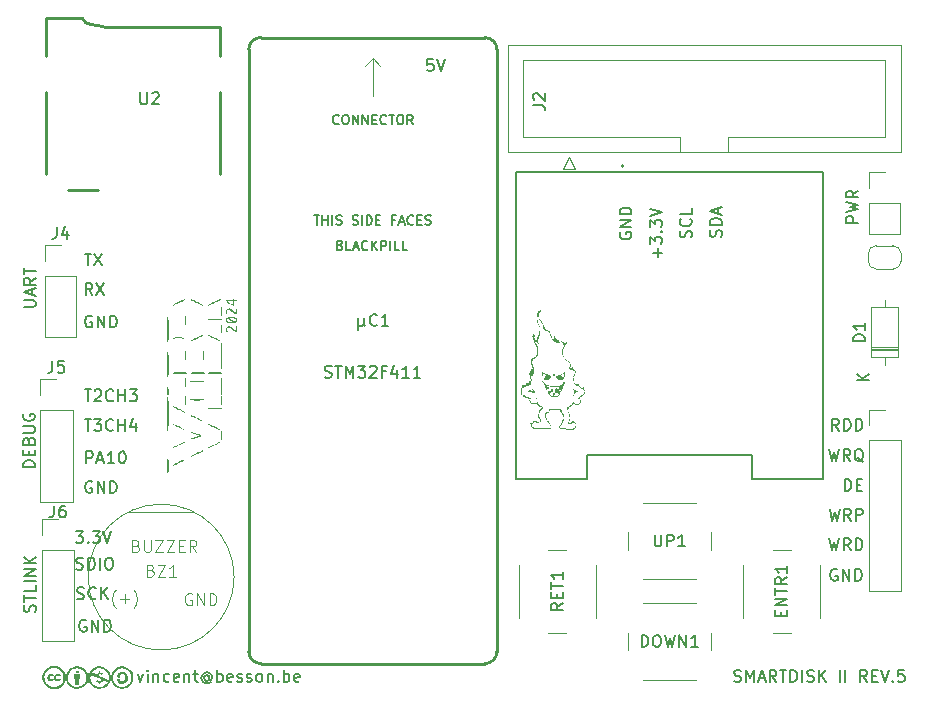
<source format=gbr>
%TF.GenerationSoftware,KiCad,Pcbnew,9.0.1*%
%TF.CreationDate,2025-05-04T19:13:47+02:00*%
%TF.ProjectId,sdiskII_stm32,73646973-6b49-4495-9f73-746d33322e6b,3*%
%TF.SameCoordinates,Original*%
%TF.FileFunction,Legend,Top*%
%TF.FilePolarity,Positive*%
%FSLAX46Y46*%
G04 Gerber Fmt 4.6, Leading zero omitted, Abs format (unit mm)*
G04 Created by KiCad (PCBNEW 9.0.1) date 2025-05-04 19:13:47*
%MOMM*%
%LPD*%
G01*
G04 APERTURE LIST*
%ADD10C,0.187500*%
%ADD11C,0.150000*%
%ADD12C,0.300000*%
%ADD13C,0.100000*%
%ADD14C,0.160000*%
%ADD15C,0.203200*%
%ADD16C,0.000000*%
%ADD17C,0.120000*%
%ADD18C,0.250000*%
%ADD19C,0.127000*%
%ADD20C,0.200000*%
G04 APERTURE END LIST*
D10*
X137258593Y-115867869D02*
X137830021Y-115867869D01*
X137544307Y-116867869D02*
X137544307Y-115867869D01*
X138115736Y-115963107D02*
X138163355Y-115915488D01*
X138163355Y-115915488D02*
X138258593Y-115867869D01*
X138258593Y-115867869D02*
X138496688Y-115867869D01*
X138496688Y-115867869D02*
X138591926Y-115915488D01*
X138591926Y-115915488D02*
X138639545Y-115963107D01*
X138639545Y-115963107D02*
X138687164Y-116058345D01*
X138687164Y-116058345D02*
X138687164Y-116153583D01*
X138687164Y-116153583D02*
X138639545Y-116296440D01*
X138639545Y-116296440D02*
X138068117Y-116867869D01*
X138068117Y-116867869D02*
X138687164Y-116867869D01*
X139687164Y-116772630D02*
X139639545Y-116820250D01*
X139639545Y-116820250D02*
X139496688Y-116867869D01*
X139496688Y-116867869D02*
X139401450Y-116867869D01*
X139401450Y-116867869D02*
X139258593Y-116820250D01*
X139258593Y-116820250D02*
X139163355Y-116725011D01*
X139163355Y-116725011D02*
X139115736Y-116629773D01*
X139115736Y-116629773D02*
X139068117Y-116439297D01*
X139068117Y-116439297D02*
X139068117Y-116296440D01*
X139068117Y-116296440D02*
X139115736Y-116105964D01*
X139115736Y-116105964D02*
X139163355Y-116010726D01*
X139163355Y-116010726D02*
X139258593Y-115915488D01*
X139258593Y-115915488D02*
X139401450Y-115867869D01*
X139401450Y-115867869D02*
X139496688Y-115867869D01*
X139496688Y-115867869D02*
X139639545Y-115915488D01*
X139639545Y-115915488D02*
X139687164Y-115963107D01*
X140115736Y-116867869D02*
X140115736Y-115867869D01*
X140115736Y-116344059D02*
X140687164Y-116344059D01*
X140687164Y-116867869D02*
X140687164Y-115867869D01*
X141068117Y-115867869D02*
X141687164Y-115867869D01*
X141687164Y-115867869D02*
X141353831Y-116248821D01*
X141353831Y-116248821D02*
X141496688Y-116248821D01*
X141496688Y-116248821D02*
X141591926Y-116296440D01*
X141591926Y-116296440D02*
X141639545Y-116344059D01*
X141639545Y-116344059D02*
X141687164Y-116439297D01*
X141687164Y-116439297D02*
X141687164Y-116677392D01*
X141687164Y-116677392D02*
X141639545Y-116772630D01*
X141639545Y-116772630D02*
X141591926Y-116820250D01*
X141591926Y-116820250D02*
X141496688Y-116867869D01*
X141496688Y-116867869D02*
X141210974Y-116867869D01*
X141210974Y-116867869D02*
X141115736Y-116820250D01*
X141115736Y-116820250D02*
X141068117Y-116772630D01*
X137385259Y-135415488D02*
X137290021Y-135367869D01*
X137290021Y-135367869D02*
X137147164Y-135367869D01*
X137147164Y-135367869D02*
X137004307Y-135415488D01*
X137004307Y-135415488D02*
X136909069Y-135510726D01*
X136909069Y-135510726D02*
X136861450Y-135605964D01*
X136861450Y-135605964D02*
X136813831Y-135796440D01*
X136813831Y-135796440D02*
X136813831Y-135939297D01*
X136813831Y-135939297D02*
X136861450Y-136129773D01*
X136861450Y-136129773D02*
X136909069Y-136225011D01*
X136909069Y-136225011D02*
X137004307Y-136320250D01*
X137004307Y-136320250D02*
X137147164Y-136367869D01*
X137147164Y-136367869D02*
X137242402Y-136367869D01*
X137242402Y-136367869D02*
X137385259Y-136320250D01*
X137385259Y-136320250D02*
X137432878Y-136272630D01*
X137432878Y-136272630D02*
X137432878Y-135939297D01*
X137432878Y-135939297D02*
X137242402Y-135939297D01*
X137861450Y-136367869D02*
X137861450Y-135367869D01*
X137861450Y-135367869D02*
X138432878Y-136367869D01*
X138432878Y-136367869D02*
X138432878Y-135367869D01*
X138909069Y-136367869D02*
X138909069Y-135367869D01*
X138909069Y-135367869D02*
X139147164Y-135367869D01*
X139147164Y-135367869D02*
X139290021Y-135415488D01*
X139290021Y-135415488D02*
X139385259Y-135510726D01*
X139385259Y-135510726D02*
X139432878Y-135605964D01*
X139432878Y-135605964D02*
X139480497Y-135796440D01*
X139480497Y-135796440D02*
X139480497Y-135939297D01*
X139480497Y-135939297D02*
X139432878Y-136129773D01*
X139432878Y-136129773D02*
X139385259Y-136225011D01*
X139385259Y-136225011D02*
X139290021Y-136320250D01*
X139290021Y-136320250D02*
X139147164Y-136367869D01*
X139147164Y-136367869D02*
X138909069Y-136367869D01*
X182605488Y-102564740D02*
X182557869Y-102659978D01*
X182557869Y-102659978D02*
X182557869Y-102802835D01*
X182557869Y-102802835D02*
X182605488Y-102945692D01*
X182605488Y-102945692D02*
X182700726Y-103040930D01*
X182700726Y-103040930D02*
X182795964Y-103088549D01*
X182795964Y-103088549D02*
X182986440Y-103136168D01*
X182986440Y-103136168D02*
X183129297Y-103136168D01*
X183129297Y-103136168D02*
X183319773Y-103088549D01*
X183319773Y-103088549D02*
X183415011Y-103040930D01*
X183415011Y-103040930D02*
X183510250Y-102945692D01*
X183510250Y-102945692D02*
X183557869Y-102802835D01*
X183557869Y-102802835D02*
X183557869Y-102707597D01*
X183557869Y-102707597D02*
X183510250Y-102564740D01*
X183510250Y-102564740D02*
X183462630Y-102517121D01*
X183462630Y-102517121D02*
X183129297Y-102517121D01*
X183129297Y-102517121D02*
X183129297Y-102707597D01*
X183557869Y-102088549D02*
X182557869Y-102088549D01*
X182557869Y-102088549D02*
X183557869Y-101517121D01*
X183557869Y-101517121D02*
X182557869Y-101517121D01*
X183557869Y-101040930D02*
X182557869Y-101040930D01*
X182557869Y-101040930D02*
X182557869Y-100802835D01*
X182557869Y-100802835D02*
X182605488Y-100659978D01*
X182605488Y-100659978D02*
X182700726Y-100564740D01*
X182700726Y-100564740D02*
X182795964Y-100517121D01*
X182795964Y-100517121D02*
X182986440Y-100469502D01*
X182986440Y-100469502D02*
X183129297Y-100469502D01*
X183129297Y-100469502D02*
X183319773Y-100517121D01*
X183319773Y-100517121D02*
X183415011Y-100564740D01*
X183415011Y-100564740D02*
X183510250Y-100659978D01*
X183510250Y-100659978D02*
X183557869Y-100802835D01*
X183557869Y-100802835D02*
X183557869Y-101040930D01*
X200286212Y-120907869D02*
X200524307Y-121907869D01*
X200524307Y-121907869D02*
X200714783Y-121193583D01*
X200714783Y-121193583D02*
X200905259Y-121907869D01*
X200905259Y-121907869D02*
X201143355Y-120907869D01*
X202095735Y-121907869D02*
X201762402Y-121431678D01*
X201524307Y-121907869D02*
X201524307Y-120907869D01*
X201524307Y-120907869D02*
X201905259Y-120907869D01*
X201905259Y-120907869D02*
X202000497Y-120955488D01*
X202000497Y-120955488D02*
X202048116Y-121003107D01*
X202048116Y-121003107D02*
X202095735Y-121098345D01*
X202095735Y-121098345D02*
X202095735Y-121241202D01*
X202095735Y-121241202D02*
X202048116Y-121336440D01*
X202048116Y-121336440D02*
X202000497Y-121384059D01*
X202000497Y-121384059D02*
X201905259Y-121431678D01*
X201905259Y-121431678D02*
X201524307Y-121431678D01*
X203190973Y-122003107D02*
X203095735Y-121955488D01*
X203095735Y-121955488D02*
X203000497Y-121860250D01*
X203000497Y-121860250D02*
X202857640Y-121717392D01*
X202857640Y-121717392D02*
X202762402Y-121669773D01*
X202762402Y-121669773D02*
X202667164Y-121669773D01*
X202714783Y-121907869D02*
X202619545Y-121860250D01*
X202619545Y-121860250D02*
X202524307Y-121765011D01*
X202524307Y-121765011D02*
X202476688Y-121574535D01*
X202476688Y-121574535D02*
X202476688Y-121241202D01*
X202476688Y-121241202D02*
X202524307Y-121050726D01*
X202524307Y-121050726D02*
X202619545Y-120955488D01*
X202619545Y-120955488D02*
X202714783Y-120907869D01*
X202714783Y-120907869D02*
X202905259Y-120907869D01*
X202905259Y-120907869D02*
X203000497Y-120955488D01*
X203000497Y-120955488D02*
X203095735Y-121050726D01*
X203095735Y-121050726D02*
X203143354Y-121241202D01*
X203143354Y-121241202D02*
X203143354Y-121574535D01*
X203143354Y-121574535D02*
X203095735Y-121765011D01*
X203095735Y-121765011D02*
X203000497Y-121860250D01*
X203000497Y-121860250D02*
X202905259Y-121907869D01*
X202905259Y-121907869D02*
X202714783Y-121907869D01*
X137258593Y-118367869D02*
X137830021Y-118367869D01*
X137544307Y-119367869D02*
X137544307Y-118367869D01*
X138068117Y-118367869D02*
X138687164Y-118367869D01*
X138687164Y-118367869D02*
X138353831Y-118748821D01*
X138353831Y-118748821D02*
X138496688Y-118748821D01*
X138496688Y-118748821D02*
X138591926Y-118796440D01*
X138591926Y-118796440D02*
X138639545Y-118844059D01*
X138639545Y-118844059D02*
X138687164Y-118939297D01*
X138687164Y-118939297D02*
X138687164Y-119177392D01*
X138687164Y-119177392D02*
X138639545Y-119272630D01*
X138639545Y-119272630D02*
X138591926Y-119320250D01*
X138591926Y-119320250D02*
X138496688Y-119367869D01*
X138496688Y-119367869D02*
X138210974Y-119367869D01*
X138210974Y-119367869D02*
X138115736Y-119320250D01*
X138115736Y-119320250D02*
X138068117Y-119272630D01*
X139687164Y-119272630D02*
X139639545Y-119320250D01*
X139639545Y-119320250D02*
X139496688Y-119367869D01*
X139496688Y-119367869D02*
X139401450Y-119367869D01*
X139401450Y-119367869D02*
X139258593Y-119320250D01*
X139258593Y-119320250D02*
X139163355Y-119225011D01*
X139163355Y-119225011D02*
X139115736Y-119129773D01*
X139115736Y-119129773D02*
X139068117Y-118939297D01*
X139068117Y-118939297D02*
X139068117Y-118796440D01*
X139068117Y-118796440D02*
X139115736Y-118605964D01*
X139115736Y-118605964D02*
X139163355Y-118510726D01*
X139163355Y-118510726D02*
X139258593Y-118415488D01*
X139258593Y-118415488D02*
X139401450Y-118367869D01*
X139401450Y-118367869D02*
X139496688Y-118367869D01*
X139496688Y-118367869D02*
X139639545Y-118415488D01*
X139639545Y-118415488D02*
X139687164Y-118463107D01*
X140115736Y-119367869D02*
X140115736Y-118367869D01*
X140115736Y-118844059D02*
X140687164Y-118844059D01*
X140687164Y-119367869D02*
X140687164Y-118367869D01*
X141591926Y-118701202D02*
X141591926Y-119367869D01*
X141353831Y-118320250D02*
X141115736Y-119034535D01*
X141115736Y-119034535D02*
X141734783Y-119034535D01*
X200336212Y-125967869D02*
X200574307Y-126967869D01*
X200574307Y-126967869D02*
X200764783Y-126253583D01*
X200764783Y-126253583D02*
X200955259Y-126967869D01*
X200955259Y-126967869D02*
X201193355Y-125967869D01*
X202145735Y-126967869D02*
X201812402Y-126491678D01*
X201574307Y-126967869D02*
X201574307Y-125967869D01*
X201574307Y-125967869D02*
X201955259Y-125967869D01*
X201955259Y-125967869D02*
X202050497Y-126015488D01*
X202050497Y-126015488D02*
X202098116Y-126063107D01*
X202098116Y-126063107D02*
X202145735Y-126158345D01*
X202145735Y-126158345D02*
X202145735Y-126301202D01*
X202145735Y-126301202D02*
X202098116Y-126396440D01*
X202098116Y-126396440D02*
X202050497Y-126444059D01*
X202050497Y-126444059D02*
X201955259Y-126491678D01*
X201955259Y-126491678D02*
X201574307Y-126491678D01*
X202574307Y-126967869D02*
X202574307Y-125967869D01*
X202574307Y-125967869D02*
X202955259Y-125967869D01*
X202955259Y-125967869D02*
X203050497Y-126015488D01*
X203050497Y-126015488D02*
X203098116Y-126063107D01*
X203098116Y-126063107D02*
X203145735Y-126158345D01*
X203145735Y-126158345D02*
X203145735Y-126301202D01*
X203145735Y-126301202D02*
X203098116Y-126396440D01*
X203098116Y-126396440D02*
X203050497Y-126444059D01*
X203050497Y-126444059D02*
X202955259Y-126491678D01*
X202955259Y-126491678D02*
X202574307Y-126491678D01*
X133067869Y-122438549D02*
X132067869Y-122438549D01*
X132067869Y-122438549D02*
X132067869Y-122200454D01*
X132067869Y-122200454D02*
X132115488Y-122057597D01*
X132115488Y-122057597D02*
X132210726Y-121962359D01*
X132210726Y-121962359D02*
X132305964Y-121914740D01*
X132305964Y-121914740D02*
X132496440Y-121867121D01*
X132496440Y-121867121D02*
X132639297Y-121867121D01*
X132639297Y-121867121D02*
X132829773Y-121914740D01*
X132829773Y-121914740D02*
X132925011Y-121962359D01*
X132925011Y-121962359D02*
X133020250Y-122057597D01*
X133020250Y-122057597D02*
X133067869Y-122200454D01*
X133067869Y-122200454D02*
X133067869Y-122438549D01*
X132544059Y-121438549D02*
X132544059Y-121105216D01*
X133067869Y-120962359D02*
X133067869Y-121438549D01*
X133067869Y-121438549D02*
X132067869Y-121438549D01*
X132067869Y-121438549D02*
X132067869Y-120962359D01*
X132544059Y-120200454D02*
X132591678Y-120057597D01*
X132591678Y-120057597D02*
X132639297Y-120009978D01*
X132639297Y-120009978D02*
X132734535Y-119962359D01*
X132734535Y-119962359D02*
X132877392Y-119962359D01*
X132877392Y-119962359D02*
X132972630Y-120009978D01*
X132972630Y-120009978D02*
X133020250Y-120057597D01*
X133020250Y-120057597D02*
X133067869Y-120152835D01*
X133067869Y-120152835D02*
X133067869Y-120533787D01*
X133067869Y-120533787D02*
X132067869Y-120533787D01*
X132067869Y-120533787D02*
X132067869Y-120200454D01*
X132067869Y-120200454D02*
X132115488Y-120105216D01*
X132115488Y-120105216D02*
X132163107Y-120057597D01*
X132163107Y-120057597D02*
X132258345Y-120009978D01*
X132258345Y-120009978D02*
X132353583Y-120009978D01*
X132353583Y-120009978D02*
X132448821Y-120057597D01*
X132448821Y-120057597D02*
X132496440Y-120105216D01*
X132496440Y-120105216D02*
X132544059Y-120200454D01*
X132544059Y-120200454D02*
X132544059Y-120533787D01*
X132067869Y-119533787D02*
X132877392Y-119533787D01*
X132877392Y-119533787D02*
X132972630Y-119486168D01*
X132972630Y-119486168D02*
X133020250Y-119438549D01*
X133020250Y-119438549D02*
X133067869Y-119343311D01*
X133067869Y-119343311D02*
X133067869Y-119152835D01*
X133067869Y-119152835D02*
X133020250Y-119057597D01*
X133020250Y-119057597D02*
X132972630Y-119009978D01*
X132972630Y-119009978D02*
X132877392Y-118962359D01*
X132877392Y-118962359D02*
X132067869Y-118962359D01*
X132115488Y-117962359D02*
X132067869Y-118057597D01*
X132067869Y-118057597D02*
X132067869Y-118200454D01*
X132067869Y-118200454D02*
X132115488Y-118343311D01*
X132115488Y-118343311D02*
X132210726Y-118438549D01*
X132210726Y-118438549D02*
X132305964Y-118486168D01*
X132305964Y-118486168D02*
X132496440Y-118533787D01*
X132496440Y-118533787D02*
X132639297Y-118533787D01*
X132639297Y-118533787D02*
X132829773Y-118486168D01*
X132829773Y-118486168D02*
X132925011Y-118438549D01*
X132925011Y-118438549D02*
X133020250Y-118343311D01*
X133020250Y-118343311D02*
X133067869Y-118200454D01*
X133067869Y-118200454D02*
X133067869Y-118105216D01*
X133067869Y-118105216D02*
X133020250Y-117962359D01*
X133020250Y-117962359D02*
X132972630Y-117914740D01*
X132972630Y-117914740D02*
X132639297Y-117914740D01*
X132639297Y-117914740D02*
X132639297Y-118105216D01*
X200975259Y-131105488D02*
X200880021Y-131057869D01*
X200880021Y-131057869D02*
X200737164Y-131057869D01*
X200737164Y-131057869D02*
X200594307Y-131105488D01*
X200594307Y-131105488D02*
X200499069Y-131200726D01*
X200499069Y-131200726D02*
X200451450Y-131295964D01*
X200451450Y-131295964D02*
X200403831Y-131486440D01*
X200403831Y-131486440D02*
X200403831Y-131629297D01*
X200403831Y-131629297D02*
X200451450Y-131819773D01*
X200451450Y-131819773D02*
X200499069Y-131915011D01*
X200499069Y-131915011D02*
X200594307Y-132010250D01*
X200594307Y-132010250D02*
X200737164Y-132057869D01*
X200737164Y-132057869D02*
X200832402Y-132057869D01*
X200832402Y-132057869D02*
X200975259Y-132010250D01*
X200975259Y-132010250D02*
X201022878Y-131962630D01*
X201022878Y-131962630D02*
X201022878Y-131629297D01*
X201022878Y-131629297D02*
X200832402Y-131629297D01*
X201451450Y-132057869D02*
X201451450Y-131057869D01*
X201451450Y-131057869D02*
X202022878Y-132057869D01*
X202022878Y-132057869D02*
X202022878Y-131057869D01*
X202499069Y-132057869D02*
X202499069Y-131057869D01*
X202499069Y-131057869D02*
X202737164Y-131057869D01*
X202737164Y-131057869D02*
X202880021Y-131105488D01*
X202880021Y-131105488D02*
X202975259Y-131200726D01*
X202975259Y-131200726D02*
X203022878Y-131295964D01*
X203022878Y-131295964D02*
X203070497Y-131486440D01*
X203070497Y-131486440D02*
X203070497Y-131629297D01*
X203070497Y-131629297D02*
X203022878Y-131819773D01*
X203022878Y-131819773D02*
X202975259Y-131915011D01*
X202975259Y-131915011D02*
X202880021Y-132010250D01*
X202880021Y-132010250D02*
X202737164Y-132057869D01*
X202737164Y-132057869D02*
X202499069Y-132057869D01*
X136563831Y-131070250D02*
X136706688Y-131117869D01*
X136706688Y-131117869D02*
X136944783Y-131117869D01*
X136944783Y-131117869D02*
X137040021Y-131070250D01*
X137040021Y-131070250D02*
X137087640Y-131022630D01*
X137087640Y-131022630D02*
X137135259Y-130927392D01*
X137135259Y-130927392D02*
X137135259Y-130832154D01*
X137135259Y-130832154D02*
X137087640Y-130736916D01*
X137087640Y-130736916D02*
X137040021Y-130689297D01*
X137040021Y-130689297D02*
X136944783Y-130641678D01*
X136944783Y-130641678D02*
X136754307Y-130594059D01*
X136754307Y-130594059D02*
X136659069Y-130546440D01*
X136659069Y-130546440D02*
X136611450Y-130498821D01*
X136611450Y-130498821D02*
X136563831Y-130403583D01*
X136563831Y-130403583D02*
X136563831Y-130308345D01*
X136563831Y-130308345D02*
X136611450Y-130213107D01*
X136611450Y-130213107D02*
X136659069Y-130165488D01*
X136659069Y-130165488D02*
X136754307Y-130117869D01*
X136754307Y-130117869D02*
X136992402Y-130117869D01*
X136992402Y-130117869D02*
X137135259Y-130165488D01*
X137563831Y-131117869D02*
X137563831Y-130117869D01*
X137563831Y-130117869D02*
X137801926Y-130117869D01*
X137801926Y-130117869D02*
X137944783Y-130165488D01*
X137944783Y-130165488D02*
X138040021Y-130260726D01*
X138040021Y-130260726D02*
X138087640Y-130355964D01*
X138087640Y-130355964D02*
X138135259Y-130546440D01*
X138135259Y-130546440D02*
X138135259Y-130689297D01*
X138135259Y-130689297D02*
X138087640Y-130879773D01*
X138087640Y-130879773D02*
X138040021Y-130975011D01*
X138040021Y-130975011D02*
X137944783Y-131070250D01*
X137944783Y-131070250D02*
X137801926Y-131117869D01*
X137801926Y-131117869D02*
X137563831Y-131117869D01*
X138563831Y-131117869D02*
X138563831Y-130117869D01*
X139230497Y-130117869D02*
X139420973Y-130117869D01*
X139420973Y-130117869D02*
X139516211Y-130165488D01*
X139516211Y-130165488D02*
X139611449Y-130260726D01*
X139611449Y-130260726D02*
X139659068Y-130451202D01*
X139659068Y-130451202D02*
X139659068Y-130784535D01*
X139659068Y-130784535D02*
X139611449Y-130975011D01*
X139611449Y-130975011D02*
X139516211Y-131070250D01*
X139516211Y-131070250D02*
X139420973Y-131117869D01*
X139420973Y-131117869D02*
X139230497Y-131117869D01*
X139230497Y-131117869D02*
X139135259Y-131070250D01*
X139135259Y-131070250D02*
X139040021Y-130975011D01*
X139040021Y-130975011D02*
X138992402Y-130784535D01*
X138992402Y-130784535D02*
X138992402Y-130451202D01*
X138992402Y-130451202D02*
X139040021Y-130260726D01*
X139040021Y-130260726D02*
X139135259Y-130165488D01*
X139135259Y-130165488D02*
X139230497Y-130117869D01*
X200306212Y-128477869D02*
X200544307Y-129477869D01*
X200544307Y-129477869D02*
X200734783Y-128763583D01*
X200734783Y-128763583D02*
X200925259Y-129477869D01*
X200925259Y-129477869D02*
X201163355Y-128477869D01*
X202115735Y-129477869D02*
X201782402Y-129001678D01*
X201544307Y-129477869D02*
X201544307Y-128477869D01*
X201544307Y-128477869D02*
X201925259Y-128477869D01*
X201925259Y-128477869D02*
X202020497Y-128525488D01*
X202020497Y-128525488D02*
X202068116Y-128573107D01*
X202068116Y-128573107D02*
X202115735Y-128668345D01*
X202115735Y-128668345D02*
X202115735Y-128811202D01*
X202115735Y-128811202D02*
X202068116Y-128906440D01*
X202068116Y-128906440D02*
X202020497Y-128954059D01*
X202020497Y-128954059D02*
X201925259Y-129001678D01*
X201925259Y-129001678D02*
X201544307Y-129001678D01*
X202544307Y-129477869D02*
X202544307Y-128477869D01*
X202544307Y-128477869D02*
X202782402Y-128477869D01*
X202782402Y-128477869D02*
X202925259Y-128525488D01*
X202925259Y-128525488D02*
X203020497Y-128620726D01*
X203020497Y-128620726D02*
X203068116Y-128715964D01*
X203068116Y-128715964D02*
X203115735Y-128906440D01*
X203115735Y-128906440D02*
X203115735Y-129049297D01*
X203115735Y-129049297D02*
X203068116Y-129239773D01*
X203068116Y-129239773D02*
X203020497Y-129335011D01*
X203020497Y-129335011D02*
X202925259Y-129430250D01*
X202925259Y-129430250D02*
X202782402Y-129477869D01*
X202782402Y-129477869D02*
X202544307Y-129477869D01*
X157603831Y-114820250D02*
X157746688Y-114867869D01*
X157746688Y-114867869D02*
X157984783Y-114867869D01*
X157984783Y-114867869D02*
X158080021Y-114820250D01*
X158080021Y-114820250D02*
X158127640Y-114772630D01*
X158127640Y-114772630D02*
X158175259Y-114677392D01*
X158175259Y-114677392D02*
X158175259Y-114582154D01*
X158175259Y-114582154D02*
X158127640Y-114486916D01*
X158127640Y-114486916D02*
X158080021Y-114439297D01*
X158080021Y-114439297D02*
X157984783Y-114391678D01*
X157984783Y-114391678D02*
X157794307Y-114344059D01*
X157794307Y-114344059D02*
X157699069Y-114296440D01*
X157699069Y-114296440D02*
X157651450Y-114248821D01*
X157651450Y-114248821D02*
X157603831Y-114153583D01*
X157603831Y-114153583D02*
X157603831Y-114058345D01*
X157603831Y-114058345D02*
X157651450Y-113963107D01*
X157651450Y-113963107D02*
X157699069Y-113915488D01*
X157699069Y-113915488D02*
X157794307Y-113867869D01*
X157794307Y-113867869D02*
X158032402Y-113867869D01*
X158032402Y-113867869D02*
X158175259Y-113915488D01*
X158460974Y-113867869D02*
X159032402Y-113867869D01*
X158746688Y-114867869D02*
X158746688Y-113867869D01*
X159365736Y-114867869D02*
X159365736Y-113867869D01*
X159365736Y-113867869D02*
X159699069Y-114582154D01*
X159699069Y-114582154D02*
X160032402Y-113867869D01*
X160032402Y-113867869D02*
X160032402Y-114867869D01*
X160413355Y-113867869D02*
X161032402Y-113867869D01*
X161032402Y-113867869D02*
X160699069Y-114248821D01*
X160699069Y-114248821D02*
X160841926Y-114248821D01*
X160841926Y-114248821D02*
X160937164Y-114296440D01*
X160937164Y-114296440D02*
X160984783Y-114344059D01*
X160984783Y-114344059D02*
X161032402Y-114439297D01*
X161032402Y-114439297D02*
X161032402Y-114677392D01*
X161032402Y-114677392D02*
X160984783Y-114772630D01*
X160984783Y-114772630D02*
X160937164Y-114820250D01*
X160937164Y-114820250D02*
X160841926Y-114867869D01*
X160841926Y-114867869D02*
X160556212Y-114867869D01*
X160556212Y-114867869D02*
X160460974Y-114820250D01*
X160460974Y-114820250D02*
X160413355Y-114772630D01*
X161413355Y-113963107D02*
X161460974Y-113915488D01*
X161460974Y-113915488D02*
X161556212Y-113867869D01*
X161556212Y-113867869D02*
X161794307Y-113867869D01*
X161794307Y-113867869D02*
X161889545Y-113915488D01*
X161889545Y-113915488D02*
X161937164Y-113963107D01*
X161937164Y-113963107D02*
X161984783Y-114058345D01*
X161984783Y-114058345D02*
X161984783Y-114153583D01*
X161984783Y-114153583D02*
X161937164Y-114296440D01*
X161937164Y-114296440D02*
X161365736Y-114867869D01*
X161365736Y-114867869D02*
X161984783Y-114867869D01*
X162746688Y-114344059D02*
X162413355Y-114344059D01*
X162413355Y-114867869D02*
X162413355Y-113867869D01*
X162413355Y-113867869D02*
X162889545Y-113867869D01*
X163699069Y-114201202D02*
X163699069Y-114867869D01*
X163460974Y-113820250D02*
X163222879Y-114534535D01*
X163222879Y-114534535D02*
X163841926Y-114534535D01*
X164746688Y-114867869D02*
X164175260Y-114867869D01*
X164460974Y-114867869D02*
X164460974Y-113867869D01*
X164460974Y-113867869D02*
X164365736Y-114010726D01*
X164365736Y-114010726D02*
X164270498Y-114105964D01*
X164270498Y-114105964D02*
X164175260Y-114153583D01*
X165699069Y-114867869D02*
X165127641Y-114867869D01*
X165413355Y-114867869D02*
X165413355Y-113867869D01*
X165413355Y-113867869D02*
X165318117Y-114010726D01*
X165318117Y-114010726D02*
X165222879Y-114105964D01*
X165222879Y-114105964D02*
X165127641Y-114153583D01*
X133070250Y-134686168D02*
X133117869Y-134543311D01*
X133117869Y-134543311D02*
X133117869Y-134305216D01*
X133117869Y-134305216D02*
X133070250Y-134209978D01*
X133070250Y-134209978D02*
X133022630Y-134162359D01*
X133022630Y-134162359D02*
X132927392Y-134114740D01*
X132927392Y-134114740D02*
X132832154Y-134114740D01*
X132832154Y-134114740D02*
X132736916Y-134162359D01*
X132736916Y-134162359D02*
X132689297Y-134209978D01*
X132689297Y-134209978D02*
X132641678Y-134305216D01*
X132641678Y-134305216D02*
X132594059Y-134495692D01*
X132594059Y-134495692D02*
X132546440Y-134590930D01*
X132546440Y-134590930D02*
X132498821Y-134638549D01*
X132498821Y-134638549D02*
X132403583Y-134686168D01*
X132403583Y-134686168D02*
X132308345Y-134686168D01*
X132308345Y-134686168D02*
X132213107Y-134638549D01*
X132213107Y-134638549D02*
X132165488Y-134590930D01*
X132165488Y-134590930D02*
X132117869Y-134495692D01*
X132117869Y-134495692D02*
X132117869Y-134257597D01*
X132117869Y-134257597D02*
X132165488Y-134114740D01*
X132117869Y-133829025D02*
X132117869Y-133257597D01*
X133117869Y-133543311D02*
X132117869Y-133543311D01*
X133117869Y-132448073D02*
X133117869Y-132924263D01*
X133117869Y-132924263D02*
X132117869Y-132924263D01*
X133117869Y-132114739D02*
X132117869Y-132114739D01*
X133117869Y-131638549D02*
X132117869Y-131638549D01*
X132117869Y-131638549D02*
X133117869Y-131067121D01*
X133117869Y-131067121D02*
X132117869Y-131067121D01*
X133117869Y-130590930D02*
X132117869Y-130590930D01*
X133117869Y-130019502D02*
X132546440Y-130448073D01*
X132117869Y-130019502D02*
X132689297Y-130590930D01*
X188610250Y-102986168D02*
X188657869Y-102843311D01*
X188657869Y-102843311D02*
X188657869Y-102605216D01*
X188657869Y-102605216D02*
X188610250Y-102509978D01*
X188610250Y-102509978D02*
X188562630Y-102462359D01*
X188562630Y-102462359D02*
X188467392Y-102414740D01*
X188467392Y-102414740D02*
X188372154Y-102414740D01*
X188372154Y-102414740D02*
X188276916Y-102462359D01*
X188276916Y-102462359D02*
X188229297Y-102509978D01*
X188229297Y-102509978D02*
X188181678Y-102605216D01*
X188181678Y-102605216D02*
X188134059Y-102795692D01*
X188134059Y-102795692D02*
X188086440Y-102890930D01*
X188086440Y-102890930D02*
X188038821Y-102938549D01*
X188038821Y-102938549D02*
X187943583Y-102986168D01*
X187943583Y-102986168D02*
X187848345Y-102986168D01*
X187848345Y-102986168D02*
X187753107Y-102938549D01*
X187753107Y-102938549D02*
X187705488Y-102890930D01*
X187705488Y-102890930D02*
X187657869Y-102795692D01*
X187657869Y-102795692D02*
X187657869Y-102557597D01*
X187657869Y-102557597D02*
X187705488Y-102414740D01*
X188562630Y-101414740D02*
X188610250Y-101462359D01*
X188610250Y-101462359D02*
X188657869Y-101605216D01*
X188657869Y-101605216D02*
X188657869Y-101700454D01*
X188657869Y-101700454D02*
X188610250Y-101843311D01*
X188610250Y-101843311D02*
X188515011Y-101938549D01*
X188515011Y-101938549D02*
X188419773Y-101986168D01*
X188419773Y-101986168D02*
X188229297Y-102033787D01*
X188229297Y-102033787D02*
X188086440Y-102033787D01*
X188086440Y-102033787D02*
X187895964Y-101986168D01*
X187895964Y-101986168D02*
X187800726Y-101938549D01*
X187800726Y-101938549D02*
X187705488Y-101843311D01*
X187705488Y-101843311D02*
X187657869Y-101700454D01*
X187657869Y-101700454D02*
X187657869Y-101605216D01*
X187657869Y-101605216D02*
X187705488Y-101462359D01*
X187705488Y-101462359D02*
X187753107Y-101414740D01*
X188657869Y-100509978D02*
X188657869Y-100986168D01*
X188657869Y-100986168D02*
X187657869Y-100986168D01*
X201122878Y-119347869D02*
X200789545Y-118871678D01*
X200551450Y-119347869D02*
X200551450Y-118347869D01*
X200551450Y-118347869D02*
X200932402Y-118347869D01*
X200932402Y-118347869D02*
X201027640Y-118395488D01*
X201027640Y-118395488D02*
X201075259Y-118443107D01*
X201075259Y-118443107D02*
X201122878Y-118538345D01*
X201122878Y-118538345D02*
X201122878Y-118681202D01*
X201122878Y-118681202D02*
X201075259Y-118776440D01*
X201075259Y-118776440D02*
X201027640Y-118824059D01*
X201027640Y-118824059D02*
X200932402Y-118871678D01*
X200932402Y-118871678D02*
X200551450Y-118871678D01*
X201551450Y-119347869D02*
X201551450Y-118347869D01*
X201551450Y-118347869D02*
X201789545Y-118347869D01*
X201789545Y-118347869D02*
X201932402Y-118395488D01*
X201932402Y-118395488D02*
X202027640Y-118490726D01*
X202027640Y-118490726D02*
X202075259Y-118585964D01*
X202075259Y-118585964D02*
X202122878Y-118776440D01*
X202122878Y-118776440D02*
X202122878Y-118919297D01*
X202122878Y-118919297D02*
X202075259Y-119109773D01*
X202075259Y-119109773D02*
X202027640Y-119205011D01*
X202027640Y-119205011D02*
X201932402Y-119300250D01*
X201932402Y-119300250D02*
X201789545Y-119347869D01*
X201789545Y-119347869D02*
X201551450Y-119347869D01*
X202551450Y-119347869D02*
X202551450Y-118347869D01*
X202551450Y-118347869D02*
X202789545Y-118347869D01*
X202789545Y-118347869D02*
X202932402Y-118395488D01*
X202932402Y-118395488D02*
X203027640Y-118490726D01*
X203027640Y-118490726D02*
X203075259Y-118585964D01*
X203075259Y-118585964D02*
X203122878Y-118776440D01*
X203122878Y-118776440D02*
X203122878Y-118919297D01*
X203122878Y-118919297D02*
X203075259Y-119109773D01*
X203075259Y-119109773D02*
X203027640Y-119205011D01*
X203027640Y-119205011D02*
X202932402Y-119300250D01*
X202932402Y-119300250D02*
X202789545Y-119347869D01*
X202789545Y-119347869D02*
X202551450Y-119347869D01*
X192257598Y-140570250D02*
X192400455Y-140617869D01*
X192400455Y-140617869D02*
X192638550Y-140617869D01*
X192638550Y-140617869D02*
X192733788Y-140570250D01*
X192733788Y-140570250D02*
X192781407Y-140522630D01*
X192781407Y-140522630D02*
X192829026Y-140427392D01*
X192829026Y-140427392D02*
X192829026Y-140332154D01*
X192829026Y-140332154D02*
X192781407Y-140236916D01*
X192781407Y-140236916D02*
X192733788Y-140189297D01*
X192733788Y-140189297D02*
X192638550Y-140141678D01*
X192638550Y-140141678D02*
X192448074Y-140094059D01*
X192448074Y-140094059D02*
X192352836Y-140046440D01*
X192352836Y-140046440D02*
X192305217Y-139998821D01*
X192305217Y-139998821D02*
X192257598Y-139903583D01*
X192257598Y-139903583D02*
X192257598Y-139808345D01*
X192257598Y-139808345D02*
X192305217Y-139713107D01*
X192305217Y-139713107D02*
X192352836Y-139665488D01*
X192352836Y-139665488D02*
X192448074Y-139617869D01*
X192448074Y-139617869D02*
X192686169Y-139617869D01*
X192686169Y-139617869D02*
X192829026Y-139665488D01*
X193257598Y-140617869D02*
X193257598Y-139617869D01*
X193257598Y-139617869D02*
X193590931Y-140332154D01*
X193590931Y-140332154D02*
X193924264Y-139617869D01*
X193924264Y-139617869D02*
X193924264Y-140617869D01*
X194352836Y-140332154D02*
X194829026Y-140332154D01*
X194257598Y-140617869D02*
X194590931Y-139617869D01*
X194590931Y-139617869D02*
X194924264Y-140617869D01*
X195829026Y-140617869D02*
X195495693Y-140141678D01*
X195257598Y-140617869D02*
X195257598Y-139617869D01*
X195257598Y-139617869D02*
X195638550Y-139617869D01*
X195638550Y-139617869D02*
X195733788Y-139665488D01*
X195733788Y-139665488D02*
X195781407Y-139713107D01*
X195781407Y-139713107D02*
X195829026Y-139808345D01*
X195829026Y-139808345D02*
X195829026Y-139951202D01*
X195829026Y-139951202D02*
X195781407Y-140046440D01*
X195781407Y-140046440D02*
X195733788Y-140094059D01*
X195733788Y-140094059D02*
X195638550Y-140141678D01*
X195638550Y-140141678D02*
X195257598Y-140141678D01*
X196114741Y-139617869D02*
X196686169Y-139617869D01*
X196400455Y-140617869D02*
X196400455Y-139617869D01*
X197019503Y-140617869D02*
X197019503Y-139617869D01*
X197019503Y-139617869D02*
X197257598Y-139617869D01*
X197257598Y-139617869D02*
X197400455Y-139665488D01*
X197400455Y-139665488D02*
X197495693Y-139760726D01*
X197495693Y-139760726D02*
X197543312Y-139855964D01*
X197543312Y-139855964D02*
X197590931Y-140046440D01*
X197590931Y-140046440D02*
X197590931Y-140189297D01*
X197590931Y-140189297D02*
X197543312Y-140379773D01*
X197543312Y-140379773D02*
X197495693Y-140475011D01*
X197495693Y-140475011D02*
X197400455Y-140570250D01*
X197400455Y-140570250D02*
X197257598Y-140617869D01*
X197257598Y-140617869D02*
X197019503Y-140617869D01*
X198019503Y-140617869D02*
X198019503Y-139617869D01*
X198448074Y-140570250D02*
X198590931Y-140617869D01*
X198590931Y-140617869D02*
X198829026Y-140617869D01*
X198829026Y-140617869D02*
X198924264Y-140570250D01*
X198924264Y-140570250D02*
X198971883Y-140522630D01*
X198971883Y-140522630D02*
X199019502Y-140427392D01*
X199019502Y-140427392D02*
X199019502Y-140332154D01*
X199019502Y-140332154D02*
X198971883Y-140236916D01*
X198971883Y-140236916D02*
X198924264Y-140189297D01*
X198924264Y-140189297D02*
X198829026Y-140141678D01*
X198829026Y-140141678D02*
X198638550Y-140094059D01*
X198638550Y-140094059D02*
X198543312Y-140046440D01*
X198543312Y-140046440D02*
X198495693Y-139998821D01*
X198495693Y-139998821D02*
X198448074Y-139903583D01*
X198448074Y-139903583D02*
X198448074Y-139808345D01*
X198448074Y-139808345D02*
X198495693Y-139713107D01*
X198495693Y-139713107D02*
X198543312Y-139665488D01*
X198543312Y-139665488D02*
X198638550Y-139617869D01*
X198638550Y-139617869D02*
X198876645Y-139617869D01*
X198876645Y-139617869D02*
X199019502Y-139665488D01*
X199448074Y-140617869D02*
X199448074Y-139617869D01*
X200019502Y-140617869D02*
X199590931Y-140046440D01*
X200019502Y-139617869D02*
X199448074Y-140189297D01*
X201209979Y-140617869D02*
X201209979Y-139617869D01*
X201686169Y-140617869D02*
X201686169Y-139617869D01*
X203495692Y-140617869D02*
X203162359Y-140141678D01*
X202924264Y-140617869D02*
X202924264Y-139617869D01*
X202924264Y-139617869D02*
X203305216Y-139617869D01*
X203305216Y-139617869D02*
X203400454Y-139665488D01*
X203400454Y-139665488D02*
X203448073Y-139713107D01*
X203448073Y-139713107D02*
X203495692Y-139808345D01*
X203495692Y-139808345D02*
X203495692Y-139951202D01*
X203495692Y-139951202D02*
X203448073Y-140046440D01*
X203448073Y-140046440D02*
X203400454Y-140094059D01*
X203400454Y-140094059D02*
X203305216Y-140141678D01*
X203305216Y-140141678D02*
X202924264Y-140141678D01*
X203924264Y-140094059D02*
X204257597Y-140094059D01*
X204400454Y-140617869D02*
X203924264Y-140617869D01*
X203924264Y-140617869D02*
X203924264Y-139617869D01*
X203924264Y-139617869D02*
X204400454Y-139617869D01*
X204686169Y-139617869D02*
X205019502Y-140617869D01*
X205019502Y-140617869D02*
X205352835Y-139617869D01*
X205686169Y-140522630D02*
X205733788Y-140570250D01*
X205733788Y-140570250D02*
X205686169Y-140617869D01*
X205686169Y-140617869D02*
X205638550Y-140570250D01*
X205638550Y-140570250D02*
X205686169Y-140522630D01*
X205686169Y-140522630D02*
X205686169Y-140617869D01*
X206638549Y-139617869D02*
X206162359Y-139617869D01*
X206162359Y-139617869D02*
X206114740Y-140094059D01*
X206114740Y-140094059D02*
X206162359Y-140046440D01*
X206162359Y-140046440D02*
X206257597Y-139998821D01*
X206257597Y-139998821D02*
X206495692Y-139998821D01*
X206495692Y-139998821D02*
X206590930Y-140046440D01*
X206590930Y-140046440D02*
X206638549Y-140094059D01*
X206638549Y-140094059D02*
X206686168Y-140189297D01*
X206686168Y-140189297D02*
X206686168Y-140427392D01*
X206686168Y-140427392D02*
X206638549Y-140522630D01*
X206638549Y-140522630D02*
X206590930Y-140570250D01*
X206590930Y-140570250D02*
X206495692Y-140617869D01*
X206495692Y-140617869D02*
X206257597Y-140617869D01*
X206257597Y-140617869D02*
X206162359Y-140570250D01*
X206162359Y-140570250D02*
X206114740Y-140522630D01*
X185776916Y-104688549D02*
X185776916Y-103926645D01*
X186157869Y-104307597D02*
X185395964Y-104307597D01*
X185157869Y-103545692D02*
X185157869Y-102926645D01*
X185157869Y-102926645D02*
X185538821Y-103259978D01*
X185538821Y-103259978D02*
X185538821Y-103117121D01*
X185538821Y-103117121D02*
X185586440Y-103021883D01*
X185586440Y-103021883D02*
X185634059Y-102974264D01*
X185634059Y-102974264D02*
X185729297Y-102926645D01*
X185729297Y-102926645D02*
X185967392Y-102926645D01*
X185967392Y-102926645D02*
X186062630Y-102974264D01*
X186062630Y-102974264D02*
X186110250Y-103021883D01*
X186110250Y-103021883D02*
X186157869Y-103117121D01*
X186157869Y-103117121D02*
X186157869Y-103402835D01*
X186157869Y-103402835D02*
X186110250Y-103498073D01*
X186110250Y-103498073D02*
X186062630Y-103545692D01*
X186062630Y-102498073D02*
X186110250Y-102450454D01*
X186110250Y-102450454D02*
X186157869Y-102498073D01*
X186157869Y-102498073D02*
X186110250Y-102545692D01*
X186110250Y-102545692D02*
X186062630Y-102498073D01*
X186062630Y-102498073D02*
X186157869Y-102498073D01*
X185157869Y-102117121D02*
X185157869Y-101498074D01*
X185157869Y-101498074D02*
X185538821Y-101831407D01*
X185538821Y-101831407D02*
X185538821Y-101688550D01*
X185538821Y-101688550D02*
X185586440Y-101593312D01*
X185586440Y-101593312D02*
X185634059Y-101545693D01*
X185634059Y-101545693D02*
X185729297Y-101498074D01*
X185729297Y-101498074D02*
X185967392Y-101498074D01*
X185967392Y-101498074D02*
X186062630Y-101545693D01*
X186062630Y-101545693D02*
X186110250Y-101593312D01*
X186110250Y-101593312D02*
X186157869Y-101688550D01*
X186157869Y-101688550D02*
X186157869Y-101974264D01*
X186157869Y-101974264D02*
X186110250Y-102069502D01*
X186110250Y-102069502D02*
X186062630Y-102117121D01*
X185157869Y-101212359D02*
X186157869Y-100879026D01*
X186157869Y-100879026D02*
X185157869Y-100545693D01*
X191160250Y-102936168D02*
X191207869Y-102793311D01*
X191207869Y-102793311D02*
X191207869Y-102555216D01*
X191207869Y-102555216D02*
X191160250Y-102459978D01*
X191160250Y-102459978D02*
X191112630Y-102412359D01*
X191112630Y-102412359D02*
X191017392Y-102364740D01*
X191017392Y-102364740D02*
X190922154Y-102364740D01*
X190922154Y-102364740D02*
X190826916Y-102412359D01*
X190826916Y-102412359D02*
X190779297Y-102459978D01*
X190779297Y-102459978D02*
X190731678Y-102555216D01*
X190731678Y-102555216D02*
X190684059Y-102745692D01*
X190684059Y-102745692D02*
X190636440Y-102840930D01*
X190636440Y-102840930D02*
X190588821Y-102888549D01*
X190588821Y-102888549D02*
X190493583Y-102936168D01*
X190493583Y-102936168D02*
X190398345Y-102936168D01*
X190398345Y-102936168D02*
X190303107Y-102888549D01*
X190303107Y-102888549D02*
X190255488Y-102840930D01*
X190255488Y-102840930D02*
X190207869Y-102745692D01*
X190207869Y-102745692D02*
X190207869Y-102507597D01*
X190207869Y-102507597D02*
X190255488Y-102364740D01*
X191207869Y-101936168D02*
X190207869Y-101936168D01*
X190207869Y-101936168D02*
X190207869Y-101698073D01*
X190207869Y-101698073D02*
X190255488Y-101555216D01*
X190255488Y-101555216D02*
X190350726Y-101459978D01*
X190350726Y-101459978D02*
X190445964Y-101412359D01*
X190445964Y-101412359D02*
X190636440Y-101364740D01*
X190636440Y-101364740D02*
X190779297Y-101364740D01*
X190779297Y-101364740D02*
X190969773Y-101412359D01*
X190969773Y-101412359D02*
X191065011Y-101459978D01*
X191065011Y-101459978D02*
X191160250Y-101555216D01*
X191160250Y-101555216D02*
X191207869Y-101698073D01*
X191207869Y-101698073D02*
X191207869Y-101936168D01*
X190922154Y-100983787D02*
X190922154Y-100507597D01*
X191207869Y-101079025D02*
X190207869Y-100745692D01*
X190207869Y-100745692D02*
X191207869Y-100412359D01*
X137401450Y-122117869D02*
X137401450Y-121117869D01*
X137401450Y-121117869D02*
X137782402Y-121117869D01*
X137782402Y-121117869D02*
X137877640Y-121165488D01*
X137877640Y-121165488D02*
X137925259Y-121213107D01*
X137925259Y-121213107D02*
X137972878Y-121308345D01*
X137972878Y-121308345D02*
X137972878Y-121451202D01*
X137972878Y-121451202D02*
X137925259Y-121546440D01*
X137925259Y-121546440D02*
X137877640Y-121594059D01*
X137877640Y-121594059D02*
X137782402Y-121641678D01*
X137782402Y-121641678D02*
X137401450Y-121641678D01*
X138353831Y-121832154D02*
X138830021Y-121832154D01*
X138258593Y-122117869D02*
X138591926Y-121117869D01*
X138591926Y-121117869D02*
X138925259Y-122117869D01*
X139782402Y-122117869D02*
X139210974Y-122117869D01*
X139496688Y-122117869D02*
X139496688Y-121117869D01*
X139496688Y-121117869D02*
X139401450Y-121260726D01*
X139401450Y-121260726D02*
X139306212Y-121355964D01*
X139306212Y-121355964D02*
X139210974Y-121403583D01*
X140401450Y-121117869D02*
X140496688Y-121117869D01*
X140496688Y-121117869D02*
X140591926Y-121165488D01*
X140591926Y-121165488D02*
X140639545Y-121213107D01*
X140639545Y-121213107D02*
X140687164Y-121308345D01*
X140687164Y-121308345D02*
X140734783Y-121498821D01*
X140734783Y-121498821D02*
X140734783Y-121736916D01*
X140734783Y-121736916D02*
X140687164Y-121927392D01*
X140687164Y-121927392D02*
X140639545Y-122022630D01*
X140639545Y-122022630D02*
X140591926Y-122070250D01*
X140591926Y-122070250D02*
X140496688Y-122117869D01*
X140496688Y-122117869D02*
X140401450Y-122117869D01*
X140401450Y-122117869D02*
X140306212Y-122070250D01*
X140306212Y-122070250D02*
X140258593Y-122022630D01*
X140258593Y-122022630D02*
X140210974Y-121927392D01*
X140210974Y-121927392D02*
X140163355Y-121736916D01*
X140163355Y-121736916D02*
X140163355Y-121498821D01*
X140163355Y-121498821D02*
X140210974Y-121308345D01*
X140210974Y-121308345D02*
X140258593Y-121213107D01*
X140258593Y-121213107D02*
X140306212Y-121165488D01*
X140306212Y-121165488D02*
X140401450Y-121117869D01*
X202767869Y-101738549D02*
X201767869Y-101738549D01*
X201767869Y-101738549D02*
X201767869Y-101357597D01*
X201767869Y-101357597D02*
X201815488Y-101262359D01*
X201815488Y-101262359D02*
X201863107Y-101214740D01*
X201863107Y-101214740D02*
X201958345Y-101167121D01*
X201958345Y-101167121D02*
X202101202Y-101167121D01*
X202101202Y-101167121D02*
X202196440Y-101214740D01*
X202196440Y-101214740D02*
X202244059Y-101262359D01*
X202244059Y-101262359D02*
X202291678Y-101357597D01*
X202291678Y-101357597D02*
X202291678Y-101738549D01*
X201767869Y-100833787D02*
X202767869Y-100595692D01*
X202767869Y-100595692D02*
X202053583Y-100405216D01*
X202053583Y-100405216D02*
X202767869Y-100214740D01*
X202767869Y-100214740D02*
X201767869Y-99976645D01*
X202767869Y-99024264D02*
X202291678Y-99357597D01*
X202767869Y-99595692D02*
X201767869Y-99595692D01*
X201767869Y-99595692D02*
X201767869Y-99214740D01*
X201767869Y-99214740D02*
X201815488Y-99119502D01*
X201815488Y-99119502D02*
X201863107Y-99071883D01*
X201863107Y-99071883D02*
X201958345Y-99024264D01*
X201958345Y-99024264D02*
X202101202Y-99024264D01*
X202101202Y-99024264D02*
X202196440Y-99071883D01*
X202196440Y-99071883D02*
X202244059Y-99119502D01*
X202244059Y-99119502D02*
X202291678Y-99214740D01*
X202291678Y-99214740D02*
X202291678Y-99595692D01*
X137885259Y-123665488D02*
X137790021Y-123617869D01*
X137790021Y-123617869D02*
X137647164Y-123617869D01*
X137647164Y-123617869D02*
X137504307Y-123665488D01*
X137504307Y-123665488D02*
X137409069Y-123760726D01*
X137409069Y-123760726D02*
X137361450Y-123855964D01*
X137361450Y-123855964D02*
X137313831Y-124046440D01*
X137313831Y-124046440D02*
X137313831Y-124189297D01*
X137313831Y-124189297D02*
X137361450Y-124379773D01*
X137361450Y-124379773D02*
X137409069Y-124475011D01*
X137409069Y-124475011D02*
X137504307Y-124570250D01*
X137504307Y-124570250D02*
X137647164Y-124617869D01*
X137647164Y-124617869D02*
X137742402Y-124617869D01*
X137742402Y-124617869D02*
X137885259Y-124570250D01*
X137885259Y-124570250D02*
X137932878Y-124522630D01*
X137932878Y-124522630D02*
X137932878Y-124189297D01*
X137932878Y-124189297D02*
X137742402Y-124189297D01*
X138361450Y-124617869D02*
X138361450Y-123617869D01*
X138361450Y-123617869D02*
X138932878Y-124617869D01*
X138932878Y-124617869D02*
X138932878Y-123617869D01*
X139409069Y-124617869D02*
X139409069Y-123617869D01*
X139409069Y-123617869D02*
X139647164Y-123617869D01*
X139647164Y-123617869D02*
X139790021Y-123665488D01*
X139790021Y-123665488D02*
X139885259Y-123760726D01*
X139885259Y-123760726D02*
X139932878Y-123855964D01*
X139932878Y-123855964D02*
X139980497Y-124046440D01*
X139980497Y-124046440D02*
X139980497Y-124189297D01*
X139980497Y-124189297D02*
X139932878Y-124379773D01*
X139932878Y-124379773D02*
X139885259Y-124475011D01*
X139885259Y-124475011D02*
X139790021Y-124570250D01*
X139790021Y-124570250D02*
X139647164Y-124617869D01*
X139647164Y-124617869D02*
X139409069Y-124617869D01*
X141756212Y-139951202D02*
X141994307Y-140617869D01*
X141994307Y-140617869D02*
X142232402Y-139951202D01*
X142613355Y-140617869D02*
X142613355Y-139951202D01*
X142613355Y-139617869D02*
X142565736Y-139665488D01*
X142565736Y-139665488D02*
X142613355Y-139713107D01*
X142613355Y-139713107D02*
X142660974Y-139665488D01*
X142660974Y-139665488D02*
X142613355Y-139617869D01*
X142613355Y-139617869D02*
X142613355Y-139713107D01*
X143089545Y-139951202D02*
X143089545Y-140617869D01*
X143089545Y-140046440D02*
X143137164Y-139998821D01*
X143137164Y-139998821D02*
X143232402Y-139951202D01*
X143232402Y-139951202D02*
X143375259Y-139951202D01*
X143375259Y-139951202D02*
X143470497Y-139998821D01*
X143470497Y-139998821D02*
X143518116Y-140094059D01*
X143518116Y-140094059D02*
X143518116Y-140617869D01*
X144422878Y-140570250D02*
X144327640Y-140617869D01*
X144327640Y-140617869D02*
X144137164Y-140617869D01*
X144137164Y-140617869D02*
X144041926Y-140570250D01*
X144041926Y-140570250D02*
X143994307Y-140522630D01*
X143994307Y-140522630D02*
X143946688Y-140427392D01*
X143946688Y-140427392D02*
X143946688Y-140141678D01*
X143946688Y-140141678D02*
X143994307Y-140046440D01*
X143994307Y-140046440D02*
X144041926Y-139998821D01*
X144041926Y-139998821D02*
X144137164Y-139951202D01*
X144137164Y-139951202D02*
X144327640Y-139951202D01*
X144327640Y-139951202D02*
X144422878Y-139998821D01*
X145232402Y-140570250D02*
X145137164Y-140617869D01*
X145137164Y-140617869D02*
X144946688Y-140617869D01*
X144946688Y-140617869D02*
X144851450Y-140570250D01*
X144851450Y-140570250D02*
X144803831Y-140475011D01*
X144803831Y-140475011D02*
X144803831Y-140094059D01*
X144803831Y-140094059D02*
X144851450Y-139998821D01*
X144851450Y-139998821D02*
X144946688Y-139951202D01*
X144946688Y-139951202D02*
X145137164Y-139951202D01*
X145137164Y-139951202D02*
X145232402Y-139998821D01*
X145232402Y-139998821D02*
X145280021Y-140094059D01*
X145280021Y-140094059D02*
X145280021Y-140189297D01*
X145280021Y-140189297D02*
X144803831Y-140284535D01*
X145708593Y-139951202D02*
X145708593Y-140617869D01*
X145708593Y-140046440D02*
X145756212Y-139998821D01*
X145756212Y-139998821D02*
X145851450Y-139951202D01*
X145851450Y-139951202D02*
X145994307Y-139951202D01*
X145994307Y-139951202D02*
X146089545Y-139998821D01*
X146089545Y-139998821D02*
X146137164Y-140094059D01*
X146137164Y-140094059D02*
X146137164Y-140617869D01*
X146470498Y-139951202D02*
X146851450Y-139951202D01*
X146613355Y-139617869D02*
X146613355Y-140475011D01*
X146613355Y-140475011D02*
X146660974Y-140570250D01*
X146660974Y-140570250D02*
X146756212Y-140617869D01*
X146756212Y-140617869D02*
X146851450Y-140617869D01*
X147803831Y-140141678D02*
X147756212Y-140094059D01*
X147756212Y-140094059D02*
X147660974Y-140046440D01*
X147660974Y-140046440D02*
X147565736Y-140046440D01*
X147565736Y-140046440D02*
X147470498Y-140094059D01*
X147470498Y-140094059D02*
X147422879Y-140141678D01*
X147422879Y-140141678D02*
X147375260Y-140236916D01*
X147375260Y-140236916D02*
X147375260Y-140332154D01*
X147375260Y-140332154D02*
X147422879Y-140427392D01*
X147422879Y-140427392D02*
X147470498Y-140475011D01*
X147470498Y-140475011D02*
X147565736Y-140522630D01*
X147565736Y-140522630D02*
X147660974Y-140522630D01*
X147660974Y-140522630D02*
X147756212Y-140475011D01*
X147756212Y-140475011D02*
X147803831Y-140427392D01*
X147803831Y-140046440D02*
X147803831Y-140427392D01*
X147803831Y-140427392D02*
X147851450Y-140475011D01*
X147851450Y-140475011D02*
X147899069Y-140475011D01*
X147899069Y-140475011D02*
X147994308Y-140427392D01*
X147994308Y-140427392D02*
X148041927Y-140332154D01*
X148041927Y-140332154D02*
X148041927Y-140094059D01*
X148041927Y-140094059D02*
X147946689Y-139951202D01*
X147946689Y-139951202D02*
X147803831Y-139855964D01*
X147803831Y-139855964D02*
X147613355Y-139808345D01*
X147613355Y-139808345D02*
X147422879Y-139855964D01*
X147422879Y-139855964D02*
X147280022Y-139951202D01*
X147280022Y-139951202D02*
X147184784Y-140094059D01*
X147184784Y-140094059D02*
X147137165Y-140284535D01*
X147137165Y-140284535D02*
X147184784Y-140475011D01*
X147184784Y-140475011D02*
X147280022Y-140617869D01*
X147280022Y-140617869D02*
X147422879Y-140713107D01*
X147422879Y-140713107D02*
X147613355Y-140760726D01*
X147613355Y-140760726D02*
X147803831Y-140713107D01*
X147803831Y-140713107D02*
X147946689Y-140617869D01*
X148470498Y-140617869D02*
X148470498Y-139617869D01*
X148470498Y-139998821D02*
X148565736Y-139951202D01*
X148565736Y-139951202D02*
X148756212Y-139951202D01*
X148756212Y-139951202D02*
X148851450Y-139998821D01*
X148851450Y-139998821D02*
X148899069Y-140046440D01*
X148899069Y-140046440D02*
X148946688Y-140141678D01*
X148946688Y-140141678D02*
X148946688Y-140427392D01*
X148946688Y-140427392D02*
X148899069Y-140522630D01*
X148899069Y-140522630D02*
X148851450Y-140570250D01*
X148851450Y-140570250D02*
X148756212Y-140617869D01*
X148756212Y-140617869D02*
X148565736Y-140617869D01*
X148565736Y-140617869D02*
X148470498Y-140570250D01*
X149756212Y-140570250D02*
X149660974Y-140617869D01*
X149660974Y-140617869D02*
X149470498Y-140617869D01*
X149470498Y-140617869D02*
X149375260Y-140570250D01*
X149375260Y-140570250D02*
X149327641Y-140475011D01*
X149327641Y-140475011D02*
X149327641Y-140094059D01*
X149327641Y-140094059D02*
X149375260Y-139998821D01*
X149375260Y-139998821D02*
X149470498Y-139951202D01*
X149470498Y-139951202D02*
X149660974Y-139951202D01*
X149660974Y-139951202D02*
X149756212Y-139998821D01*
X149756212Y-139998821D02*
X149803831Y-140094059D01*
X149803831Y-140094059D02*
X149803831Y-140189297D01*
X149803831Y-140189297D02*
X149327641Y-140284535D01*
X150184784Y-140570250D02*
X150280022Y-140617869D01*
X150280022Y-140617869D02*
X150470498Y-140617869D01*
X150470498Y-140617869D02*
X150565736Y-140570250D01*
X150565736Y-140570250D02*
X150613355Y-140475011D01*
X150613355Y-140475011D02*
X150613355Y-140427392D01*
X150613355Y-140427392D02*
X150565736Y-140332154D01*
X150565736Y-140332154D02*
X150470498Y-140284535D01*
X150470498Y-140284535D02*
X150327641Y-140284535D01*
X150327641Y-140284535D02*
X150232403Y-140236916D01*
X150232403Y-140236916D02*
X150184784Y-140141678D01*
X150184784Y-140141678D02*
X150184784Y-140094059D01*
X150184784Y-140094059D02*
X150232403Y-139998821D01*
X150232403Y-139998821D02*
X150327641Y-139951202D01*
X150327641Y-139951202D02*
X150470498Y-139951202D01*
X150470498Y-139951202D02*
X150565736Y-139998821D01*
X150994308Y-140570250D02*
X151089546Y-140617869D01*
X151089546Y-140617869D02*
X151280022Y-140617869D01*
X151280022Y-140617869D02*
X151375260Y-140570250D01*
X151375260Y-140570250D02*
X151422879Y-140475011D01*
X151422879Y-140475011D02*
X151422879Y-140427392D01*
X151422879Y-140427392D02*
X151375260Y-140332154D01*
X151375260Y-140332154D02*
X151280022Y-140284535D01*
X151280022Y-140284535D02*
X151137165Y-140284535D01*
X151137165Y-140284535D02*
X151041927Y-140236916D01*
X151041927Y-140236916D02*
X150994308Y-140141678D01*
X150994308Y-140141678D02*
X150994308Y-140094059D01*
X150994308Y-140094059D02*
X151041927Y-139998821D01*
X151041927Y-139998821D02*
X151137165Y-139951202D01*
X151137165Y-139951202D02*
X151280022Y-139951202D01*
X151280022Y-139951202D02*
X151375260Y-139998821D01*
X151994308Y-140617869D02*
X151899070Y-140570250D01*
X151899070Y-140570250D02*
X151851451Y-140522630D01*
X151851451Y-140522630D02*
X151803832Y-140427392D01*
X151803832Y-140427392D02*
X151803832Y-140141678D01*
X151803832Y-140141678D02*
X151851451Y-140046440D01*
X151851451Y-140046440D02*
X151899070Y-139998821D01*
X151899070Y-139998821D02*
X151994308Y-139951202D01*
X151994308Y-139951202D02*
X152137165Y-139951202D01*
X152137165Y-139951202D02*
X152232403Y-139998821D01*
X152232403Y-139998821D02*
X152280022Y-140046440D01*
X152280022Y-140046440D02*
X152327641Y-140141678D01*
X152327641Y-140141678D02*
X152327641Y-140427392D01*
X152327641Y-140427392D02*
X152280022Y-140522630D01*
X152280022Y-140522630D02*
X152232403Y-140570250D01*
X152232403Y-140570250D02*
X152137165Y-140617869D01*
X152137165Y-140617869D02*
X151994308Y-140617869D01*
X152756213Y-139951202D02*
X152756213Y-140617869D01*
X152756213Y-140046440D02*
X152803832Y-139998821D01*
X152803832Y-139998821D02*
X152899070Y-139951202D01*
X152899070Y-139951202D02*
X153041927Y-139951202D01*
X153041927Y-139951202D02*
X153137165Y-139998821D01*
X153137165Y-139998821D02*
X153184784Y-140094059D01*
X153184784Y-140094059D02*
X153184784Y-140617869D01*
X153660975Y-140522630D02*
X153708594Y-140570250D01*
X153708594Y-140570250D02*
X153660975Y-140617869D01*
X153660975Y-140617869D02*
X153613356Y-140570250D01*
X153613356Y-140570250D02*
X153660975Y-140522630D01*
X153660975Y-140522630D02*
X153660975Y-140617869D01*
X154137165Y-140617869D02*
X154137165Y-139617869D01*
X154137165Y-139998821D02*
X154232403Y-139951202D01*
X154232403Y-139951202D02*
X154422879Y-139951202D01*
X154422879Y-139951202D02*
X154518117Y-139998821D01*
X154518117Y-139998821D02*
X154565736Y-140046440D01*
X154565736Y-140046440D02*
X154613355Y-140141678D01*
X154613355Y-140141678D02*
X154613355Y-140427392D01*
X154613355Y-140427392D02*
X154565736Y-140522630D01*
X154565736Y-140522630D02*
X154518117Y-140570250D01*
X154518117Y-140570250D02*
X154422879Y-140617869D01*
X154422879Y-140617869D02*
X154232403Y-140617869D01*
X154232403Y-140617869D02*
X154137165Y-140570250D01*
X155422879Y-140570250D02*
X155327641Y-140617869D01*
X155327641Y-140617869D02*
X155137165Y-140617869D01*
X155137165Y-140617869D02*
X155041927Y-140570250D01*
X155041927Y-140570250D02*
X154994308Y-140475011D01*
X154994308Y-140475011D02*
X154994308Y-140094059D01*
X154994308Y-140094059D02*
X155041927Y-139998821D01*
X155041927Y-139998821D02*
X155137165Y-139951202D01*
X155137165Y-139951202D02*
X155327641Y-139951202D01*
X155327641Y-139951202D02*
X155422879Y-139998821D01*
X155422879Y-139998821D02*
X155470498Y-140094059D01*
X155470498Y-140094059D02*
X155470498Y-140189297D01*
X155470498Y-140189297D02*
X154994308Y-140284535D01*
X137258593Y-104367869D02*
X137830021Y-104367869D01*
X137544307Y-105367869D02*
X137544307Y-104367869D01*
X138068117Y-104367869D02*
X138734783Y-105367869D01*
X138734783Y-104367869D02*
X138068117Y-105367869D01*
X132117869Y-108888549D02*
X132927392Y-108888549D01*
X132927392Y-108888549D02*
X133022630Y-108840930D01*
X133022630Y-108840930D02*
X133070250Y-108793311D01*
X133070250Y-108793311D02*
X133117869Y-108698073D01*
X133117869Y-108698073D02*
X133117869Y-108507597D01*
X133117869Y-108507597D02*
X133070250Y-108412359D01*
X133070250Y-108412359D02*
X133022630Y-108364740D01*
X133022630Y-108364740D02*
X132927392Y-108317121D01*
X132927392Y-108317121D02*
X132117869Y-108317121D01*
X132832154Y-107888549D02*
X132832154Y-107412359D01*
X133117869Y-107983787D02*
X132117869Y-107650454D01*
X132117869Y-107650454D02*
X133117869Y-107317121D01*
X133117869Y-106412359D02*
X132641678Y-106745692D01*
X133117869Y-106983787D02*
X132117869Y-106983787D01*
X132117869Y-106983787D02*
X132117869Y-106602835D01*
X132117869Y-106602835D02*
X132165488Y-106507597D01*
X132165488Y-106507597D02*
X132213107Y-106459978D01*
X132213107Y-106459978D02*
X132308345Y-106412359D01*
X132308345Y-106412359D02*
X132451202Y-106412359D01*
X132451202Y-106412359D02*
X132546440Y-106459978D01*
X132546440Y-106459978D02*
X132594059Y-106507597D01*
X132594059Y-106507597D02*
X132641678Y-106602835D01*
X132641678Y-106602835D02*
X132641678Y-106983787D01*
X132117869Y-106126644D02*
X132117869Y-105555216D01*
X133117869Y-105840930D02*
X132117869Y-105840930D01*
X201621450Y-124447869D02*
X201621450Y-123447869D01*
X201621450Y-123447869D02*
X201859545Y-123447869D01*
X201859545Y-123447869D02*
X202002402Y-123495488D01*
X202002402Y-123495488D02*
X202097640Y-123590726D01*
X202097640Y-123590726D02*
X202145259Y-123685964D01*
X202145259Y-123685964D02*
X202192878Y-123876440D01*
X202192878Y-123876440D02*
X202192878Y-124019297D01*
X202192878Y-124019297D02*
X202145259Y-124209773D01*
X202145259Y-124209773D02*
X202097640Y-124305011D01*
X202097640Y-124305011D02*
X202002402Y-124400250D01*
X202002402Y-124400250D02*
X201859545Y-124447869D01*
X201859545Y-124447869D02*
X201621450Y-124447869D01*
X202621450Y-123924059D02*
X202954783Y-123924059D01*
X203097640Y-124447869D02*
X202621450Y-124447869D01*
X202621450Y-124447869D02*
X202621450Y-123447869D01*
X202621450Y-123447869D02*
X203097640Y-123447869D01*
X136643831Y-133570250D02*
X136786688Y-133617869D01*
X136786688Y-133617869D02*
X137024783Y-133617869D01*
X137024783Y-133617869D02*
X137120021Y-133570250D01*
X137120021Y-133570250D02*
X137167640Y-133522630D01*
X137167640Y-133522630D02*
X137215259Y-133427392D01*
X137215259Y-133427392D02*
X137215259Y-133332154D01*
X137215259Y-133332154D02*
X137167640Y-133236916D01*
X137167640Y-133236916D02*
X137120021Y-133189297D01*
X137120021Y-133189297D02*
X137024783Y-133141678D01*
X137024783Y-133141678D02*
X136834307Y-133094059D01*
X136834307Y-133094059D02*
X136739069Y-133046440D01*
X136739069Y-133046440D02*
X136691450Y-132998821D01*
X136691450Y-132998821D02*
X136643831Y-132903583D01*
X136643831Y-132903583D02*
X136643831Y-132808345D01*
X136643831Y-132808345D02*
X136691450Y-132713107D01*
X136691450Y-132713107D02*
X136739069Y-132665488D01*
X136739069Y-132665488D02*
X136834307Y-132617869D01*
X136834307Y-132617869D02*
X137072402Y-132617869D01*
X137072402Y-132617869D02*
X137215259Y-132665488D01*
X138215259Y-133522630D02*
X138167640Y-133570250D01*
X138167640Y-133570250D02*
X138024783Y-133617869D01*
X138024783Y-133617869D02*
X137929545Y-133617869D01*
X137929545Y-133617869D02*
X137786688Y-133570250D01*
X137786688Y-133570250D02*
X137691450Y-133475011D01*
X137691450Y-133475011D02*
X137643831Y-133379773D01*
X137643831Y-133379773D02*
X137596212Y-133189297D01*
X137596212Y-133189297D02*
X137596212Y-133046440D01*
X137596212Y-133046440D02*
X137643831Y-132855964D01*
X137643831Y-132855964D02*
X137691450Y-132760726D01*
X137691450Y-132760726D02*
X137786688Y-132665488D01*
X137786688Y-132665488D02*
X137929545Y-132617869D01*
X137929545Y-132617869D02*
X138024783Y-132617869D01*
X138024783Y-132617869D02*
X138167640Y-132665488D01*
X138167640Y-132665488D02*
X138215259Y-132713107D01*
X138643831Y-133617869D02*
X138643831Y-132617869D01*
X139215259Y-133617869D02*
X138786688Y-133046440D01*
X139215259Y-132617869D02*
X138643831Y-133189297D01*
X137932878Y-107867869D02*
X137599545Y-107391678D01*
X137361450Y-107867869D02*
X137361450Y-106867869D01*
X137361450Y-106867869D02*
X137742402Y-106867869D01*
X137742402Y-106867869D02*
X137837640Y-106915488D01*
X137837640Y-106915488D02*
X137885259Y-106963107D01*
X137885259Y-106963107D02*
X137932878Y-107058345D01*
X137932878Y-107058345D02*
X137932878Y-107201202D01*
X137932878Y-107201202D02*
X137885259Y-107296440D01*
X137885259Y-107296440D02*
X137837640Y-107344059D01*
X137837640Y-107344059D02*
X137742402Y-107391678D01*
X137742402Y-107391678D02*
X137361450Y-107391678D01*
X138266212Y-106867869D02*
X138932878Y-107867869D01*
X138932878Y-106867869D02*
X138266212Y-107867869D01*
X137885259Y-109665488D02*
X137790021Y-109617869D01*
X137790021Y-109617869D02*
X137647164Y-109617869D01*
X137647164Y-109617869D02*
X137504307Y-109665488D01*
X137504307Y-109665488D02*
X137409069Y-109760726D01*
X137409069Y-109760726D02*
X137361450Y-109855964D01*
X137361450Y-109855964D02*
X137313831Y-110046440D01*
X137313831Y-110046440D02*
X137313831Y-110189297D01*
X137313831Y-110189297D02*
X137361450Y-110379773D01*
X137361450Y-110379773D02*
X137409069Y-110475011D01*
X137409069Y-110475011D02*
X137504307Y-110570250D01*
X137504307Y-110570250D02*
X137647164Y-110617869D01*
X137647164Y-110617869D02*
X137742402Y-110617869D01*
X137742402Y-110617869D02*
X137885259Y-110570250D01*
X137885259Y-110570250D02*
X137932878Y-110522630D01*
X137932878Y-110522630D02*
X137932878Y-110189297D01*
X137932878Y-110189297D02*
X137742402Y-110189297D01*
X138361450Y-110617869D02*
X138361450Y-109617869D01*
X138361450Y-109617869D02*
X138932878Y-110617869D01*
X138932878Y-110617869D02*
X138932878Y-109617869D01*
X139409069Y-110617869D02*
X139409069Y-109617869D01*
X139409069Y-109617869D02*
X139647164Y-109617869D01*
X139647164Y-109617869D02*
X139790021Y-109665488D01*
X139790021Y-109665488D02*
X139885259Y-109760726D01*
X139885259Y-109760726D02*
X139932878Y-109855964D01*
X139932878Y-109855964D02*
X139980497Y-110046440D01*
X139980497Y-110046440D02*
X139980497Y-110189297D01*
X139980497Y-110189297D02*
X139932878Y-110379773D01*
X139932878Y-110379773D02*
X139885259Y-110475011D01*
X139885259Y-110475011D02*
X139790021Y-110570250D01*
X139790021Y-110570250D02*
X139647164Y-110617869D01*
X139647164Y-110617869D02*
X139409069Y-110617869D01*
X136516212Y-127867869D02*
X137135259Y-127867869D01*
X137135259Y-127867869D02*
X136801926Y-128248821D01*
X136801926Y-128248821D02*
X136944783Y-128248821D01*
X136944783Y-128248821D02*
X137040021Y-128296440D01*
X137040021Y-128296440D02*
X137087640Y-128344059D01*
X137087640Y-128344059D02*
X137135259Y-128439297D01*
X137135259Y-128439297D02*
X137135259Y-128677392D01*
X137135259Y-128677392D02*
X137087640Y-128772630D01*
X137087640Y-128772630D02*
X137040021Y-128820250D01*
X137040021Y-128820250D02*
X136944783Y-128867869D01*
X136944783Y-128867869D02*
X136659069Y-128867869D01*
X136659069Y-128867869D02*
X136563831Y-128820250D01*
X136563831Y-128820250D02*
X136516212Y-128772630D01*
X137563831Y-128772630D02*
X137611450Y-128820250D01*
X137611450Y-128820250D02*
X137563831Y-128867869D01*
X137563831Y-128867869D02*
X137516212Y-128820250D01*
X137516212Y-128820250D02*
X137563831Y-128772630D01*
X137563831Y-128772630D02*
X137563831Y-128867869D01*
X137944783Y-127867869D02*
X138563830Y-127867869D01*
X138563830Y-127867869D02*
X138230497Y-128248821D01*
X138230497Y-128248821D02*
X138373354Y-128248821D01*
X138373354Y-128248821D02*
X138468592Y-128296440D01*
X138468592Y-128296440D02*
X138516211Y-128344059D01*
X138516211Y-128344059D02*
X138563830Y-128439297D01*
X138563830Y-128439297D02*
X138563830Y-128677392D01*
X138563830Y-128677392D02*
X138516211Y-128772630D01*
X138516211Y-128772630D02*
X138468592Y-128820250D01*
X138468592Y-128820250D02*
X138373354Y-128867869D01*
X138373354Y-128867869D02*
X138087640Y-128867869D01*
X138087640Y-128867869D02*
X137992402Y-128820250D01*
X137992402Y-128820250D02*
X137944783Y-128772630D01*
X138849545Y-127867869D02*
X139182878Y-128867869D01*
X139182878Y-128867869D02*
X139516211Y-127867869D01*
D11*
X175244819Y-91783333D02*
X175959104Y-91783333D01*
X175959104Y-91783333D02*
X176101961Y-91830952D01*
X176101961Y-91830952D02*
X176197200Y-91926190D01*
X176197200Y-91926190D02*
X176244819Y-92069047D01*
X176244819Y-92069047D02*
X176244819Y-92164285D01*
X175340057Y-91354761D02*
X175292438Y-91307142D01*
X175292438Y-91307142D02*
X175244819Y-91211904D01*
X175244819Y-91211904D02*
X175244819Y-90973809D01*
X175244819Y-90973809D02*
X175292438Y-90878571D01*
X175292438Y-90878571D02*
X175340057Y-90830952D01*
X175340057Y-90830952D02*
X175435295Y-90783333D01*
X175435295Y-90783333D02*
X175530533Y-90783333D01*
X175530533Y-90783333D02*
X175673390Y-90830952D01*
X175673390Y-90830952D02*
X176244819Y-91402380D01*
X176244819Y-91402380D02*
X176244819Y-90783333D01*
X203334819Y-111768094D02*
X202334819Y-111768094D01*
X202334819Y-111768094D02*
X202334819Y-111529999D01*
X202334819Y-111529999D02*
X202382438Y-111387142D01*
X202382438Y-111387142D02*
X202477676Y-111291904D01*
X202477676Y-111291904D02*
X202572914Y-111244285D01*
X202572914Y-111244285D02*
X202763390Y-111196666D01*
X202763390Y-111196666D02*
X202906247Y-111196666D01*
X202906247Y-111196666D02*
X203096723Y-111244285D01*
X203096723Y-111244285D02*
X203191961Y-111291904D01*
X203191961Y-111291904D02*
X203287200Y-111387142D01*
X203287200Y-111387142D02*
X203334819Y-111529999D01*
X203334819Y-111529999D02*
X203334819Y-111768094D01*
X203334819Y-110244285D02*
X203334819Y-110815713D01*
X203334819Y-110529999D02*
X202334819Y-110529999D01*
X202334819Y-110529999D02*
X202477676Y-110625237D01*
X202477676Y-110625237D02*
X202572914Y-110720475D01*
X202572914Y-110720475D02*
X202620533Y-110815713D01*
X203654819Y-115101904D02*
X202654819Y-115101904D01*
X203654819Y-114530476D02*
X203083390Y-114959047D01*
X202654819Y-114530476D02*
X203226247Y-115101904D01*
X134546666Y-113444819D02*
X134546666Y-114159104D01*
X134546666Y-114159104D02*
X134499047Y-114301961D01*
X134499047Y-114301961D02*
X134403809Y-114397200D01*
X134403809Y-114397200D02*
X134260952Y-114444819D01*
X134260952Y-114444819D02*
X134165714Y-114444819D01*
X135499047Y-113444819D02*
X135022857Y-113444819D01*
X135022857Y-113444819D02*
X134975238Y-113921009D01*
X134975238Y-113921009D02*
X135022857Y-113873390D01*
X135022857Y-113873390D02*
X135118095Y-113825771D01*
X135118095Y-113825771D02*
X135356190Y-113825771D01*
X135356190Y-113825771D02*
X135451428Y-113873390D01*
X135451428Y-113873390D02*
X135499047Y-113921009D01*
X135499047Y-113921009D02*
X135546666Y-114016247D01*
X135546666Y-114016247D02*
X135546666Y-114254342D01*
X135546666Y-114254342D02*
X135499047Y-114349580D01*
X135499047Y-114349580D02*
X135451428Y-114397200D01*
X135451428Y-114397200D02*
X135356190Y-114444819D01*
X135356190Y-114444819D02*
X135118095Y-114444819D01*
X135118095Y-114444819D02*
X135022857Y-114397200D01*
X135022857Y-114397200D02*
X134975238Y-114349580D01*
X185528095Y-128154819D02*
X185528095Y-128964342D01*
X185528095Y-128964342D02*
X185575714Y-129059580D01*
X185575714Y-129059580D02*
X185623333Y-129107200D01*
X185623333Y-129107200D02*
X185718571Y-129154819D01*
X185718571Y-129154819D02*
X185909047Y-129154819D01*
X185909047Y-129154819D02*
X186004285Y-129107200D01*
X186004285Y-129107200D02*
X186051904Y-129059580D01*
X186051904Y-129059580D02*
X186099523Y-128964342D01*
X186099523Y-128964342D02*
X186099523Y-128154819D01*
X186575714Y-129154819D02*
X186575714Y-128154819D01*
X186575714Y-128154819D02*
X186956666Y-128154819D01*
X186956666Y-128154819D02*
X187051904Y-128202438D01*
X187051904Y-128202438D02*
X187099523Y-128250057D01*
X187099523Y-128250057D02*
X187147142Y-128345295D01*
X187147142Y-128345295D02*
X187147142Y-128488152D01*
X187147142Y-128488152D02*
X187099523Y-128583390D01*
X187099523Y-128583390D02*
X187051904Y-128631009D01*
X187051904Y-128631009D02*
X186956666Y-128678628D01*
X186956666Y-128678628D02*
X186575714Y-128678628D01*
X188099523Y-129154819D02*
X187528095Y-129154819D01*
X187813809Y-129154819D02*
X187813809Y-128154819D01*
X187813809Y-128154819D02*
X187718571Y-128297676D01*
X187718571Y-128297676D02*
X187623333Y-128392914D01*
X187623333Y-128392914D02*
X187528095Y-128440533D01*
D12*
D13*
X142869047Y-131183609D02*
X143011904Y-131231228D01*
X143011904Y-131231228D02*
X143059523Y-131278847D01*
X143059523Y-131278847D02*
X143107142Y-131374085D01*
X143107142Y-131374085D02*
X143107142Y-131516942D01*
X143107142Y-131516942D02*
X143059523Y-131612180D01*
X143059523Y-131612180D02*
X143011904Y-131659800D01*
X143011904Y-131659800D02*
X142916666Y-131707419D01*
X142916666Y-131707419D02*
X142535714Y-131707419D01*
X142535714Y-131707419D02*
X142535714Y-130707419D01*
X142535714Y-130707419D02*
X142869047Y-130707419D01*
X142869047Y-130707419D02*
X142964285Y-130755038D01*
X142964285Y-130755038D02*
X143011904Y-130802657D01*
X143011904Y-130802657D02*
X143059523Y-130897895D01*
X143059523Y-130897895D02*
X143059523Y-130993133D01*
X143059523Y-130993133D02*
X143011904Y-131088371D01*
X143011904Y-131088371D02*
X142964285Y-131135990D01*
X142964285Y-131135990D02*
X142869047Y-131183609D01*
X142869047Y-131183609D02*
X142535714Y-131183609D01*
X143440476Y-130707419D02*
X144107142Y-130707419D01*
X144107142Y-130707419D02*
X143440476Y-131707419D01*
X143440476Y-131707419D02*
X144107142Y-131707419D01*
X145011904Y-131707419D02*
X144440476Y-131707419D01*
X144726190Y-131707419D02*
X144726190Y-130707419D01*
X144726190Y-130707419D02*
X144630952Y-130850276D01*
X144630952Y-130850276D02*
X144535714Y-130945514D01*
X144535714Y-130945514D02*
X144440476Y-130993133D01*
X139889598Y-134353371D02*
X139841979Y-134305752D01*
X139841979Y-134305752D02*
X139746741Y-134162895D01*
X139746741Y-134162895D02*
X139699122Y-134067657D01*
X139699122Y-134067657D02*
X139651503Y-133924800D01*
X139651503Y-133924800D02*
X139603884Y-133686704D01*
X139603884Y-133686704D02*
X139603884Y-133496228D01*
X139603884Y-133496228D02*
X139651503Y-133258133D01*
X139651503Y-133258133D02*
X139699122Y-133115276D01*
X139699122Y-133115276D02*
X139746741Y-133020038D01*
X139746741Y-133020038D02*
X139841979Y-132877180D01*
X139841979Y-132877180D02*
X139889598Y-132829561D01*
X140270551Y-133591466D02*
X141032456Y-133591466D01*
X140651503Y-133972419D02*
X140651503Y-133210514D01*
X141413408Y-134353371D02*
X141461027Y-134305752D01*
X141461027Y-134305752D02*
X141556265Y-134162895D01*
X141556265Y-134162895D02*
X141603884Y-134067657D01*
X141603884Y-134067657D02*
X141651503Y-133924800D01*
X141651503Y-133924800D02*
X141699122Y-133686704D01*
X141699122Y-133686704D02*
X141699122Y-133496228D01*
X141699122Y-133496228D02*
X141651503Y-133258133D01*
X141651503Y-133258133D02*
X141603884Y-133115276D01*
X141603884Y-133115276D02*
X141556265Y-133020038D01*
X141556265Y-133020038D02*
X141461027Y-132877180D01*
X141461027Y-132877180D02*
X141413408Y-132829561D01*
X146327693Y-133170038D02*
X146232455Y-133122419D01*
X146232455Y-133122419D02*
X146089598Y-133122419D01*
X146089598Y-133122419D02*
X145946741Y-133170038D01*
X145946741Y-133170038D02*
X145851503Y-133265276D01*
X145851503Y-133265276D02*
X145803884Y-133360514D01*
X145803884Y-133360514D02*
X145756265Y-133550990D01*
X145756265Y-133550990D02*
X145756265Y-133693847D01*
X145756265Y-133693847D02*
X145803884Y-133884323D01*
X145803884Y-133884323D02*
X145851503Y-133979561D01*
X145851503Y-133979561D02*
X145946741Y-134074800D01*
X145946741Y-134074800D02*
X146089598Y-134122419D01*
X146089598Y-134122419D02*
X146184836Y-134122419D01*
X146184836Y-134122419D02*
X146327693Y-134074800D01*
X146327693Y-134074800D02*
X146375312Y-134027180D01*
X146375312Y-134027180D02*
X146375312Y-133693847D01*
X146375312Y-133693847D02*
X146184836Y-133693847D01*
X146803884Y-134122419D02*
X146803884Y-133122419D01*
X146803884Y-133122419D02*
X147375312Y-134122419D01*
X147375312Y-134122419D02*
X147375312Y-133122419D01*
X147851503Y-134122419D02*
X147851503Y-133122419D01*
X147851503Y-133122419D02*
X148089598Y-133122419D01*
X148089598Y-133122419D02*
X148232455Y-133170038D01*
X148232455Y-133170038D02*
X148327693Y-133265276D01*
X148327693Y-133265276D02*
X148375312Y-133360514D01*
X148375312Y-133360514D02*
X148422931Y-133550990D01*
X148422931Y-133550990D02*
X148422931Y-133693847D01*
X148422931Y-133693847D02*
X148375312Y-133884323D01*
X148375312Y-133884323D02*
X148327693Y-133979561D01*
X148327693Y-133979561D02*
X148232455Y-134074800D01*
X148232455Y-134074800D02*
X148089598Y-134122419D01*
X148089598Y-134122419D02*
X147851503Y-134122419D01*
X141637217Y-129098609D02*
X141780074Y-129146228D01*
X141780074Y-129146228D02*
X141827693Y-129193847D01*
X141827693Y-129193847D02*
X141875312Y-129289085D01*
X141875312Y-129289085D02*
X141875312Y-129431942D01*
X141875312Y-129431942D02*
X141827693Y-129527180D01*
X141827693Y-129527180D02*
X141780074Y-129574800D01*
X141780074Y-129574800D02*
X141684836Y-129622419D01*
X141684836Y-129622419D02*
X141303884Y-129622419D01*
X141303884Y-129622419D02*
X141303884Y-128622419D01*
X141303884Y-128622419D02*
X141637217Y-128622419D01*
X141637217Y-128622419D02*
X141732455Y-128670038D01*
X141732455Y-128670038D02*
X141780074Y-128717657D01*
X141780074Y-128717657D02*
X141827693Y-128812895D01*
X141827693Y-128812895D02*
X141827693Y-128908133D01*
X141827693Y-128908133D02*
X141780074Y-129003371D01*
X141780074Y-129003371D02*
X141732455Y-129050990D01*
X141732455Y-129050990D02*
X141637217Y-129098609D01*
X141637217Y-129098609D02*
X141303884Y-129098609D01*
X142303884Y-128622419D02*
X142303884Y-129431942D01*
X142303884Y-129431942D02*
X142351503Y-129527180D01*
X142351503Y-129527180D02*
X142399122Y-129574800D01*
X142399122Y-129574800D02*
X142494360Y-129622419D01*
X142494360Y-129622419D02*
X142684836Y-129622419D01*
X142684836Y-129622419D02*
X142780074Y-129574800D01*
X142780074Y-129574800D02*
X142827693Y-129527180D01*
X142827693Y-129527180D02*
X142875312Y-129431942D01*
X142875312Y-129431942D02*
X142875312Y-128622419D01*
X143256265Y-128622419D02*
X143922931Y-128622419D01*
X143922931Y-128622419D02*
X143256265Y-129622419D01*
X143256265Y-129622419D02*
X143922931Y-129622419D01*
X144208646Y-128622419D02*
X144875312Y-128622419D01*
X144875312Y-128622419D02*
X144208646Y-129622419D01*
X144208646Y-129622419D02*
X144875312Y-129622419D01*
X145256265Y-129098609D02*
X145589598Y-129098609D01*
X145732455Y-129622419D02*
X145256265Y-129622419D01*
X145256265Y-129622419D02*
X145256265Y-128622419D01*
X145256265Y-128622419D02*
X145732455Y-128622419D01*
X146732455Y-129622419D02*
X146399122Y-129146228D01*
X146161027Y-129622419D02*
X146161027Y-128622419D01*
X146161027Y-128622419D02*
X146541979Y-128622419D01*
X146541979Y-128622419D02*
X146637217Y-128670038D01*
X146637217Y-128670038D02*
X146684836Y-128717657D01*
X146684836Y-128717657D02*
X146732455Y-128812895D01*
X146732455Y-128812895D02*
X146732455Y-128955752D01*
X146732455Y-128955752D02*
X146684836Y-129050990D01*
X146684836Y-129050990D02*
X146637217Y-129098609D01*
X146637217Y-129098609D02*
X146541979Y-129146228D01*
X146541979Y-129146228D02*
X146161027Y-129146228D01*
D11*
X134906666Y-102099819D02*
X134906666Y-102814104D01*
X134906666Y-102814104D02*
X134859047Y-102956961D01*
X134859047Y-102956961D02*
X134763809Y-103052200D01*
X134763809Y-103052200D02*
X134620952Y-103099819D01*
X134620952Y-103099819D02*
X134525714Y-103099819D01*
X135811428Y-102433152D02*
X135811428Y-103099819D01*
X135573333Y-102052200D02*
X135335238Y-102766485D01*
X135335238Y-102766485D02*
X135954285Y-102766485D01*
X160408095Y-109818152D02*
X160408095Y-110818152D01*
X160884285Y-110341961D02*
X160931904Y-110437200D01*
X160931904Y-110437200D02*
X161027142Y-110484819D01*
X160408095Y-110341961D02*
X160455714Y-110437200D01*
X160455714Y-110437200D02*
X160550952Y-110484819D01*
X160550952Y-110484819D02*
X160741428Y-110484819D01*
X160741428Y-110484819D02*
X160836666Y-110437200D01*
X160836666Y-110437200D02*
X160884285Y-110341961D01*
X160884285Y-110341961D02*
X160884285Y-109818152D01*
X162027142Y-110389580D02*
X161979523Y-110437200D01*
X161979523Y-110437200D02*
X161836666Y-110484819D01*
X161836666Y-110484819D02*
X161741428Y-110484819D01*
X161741428Y-110484819D02*
X161598571Y-110437200D01*
X161598571Y-110437200D02*
X161503333Y-110341961D01*
X161503333Y-110341961D02*
X161455714Y-110246723D01*
X161455714Y-110246723D02*
X161408095Y-110056247D01*
X161408095Y-110056247D02*
X161408095Y-109913390D01*
X161408095Y-109913390D02*
X161455714Y-109722914D01*
X161455714Y-109722914D02*
X161503333Y-109627676D01*
X161503333Y-109627676D02*
X161598571Y-109532438D01*
X161598571Y-109532438D02*
X161741428Y-109484819D01*
X161741428Y-109484819D02*
X161836666Y-109484819D01*
X161836666Y-109484819D02*
X161979523Y-109532438D01*
X161979523Y-109532438D02*
X162027142Y-109580057D01*
X162979523Y-110484819D02*
X162408095Y-110484819D01*
X162693809Y-110484819D02*
X162693809Y-109484819D01*
X162693809Y-109484819D02*
X162598571Y-109627676D01*
X162598571Y-109627676D02*
X162503333Y-109722914D01*
X162503333Y-109722914D02*
X162408095Y-109770533D01*
D14*
X158892381Y-103642727D02*
X159006667Y-103680822D01*
X159006667Y-103680822D02*
X159044762Y-103718918D01*
X159044762Y-103718918D02*
X159082858Y-103795108D01*
X159082858Y-103795108D02*
X159082858Y-103909394D01*
X159082858Y-103909394D02*
X159044762Y-103985584D01*
X159044762Y-103985584D02*
X159006667Y-104023680D01*
X159006667Y-104023680D02*
X158930477Y-104061775D01*
X158930477Y-104061775D02*
X158625715Y-104061775D01*
X158625715Y-104061775D02*
X158625715Y-103261775D01*
X158625715Y-103261775D02*
X158892381Y-103261775D01*
X158892381Y-103261775D02*
X158968572Y-103299870D01*
X158968572Y-103299870D02*
X159006667Y-103337965D01*
X159006667Y-103337965D02*
X159044762Y-103414156D01*
X159044762Y-103414156D02*
X159044762Y-103490346D01*
X159044762Y-103490346D02*
X159006667Y-103566537D01*
X159006667Y-103566537D02*
X158968572Y-103604632D01*
X158968572Y-103604632D02*
X158892381Y-103642727D01*
X158892381Y-103642727D02*
X158625715Y-103642727D01*
X159806667Y-104061775D02*
X159425715Y-104061775D01*
X159425715Y-104061775D02*
X159425715Y-103261775D01*
X160035238Y-103833203D02*
X160416191Y-103833203D01*
X159959048Y-104061775D02*
X160225715Y-103261775D01*
X160225715Y-103261775D02*
X160492381Y-104061775D01*
X161216191Y-103985584D02*
X161178095Y-104023680D01*
X161178095Y-104023680D02*
X161063810Y-104061775D01*
X161063810Y-104061775D02*
X160987619Y-104061775D01*
X160987619Y-104061775D02*
X160873333Y-104023680D01*
X160873333Y-104023680D02*
X160797143Y-103947489D01*
X160797143Y-103947489D02*
X160759048Y-103871299D01*
X160759048Y-103871299D02*
X160720952Y-103718918D01*
X160720952Y-103718918D02*
X160720952Y-103604632D01*
X160720952Y-103604632D02*
X160759048Y-103452251D01*
X160759048Y-103452251D02*
X160797143Y-103376060D01*
X160797143Y-103376060D02*
X160873333Y-103299870D01*
X160873333Y-103299870D02*
X160987619Y-103261775D01*
X160987619Y-103261775D02*
X161063810Y-103261775D01*
X161063810Y-103261775D02*
X161178095Y-103299870D01*
X161178095Y-103299870D02*
X161216191Y-103337965D01*
X161559048Y-104061775D02*
X161559048Y-103261775D01*
X162016191Y-104061775D02*
X161673333Y-103604632D01*
X162016191Y-103261775D02*
X161559048Y-103718918D01*
X162359048Y-104061775D02*
X162359048Y-103261775D01*
X162359048Y-103261775D02*
X162663810Y-103261775D01*
X162663810Y-103261775D02*
X162740000Y-103299870D01*
X162740000Y-103299870D02*
X162778095Y-103337965D01*
X162778095Y-103337965D02*
X162816191Y-103414156D01*
X162816191Y-103414156D02*
X162816191Y-103528441D01*
X162816191Y-103528441D02*
X162778095Y-103604632D01*
X162778095Y-103604632D02*
X162740000Y-103642727D01*
X162740000Y-103642727D02*
X162663810Y-103680822D01*
X162663810Y-103680822D02*
X162359048Y-103680822D01*
X163159048Y-104061775D02*
X163159048Y-103261775D01*
X163920952Y-104061775D02*
X163540000Y-104061775D01*
X163540000Y-104061775D02*
X163540000Y-103261775D01*
X164568571Y-104061775D02*
X164187619Y-104061775D01*
X164187619Y-104061775D02*
X164187619Y-103261775D01*
X156679523Y-101131775D02*
X157136666Y-101131775D01*
X156908094Y-101931775D02*
X156908094Y-101131775D01*
X157403333Y-101931775D02*
X157403333Y-101131775D01*
X157403333Y-101512727D02*
X157860476Y-101512727D01*
X157860476Y-101931775D02*
X157860476Y-101131775D01*
X158241428Y-101931775D02*
X158241428Y-101131775D01*
X158584284Y-101893680D02*
X158698570Y-101931775D01*
X158698570Y-101931775D02*
X158889046Y-101931775D01*
X158889046Y-101931775D02*
X158965237Y-101893680D01*
X158965237Y-101893680D02*
X159003332Y-101855584D01*
X159003332Y-101855584D02*
X159041427Y-101779394D01*
X159041427Y-101779394D02*
X159041427Y-101703203D01*
X159041427Y-101703203D02*
X159003332Y-101627013D01*
X159003332Y-101627013D02*
X158965237Y-101588918D01*
X158965237Y-101588918D02*
X158889046Y-101550822D01*
X158889046Y-101550822D02*
X158736665Y-101512727D01*
X158736665Y-101512727D02*
X158660475Y-101474632D01*
X158660475Y-101474632D02*
X158622380Y-101436537D01*
X158622380Y-101436537D02*
X158584284Y-101360346D01*
X158584284Y-101360346D02*
X158584284Y-101284156D01*
X158584284Y-101284156D02*
X158622380Y-101207965D01*
X158622380Y-101207965D02*
X158660475Y-101169870D01*
X158660475Y-101169870D02*
X158736665Y-101131775D01*
X158736665Y-101131775D02*
X158927142Y-101131775D01*
X158927142Y-101131775D02*
X159041427Y-101169870D01*
X159955713Y-101893680D02*
X160069999Y-101931775D01*
X160069999Y-101931775D02*
X160260475Y-101931775D01*
X160260475Y-101931775D02*
X160336666Y-101893680D01*
X160336666Y-101893680D02*
X160374761Y-101855584D01*
X160374761Y-101855584D02*
X160412856Y-101779394D01*
X160412856Y-101779394D02*
X160412856Y-101703203D01*
X160412856Y-101703203D02*
X160374761Y-101627013D01*
X160374761Y-101627013D02*
X160336666Y-101588918D01*
X160336666Y-101588918D02*
X160260475Y-101550822D01*
X160260475Y-101550822D02*
X160108094Y-101512727D01*
X160108094Y-101512727D02*
X160031904Y-101474632D01*
X160031904Y-101474632D02*
X159993809Y-101436537D01*
X159993809Y-101436537D02*
X159955713Y-101360346D01*
X159955713Y-101360346D02*
X159955713Y-101284156D01*
X159955713Y-101284156D02*
X159993809Y-101207965D01*
X159993809Y-101207965D02*
X160031904Y-101169870D01*
X160031904Y-101169870D02*
X160108094Y-101131775D01*
X160108094Y-101131775D02*
X160298571Y-101131775D01*
X160298571Y-101131775D02*
X160412856Y-101169870D01*
X160755714Y-101931775D02*
X160755714Y-101131775D01*
X161136666Y-101931775D02*
X161136666Y-101131775D01*
X161136666Y-101131775D02*
X161327142Y-101131775D01*
X161327142Y-101131775D02*
X161441428Y-101169870D01*
X161441428Y-101169870D02*
X161517618Y-101246060D01*
X161517618Y-101246060D02*
X161555713Y-101322251D01*
X161555713Y-101322251D02*
X161593809Y-101474632D01*
X161593809Y-101474632D02*
X161593809Y-101588918D01*
X161593809Y-101588918D02*
X161555713Y-101741299D01*
X161555713Y-101741299D02*
X161517618Y-101817489D01*
X161517618Y-101817489D02*
X161441428Y-101893680D01*
X161441428Y-101893680D02*
X161327142Y-101931775D01*
X161327142Y-101931775D02*
X161136666Y-101931775D01*
X161936666Y-101512727D02*
X162203332Y-101512727D01*
X162317618Y-101931775D02*
X161936666Y-101931775D01*
X161936666Y-101931775D02*
X161936666Y-101131775D01*
X161936666Y-101131775D02*
X162317618Y-101131775D01*
X163536666Y-101512727D02*
X163270000Y-101512727D01*
X163270000Y-101931775D02*
X163270000Y-101131775D01*
X163270000Y-101131775D02*
X163650952Y-101131775D01*
X163917618Y-101703203D02*
X164298571Y-101703203D01*
X163841428Y-101931775D02*
X164108095Y-101131775D01*
X164108095Y-101131775D02*
X164374761Y-101931775D01*
X165098571Y-101855584D02*
X165060475Y-101893680D01*
X165060475Y-101893680D02*
X164946190Y-101931775D01*
X164946190Y-101931775D02*
X164869999Y-101931775D01*
X164869999Y-101931775D02*
X164755713Y-101893680D01*
X164755713Y-101893680D02*
X164679523Y-101817489D01*
X164679523Y-101817489D02*
X164641428Y-101741299D01*
X164641428Y-101741299D02*
X164603332Y-101588918D01*
X164603332Y-101588918D02*
X164603332Y-101474632D01*
X164603332Y-101474632D02*
X164641428Y-101322251D01*
X164641428Y-101322251D02*
X164679523Y-101246060D01*
X164679523Y-101246060D02*
X164755713Y-101169870D01*
X164755713Y-101169870D02*
X164869999Y-101131775D01*
X164869999Y-101131775D02*
X164946190Y-101131775D01*
X164946190Y-101131775D02*
X165060475Y-101169870D01*
X165060475Y-101169870D02*
X165098571Y-101207965D01*
X165441428Y-101512727D02*
X165708094Y-101512727D01*
X165822380Y-101931775D02*
X165441428Y-101931775D01*
X165441428Y-101931775D02*
X165441428Y-101131775D01*
X165441428Y-101131775D02*
X165822380Y-101131775D01*
X166127142Y-101893680D02*
X166241428Y-101931775D01*
X166241428Y-101931775D02*
X166431904Y-101931775D01*
X166431904Y-101931775D02*
X166508095Y-101893680D01*
X166508095Y-101893680D02*
X166546190Y-101855584D01*
X166546190Y-101855584D02*
X166584285Y-101779394D01*
X166584285Y-101779394D02*
X166584285Y-101703203D01*
X166584285Y-101703203D02*
X166546190Y-101627013D01*
X166546190Y-101627013D02*
X166508095Y-101588918D01*
X166508095Y-101588918D02*
X166431904Y-101550822D01*
X166431904Y-101550822D02*
X166279523Y-101512727D01*
X166279523Y-101512727D02*
X166203333Y-101474632D01*
X166203333Y-101474632D02*
X166165238Y-101436537D01*
X166165238Y-101436537D02*
X166127142Y-101360346D01*
X166127142Y-101360346D02*
X166127142Y-101284156D01*
X166127142Y-101284156D02*
X166165238Y-101207965D01*
X166165238Y-101207965D02*
X166203333Y-101169870D01*
X166203333Y-101169870D02*
X166279523Y-101131775D01*
X166279523Y-101131775D02*
X166470000Y-101131775D01*
X166470000Y-101131775D02*
X166584285Y-101169870D01*
X158774762Y-93355584D02*
X158736666Y-93393680D01*
X158736666Y-93393680D02*
X158622381Y-93431775D01*
X158622381Y-93431775D02*
X158546190Y-93431775D01*
X158546190Y-93431775D02*
X158431904Y-93393680D01*
X158431904Y-93393680D02*
X158355714Y-93317489D01*
X158355714Y-93317489D02*
X158317619Y-93241299D01*
X158317619Y-93241299D02*
X158279523Y-93088918D01*
X158279523Y-93088918D02*
X158279523Y-92974632D01*
X158279523Y-92974632D02*
X158317619Y-92822251D01*
X158317619Y-92822251D02*
X158355714Y-92746060D01*
X158355714Y-92746060D02*
X158431904Y-92669870D01*
X158431904Y-92669870D02*
X158546190Y-92631775D01*
X158546190Y-92631775D02*
X158622381Y-92631775D01*
X158622381Y-92631775D02*
X158736666Y-92669870D01*
X158736666Y-92669870D02*
X158774762Y-92707965D01*
X159270000Y-92631775D02*
X159422381Y-92631775D01*
X159422381Y-92631775D02*
X159498571Y-92669870D01*
X159498571Y-92669870D02*
X159574762Y-92746060D01*
X159574762Y-92746060D02*
X159612857Y-92898441D01*
X159612857Y-92898441D02*
X159612857Y-93165108D01*
X159612857Y-93165108D02*
X159574762Y-93317489D01*
X159574762Y-93317489D02*
X159498571Y-93393680D01*
X159498571Y-93393680D02*
X159422381Y-93431775D01*
X159422381Y-93431775D02*
X159270000Y-93431775D01*
X159270000Y-93431775D02*
X159193809Y-93393680D01*
X159193809Y-93393680D02*
X159117619Y-93317489D01*
X159117619Y-93317489D02*
X159079523Y-93165108D01*
X159079523Y-93165108D02*
X159079523Y-92898441D01*
X159079523Y-92898441D02*
X159117619Y-92746060D01*
X159117619Y-92746060D02*
X159193809Y-92669870D01*
X159193809Y-92669870D02*
X159270000Y-92631775D01*
X159955714Y-93431775D02*
X159955714Y-92631775D01*
X159955714Y-92631775D02*
X160412857Y-93431775D01*
X160412857Y-93431775D02*
X160412857Y-92631775D01*
X160793809Y-93431775D02*
X160793809Y-92631775D01*
X160793809Y-92631775D02*
X161250952Y-93431775D01*
X161250952Y-93431775D02*
X161250952Y-92631775D01*
X161631904Y-93012727D02*
X161898570Y-93012727D01*
X162012856Y-93431775D02*
X161631904Y-93431775D01*
X161631904Y-93431775D02*
X161631904Y-92631775D01*
X161631904Y-92631775D02*
X162012856Y-92631775D01*
X162812857Y-93355584D02*
X162774761Y-93393680D01*
X162774761Y-93393680D02*
X162660476Y-93431775D01*
X162660476Y-93431775D02*
X162584285Y-93431775D01*
X162584285Y-93431775D02*
X162469999Y-93393680D01*
X162469999Y-93393680D02*
X162393809Y-93317489D01*
X162393809Y-93317489D02*
X162355714Y-93241299D01*
X162355714Y-93241299D02*
X162317618Y-93088918D01*
X162317618Y-93088918D02*
X162317618Y-92974632D01*
X162317618Y-92974632D02*
X162355714Y-92822251D01*
X162355714Y-92822251D02*
X162393809Y-92746060D01*
X162393809Y-92746060D02*
X162469999Y-92669870D01*
X162469999Y-92669870D02*
X162584285Y-92631775D01*
X162584285Y-92631775D02*
X162660476Y-92631775D01*
X162660476Y-92631775D02*
X162774761Y-92669870D01*
X162774761Y-92669870D02*
X162812857Y-92707965D01*
X163041428Y-92631775D02*
X163498571Y-92631775D01*
X163269999Y-93431775D02*
X163269999Y-92631775D01*
X163917619Y-92631775D02*
X164070000Y-92631775D01*
X164070000Y-92631775D02*
X164146190Y-92669870D01*
X164146190Y-92669870D02*
X164222381Y-92746060D01*
X164222381Y-92746060D02*
X164260476Y-92898441D01*
X164260476Y-92898441D02*
X164260476Y-93165108D01*
X164260476Y-93165108D02*
X164222381Y-93317489D01*
X164222381Y-93317489D02*
X164146190Y-93393680D01*
X164146190Y-93393680D02*
X164070000Y-93431775D01*
X164070000Y-93431775D02*
X163917619Y-93431775D01*
X163917619Y-93431775D02*
X163841428Y-93393680D01*
X163841428Y-93393680D02*
X163765238Y-93317489D01*
X163765238Y-93317489D02*
X163727142Y-93165108D01*
X163727142Y-93165108D02*
X163727142Y-92898441D01*
X163727142Y-92898441D02*
X163765238Y-92746060D01*
X163765238Y-92746060D02*
X163841428Y-92669870D01*
X163841428Y-92669870D02*
X163917619Y-92631775D01*
X165060476Y-93431775D02*
X164793809Y-93050822D01*
X164603333Y-93431775D02*
X164603333Y-92631775D01*
X164603333Y-92631775D02*
X164908095Y-92631775D01*
X164908095Y-92631775D02*
X164984285Y-92669870D01*
X164984285Y-92669870D02*
X165022380Y-92707965D01*
X165022380Y-92707965D02*
X165060476Y-92784156D01*
X165060476Y-92784156D02*
X165060476Y-92898441D01*
X165060476Y-92898441D02*
X165022380Y-92974632D01*
X165022380Y-92974632D02*
X164984285Y-93012727D01*
X164984285Y-93012727D02*
X164908095Y-93050822D01*
X164908095Y-93050822D02*
X164603333Y-93050822D01*
D15*
X166773554Y-87883453D02*
X166289744Y-87883453D01*
X166289744Y-87883453D02*
X166241363Y-88367263D01*
X166241363Y-88367263D02*
X166289744Y-88318882D01*
X166289744Y-88318882D02*
X166386506Y-88270501D01*
X166386506Y-88270501D02*
X166628411Y-88270501D01*
X166628411Y-88270501D02*
X166725173Y-88318882D01*
X166725173Y-88318882D02*
X166773554Y-88367263D01*
X166773554Y-88367263D02*
X166821935Y-88464025D01*
X166821935Y-88464025D02*
X166821935Y-88705930D01*
X166821935Y-88705930D02*
X166773554Y-88802692D01*
X166773554Y-88802692D02*
X166725173Y-88851073D01*
X166725173Y-88851073D02*
X166628411Y-88899453D01*
X166628411Y-88899453D02*
X166386506Y-88899453D01*
X166386506Y-88899453D02*
X166289744Y-88851073D01*
X166289744Y-88851073D02*
X166241363Y-88802692D01*
X167112220Y-87883453D02*
X167450887Y-88899453D01*
X167450887Y-88899453D02*
X167789554Y-87883453D01*
D11*
X196221009Y-135045237D02*
X196221009Y-134711904D01*
X196744819Y-134569047D02*
X196744819Y-135045237D01*
X196744819Y-135045237D02*
X195744819Y-135045237D01*
X195744819Y-135045237D02*
X195744819Y-134569047D01*
X196744819Y-134140475D02*
X195744819Y-134140475D01*
X195744819Y-134140475D02*
X196744819Y-133569047D01*
X196744819Y-133569047D02*
X195744819Y-133569047D01*
X195744819Y-133235713D02*
X195744819Y-132664285D01*
X196744819Y-132949999D02*
X195744819Y-132949999D01*
X196744819Y-131759523D02*
X196268628Y-132092856D01*
X196744819Y-132330951D02*
X195744819Y-132330951D01*
X195744819Y-132330951D02*
X195744819Y-131949999D01*
X195744819Y-131949999D02*
X195792438Y-131854761D01*
X195792438Y-131854761D02*
X195840057Y-131807142D01*
X195840057Y-131807142D02*
X195935295Y-131759523D01*
X195935295Y-131759523D02*
X196078152Y-131759523D01*
X196078152Y-131759523D02*
X196173390Y-131807142D01*
X196173390Y-131807142D02*
X196221009Y-131854761D01*
X196221009Y-131854761D02*
X196268628Y-131949999D01*
X196268628Y-131949999D02*
X196268628Y-132330951D01*
X196744819Y-130807142D02*
X196744819Y-131378570D01*
X196744819Y-131092856D02*
X195744819Y-131092856D01*
X195744819Y-131092856D02*
X195887676Y-131188094D01*
X195887676Y-131188094D02*
X195982914Y-131283332D01*
X195982914Y-131283332D02*
X196030533Y-131378570D01*
X134666666Y-125704819D02*
X134666666Y-126419104D01*
X134666666Y-126419104D02*
X134619047Y-126561961D01*
X134619047Y-126561961D02*
X134523809Y-126657200D01*
X134523809Y-126657200D02*
X134380952Y-126704819D01*
X134380952Y-126704819D02*
X134285714Y-126704819D01*
X135571428Y-125704819D02*
X135380952Y-125704819D01*
X135380952Y-125704819D02*
X135285714Y-125752438D01*
X135285714Y-125752438D02*
X135238095Y-125800057D01*
X135238095Y-125800057D02*
X135142857Y-125942914D01*
X135142857Y-125942914D02*
X135095238Y-126133390D01*
X135095238Y-126133390D02*
X135095238Y-126514342D01*
X135095238Y-126514342D02*
X135142857Y-126609580D01*
X135142857Y-126609580D02*
X135190476Y-126657200D01*
X135190476Y-126657200D02*
X135285714Y-126704819D01*
X135285714Y-126704819D02*
X135476190Y-126704819D01*
X135476190Y-126704819D02*
X135571428Y-126657200D01*
X135571428Y-126657200D02*
X135619047Y-126609580D01*
X135619047Y-126609580D02*
X135666666Y-126514342D01*
X135666666Y-126514342D02*
X135666666Y-126276247D01*
X135666666Y-126276247D02*
X135619047Y-126181009D01*
X135619047Y-126181009D02*
X135571428Y-126133390D01*
X135571428Y-126133390D02*
X135476190Y-126085771D01*
X135476190Y-126085771D02*
X135285714Y-126085771D01*
X135285714Y-126085771D02*
X135190476Y-126133390D01*
X135190476Y-126133390D02*
X135142857Y-126181009D01*
X135142857Y-126181009D02*
X135095238Y-126276247D01*
D12*
D11*
X141988095Y-90704819D02*
X141988095Y-91514342D01*
X141988095Y-91514342D02*
X142035714Y-91609580D01*
X142035714Y-91609580D02*
X142083333Y-91657200D01*
X142083333Y-91657200D02*
X142178571Y-91704819D01*
X142178571Y-91704819D02*
X142369047Y-91704819D01*
X142369047Y-91704819D02*
X142464285Y-91657200D01*
X142464285Y-91657200D02*
X142511904Y-91609580D01*
X142511904Y-91609580D02*
X142559523Y-91514342D01*
X142559523Y-91514342D02*
X142559523Y-90704819D01*
X142988095Y-90800057D02*
X143035714Y-90752438D01*
X143035714Y-90752438D02*
X143130952Y-90704819D01*
X143130952Y-90704819D02*
X143369047Y-90704819D01*
X143369047Y-90704819D02*
X143464285Y-90752438D01*
X143464285Y-90752438D02*
X143511904Y-90800057D01*
X143511904Y-90800057D02*
X143559523Y-90895295D01*
X143559523Y-90895295D02*
X143559523Y-90990533D01*
X143559523Y-90990533D02*
X143511904Y-91133390D01*
X143511904Y-91133390D02*
X142940476Y-91704819D01*
X142940476Y-91704819D02*
X143559523Y-91704819D01*
X177744819Y-133950000D02*
X177268628Y-134283333D01*
X177744819Y-134521428D02*
X176744819Y-134521428D01*
X176744819Y-134521428D02*
X176744819Y-134140476D01*
X176744819Y-134140476D02*
X176792438Y-134045238D01*
X176792438Y-134045238D02*
X176840057Y-133997619D01*
X176840057Y-133997619D02*
X176935295Y-133950000D01*
X176935295Y-133950000D02*
X177078152Y-133950000D01*
X177078152Y-133950000D02*
X177173390Y-133997619D01*
X177173390Y-133997619D02*
X177221009Y-134045238D01*
X177221009Y-134045238D02*
X177268628Y-134140476D01*
X177268628Y-134140476D02*
X177268628Y-134521428D01*
X177221009Y-133521428D02*
X177221009Y-133188095D01*
X177744819Y-133045238D02*
X177744819Y-133521428D01*
X177744819Y-133521428D02*
X176744819Y-133521428D01*
X176744819Y-133521428D02*
X176744819Y-133045238D01*
X176744819Y-132759523D02*
X176744819Y-132188095D01*
X177744819Y-132473809D02*
X176744819Y-132473809D01*
X177744819Y-131330952D02*
X177744819Y-131902380D01*
X177744819Y-131616666D02*
X176744819Y-131616666D01*
X176744819Y-131616666D02*
X176887676Y-131711904D01*
X176887676Y-131711904D02*
X176982914Y-131807142D01*
X176982914Y-131807142D02*
X177030533Y-131902380D01*
X184432857Y-137654819D02*
X184432857Y-136654819D01*
X184432857Y-136654819D02*
X184670952Y-136654819D01*
X184670952Y-136654819D02*
X184813809Y-136702438D01*
X184813809Y-136702438D02*
X184909047Y-136797676D01*
X184909047Y-136797676D02*
X184956666Y-136892914D01*
X184956666Y-136892914D02*
X185004285Y-137083390D01*
X185004285Y-137083390D02*
X185004285Y-137226247D01*
X185004285Y-137226247D02*
X184956666Y-137416723D01*
X184956666Y-137416723D02*
X184909047Y-137511961D01*
X184909047Y-137511961D02*
X184813809Y-137607200D01*
X184813809Y-137607200D02*
X184670952Y-137654819D01*
X184670952Y-137654819D02*
X184432857Y-137654819D01*
X185623333Y-136654819D02*
X185813809Y-136654819D01*
X185813809Y-136654819D02*
X185909047Y-136702438D01*
X185909047Y-136702438D02*
X186004285Y-136797676D01*
X186004285Y-136797676D02*
X186051904Y-136988152D01*
X186051904Y-136988152D02*
X186051904Y-137321485D01*
X186051904Y-137321485D02*
X186004285Y-137511961D01*
X186004285Y-137511961D02*
X185909047Y-137607200D01*
X185909047Y-137607200D02*
X185813809Y-137654819D01*
X185813809Y-137654819D02*
X185623333Y-137654819D01*
X185623333Y-137654819D02*
X185528095Y-137607200D01*
X185528095Y-137607200D02*
X185432857Y-137511961D01*
X185432857Y-137511961D02*
X185385238Y-137321485D01*
X185385238Y-137321485D02*
X185385238Y-136988152D01*
X185385238Y-136988152D02*
X185432857Y-136797676D01*
X185432857Y-136797676D02*
X185528095Y-136702438D01*
X185528095Y-136702438D02*
X185623333Y-136654819D01*
X186385238Y-136654819D02*
X186623333Y-137654819D01*
X186623333Y-137654819D02*
X186813809Y-136940533D01*
X186813809Y-136940533D02*
X187004285Y-137654819D01*
X187004285Y-137654819D02*
X187242381Y-136654819D01*
X187623333Y-137654819D02*
X187623333Y-136654819D01*
X187623333Y-136654819D02*
X188194761Y-137654819D01*
X188194761Y-137654819D02*
X188194761Y-136654819D01*
X189194761Y-137654819D02*
X188623333Y-137654819D01*
X188909047Y-137654819D02*
X188909047Y-136654819D01*
X188909047Y-136654819D02*
X188813809Y-136797676D01*
X188813809Y-136797676D02*
X188718571Y-136892914D01*
X188718571Y-136892914D02*
X188623333Y-136940533D01*
D16*
%TO.C,G\u002A\u002A\u002A*%
G36*
X175458615Y-116264459D02*
G01*
X175447619Y-116275454D01*
X175436624Y-116264459D01*
X175447619Y-116253463D01*
X175458615Y-116264459D01*
G37*
G36*
X175781155Y-112104430D02*
G01*
X175778136Y-112117504D01*
X175766494Y-112119091D01*
X175748392Y-112111044D01*
X175751833Y-112104430D01*
X175777931Y-112101798D01*
X175781155Y-112104430D01*
G37*
G36*
X177650419Y-112434300D02*
G01*
X177653051Y-112460399D01*
X177650419Y-112463622D01*
X177637345Y-112460603D01*
X177635758Y-112448961D01*
X177643804Y-112430860D01*
X177650419Y-112434300D01*
G37*
G36*
X177804789Y-112133296D02*
G01*
X177800693Y-112141082D01*
X177779972Y-112162084D01*
X177776106Y-112163073D01*
X177774605Y-112148868D01*
X177778701Y-112141082D01*
X177799422Y-112120080D01*
X177803288Y-112119091D01*
X177804789Y-112133296D01*
G37*
G36*
X178690941Y-116300680D02*
G01*
X178691005Y-116310274D01*
X178679203Y-116364119D01*
X178668346Y-116385411D01*
X178655229Y-116397825D01*
X178656645Y-116372305D01*
X178660781Y-116352424D01*
X178675905Y-116295459D01*
X178686420Y-116277568D01*
X178690941Y-116300680D01*
G37*
G36*
X178623914Y-116706796D02*
G01*
X178639547Y-116745384D01*
X178642731Y-116811734D01*
X178641616Y-116827748D01*
X178635839Y-116877837D01*
X178630784Y-116896671D01*
X178628968Y-116891212D01*
X178623086Y-116848948D01*
X178613669Y-116785882D01*
X178611266Y-116770260D01*
X178605343Y-116716300D01*
X178611345Y-116699243D01*
X178623914Y-116706796D01*
G37*
G36*
X175481885Y-116362285D02*
G01*
X175501652Y-116416431D01*
X175522525Y-116476744D01*
X175568971Y-116619788D01*
X175597065Y-116724982D01*
X175607208Y-116794263D01*
X175599797Y-116829566D01*
X175595987Y-116832881D01*
X175583224Y-116818232D01*
X175564706Y-116768720D01*
X175543165Y-116692636D01*
X175526197Y-116620984D01*
X175498072Y-116491748D01*
X175479631Y-116403332D01*
X175470822Y-116353663D01*
X175471590Y-116340672D01*
X175481885Y-116362285D01*
G37*
G36*
X176953621Y-114527447D02*
G01*
X176954026Y-114536093D01*
X176969413Y-114554743D01*
X176988945Y-114551436D01*
X177025645Y-114557604D01*
X177067015Y-114589589D01*
X177098626Y-114633589D01*
X177107234Y-114664589D01*
X177095924Y-114690205D01*
X177067180Y-114686016D01*
X177032110Y-114655678D01*
X177017599Y-114635088D01*
X176983020Y-114578098D01*
X176954859Y-114646084D01*
X176925441Y-114699993D01*
X176903132Y-114712092D01*
X176893315Y-114683759D01*
X176898312Y-114631602D01*
X176912364Y-114577058D01*
X176929709Y-114535616D01*
X176945182Y-114516128D01*
X176953621Y-114527447D01*
G37*
G36*
X178703970Y-115842946D02*
G01*
X178736906Y-115872089D01*
X178781660Y-115879610D01*
X178826970Y-115885164D01*
X178845282Y-115898139D01*
X178862830Y-115919332D01*
X178906520Y-115949254D01*
X178922251Y-115958118D01*
X178970888Y-115987050D01*
X178997512Y-116008213D01*
X178999221Y-116011666D01*
X178983812Y-116048144D01*
X178948624Y-116089346D01*
X178910212Y-116117664D01*
X178895939Y-116121515D01*
X178854379Y-116137827D01*
X178836108Y-116155729D01*
X178798986Y-116187392D01*
X178778705Y-116194833D01*
X178729897Y-116210869D01*
X178718831Y-116216894D01*
X178698523Y-116216515D01*
X178691422Y-116178015D01*
X178691342Y-116170463D01*
X178686964Y-116112979D01*
X178683487Y-116088528D01*
X178845282Y-116088528D01*
X178856277Y-116099524D01*
X178867273Y-116088528D01*
X178856277Y-116077532D01*
X178845282Y-116088528D01*
X178683487Y-116088528D01*
X178675727Y-116033951D01*
X178666087Y-115981105D01*
X178661355Y-115951450D01*
X178717824Y-115951450D01*
X178730927Y-115971974D01*
X178753477Y-116015106D01*
X178757985Y-116043446D01*
X178760608Y-116074620D01*
X178772396Y-116064457D01*
X178781816Y-116048707D01*
X178795640Y-116001757D01*
X178792834Y-115977236D01*
X178763132Y-115949789D01*
X178742612Y-115945584D01*
X178717824Y-115951450D01*
X178661355Y-115951450D01*
X178653130Y-115899899D01*
X178654594Y-115851358D01*
X178665366Y-115830816D01*
X178689546Y-115820839D01*
X178703970Y-115842946D01*
G37*
G36*
X175239835Y-115856347D02*
G01*
X175315405Y-115905499D01*
X175371689Y-115987334D01*
X175395325Y-116058946D01*
X175410953Y-116127019D01*
X175424678Y-116181551D01*
X175427927Y-116192987D01*
X175429332Y-116225712D01*
X175407077Y-116225952D01*
X175366214Y-116194539D01*
X175352492Y-116180574D01*
X175316504Y-116122798D01*
X175301372Y-116065119D01*
X175298056Y-116036178D01*
X175292553Y-116048075D01*
X175284879Y-116096219D01*
X175271688Y-116191876D01*
X175212783Y-116145339D01*
X175137023Y-116107949D01*
X175029038Y-116086961D01*
X175027353Y-116086799D01*
X174950521Y-116076543D01*
X174887229Y-116062900D01*
X174860847Y-116053399D01*
X174834716Y-116034569D01*
X174836837Y-116010260D01*
X174952814Y-116010260D01*
X174968778Y-116032655D01*
X174974805Y-116033550D01*
X174996225Y-116026047D01*
X174996797Y-116023852D01*
X174981387Y-116005076D01*
X174974805Y-116000563D01*
X174954541Y-116002306D01*
X174952814Y-116010260D01*
X174836837Y-116010260D01*
X174836845Y-116010174D01*
X174855820Y-115978655D01*
X174882322Y-115950218D01*
X175098914Y-115950218D01*
X175103807Y-115974359D01*
X175121105Y-116002598D01*
X175160586Y-116046545D01*
X175191216Y-116050136D01*
X175207822Y-116014137D01*
X175209380Y-115989567D01*
X175200326Y-115939279D01*
X175169109Y-115924266D01*
X175120374Y-115936624D01*
X175098914Y-115950218D01*
X174882322Y-115950218D01*
X174899466Y-115931823D01*
X174948555Y-115906017D01*
X174974805Y-115905272D01*
X174999628Y-115898207D01*
X175046829Y-115876756D01*
X175057886Y-115871141D01*
X175151742Y-115843640D01*
X175239835Y-115856347D01*
G37*
G36*
X177915969Y-114338654D02*
G01*
X177919427Y-114393823D01*
X177919795Y-114474558D01*
X177917949Y-114543636D01*
X177912382Y-114652297D01*
X177903705Y-114730203D01*
X177889103Y-114790584D01*
X177865765Y-114846666D01*
X177845144Y-114886050D01*
X177770542Y-114990423D01*
X177683759Y-115052769D01*
X177583917Y-115073564D01*
X177514805Y-115065741D01*
X177447963Y-115044866D01*
X177378318Y-115014564D01*
X177376926Y-115013842D01*
X177322819Y-114974844D01*
X177266823Y-114917890D01*
X177218145Y-114854767D01*
X177185995Y-114797260D01*
X177184142Y-114787767D01*
X177261905Y-114787767D01*
X177271624Y-114813552D01*
X177294909Y-114858789D01*
X177322956Y-114907896D01*
X177346957Y-114945292D01*
X177357162Y-114956305D01*
X177378033Y-114963209D01*
X177426069Y-114980160D01*
X177448831Y-114988327D01*
X177521113Y-115011997D01*
X177572024Y-115018812D01*
X177620708Y-115009042D01*
X177666311Y-114991395D01*
X177733512Y-114941704D01*
X177789495Y-114859105D01*
X177828913Y-114754280D01*
X177846422Y-114637912D01*
X177846652Y-114631077D01*
X177844480Y-114563273D01*
X177835534Y-114514983D01*
X177827333Y-114501229D01*
X177815117Y-114501550D01*
X177819062Y-114510286D01*
X177808307Y-114530438D01*
X177763733Y-114558720D01*
X177710496Y-114583027D01*
X177587760Y-114632841D01*
X177655742Y-114686045D01*
X177710352Y-114750722D01*
X177726326Y-114822699D01*
X177703263Y-114892156D01*
X177665779Y-114932386D01*
X177589391Y-114970882D01*
X177512362Y-114974812D01*
X177444382Y-114948724D01*
X177395140Y-114897165D01*
X177374326Y-114824682D01*
X177375441Y-114796132D01*
X177379161Y-114746706D01*
X177367724Y-114731568D01*
X177331638Y-114741391D01*
X177323026Y-114744624D01*
X177279532Y-114767045D01*
X177261905Y-114787767D01*
X177184142Y-114787767D01*
X177178766Y-114760226D01*
X177201477Y-114736476D01*
X177255075Y-114706207D01*
X177327980Y-114675882D01*
X177509811Y-114603148D01*
X177658076Y-114528012D01*
X177768909Y-114452611D01*
X177819908Y-114403473D01*
X177864616Y-114354796D01*
X177898810Y-114323935D01*
X177909755Y-114318225D01*
X177915969Y-114338654D01*
G37*
G36*
X176003605Y-114398677D02*
G01*
X176040843Y-114413127D01*
X176105790Y-114440211D01*
X176185962Y-114474700D01*
X176206320Y-114483603D01*
X176309619Y-114527734D01*
X176430206Y-114577495D01*
X176544193Y-114623048D01*
X176558182Y-114628497D01*
X176643925Y-114662657D01*
X176715096Y-114692659D01*
X176760847Y-114713856D01*
X176770244Y-114719282D01*
X176779687Y-114750633D01*
X176763949Y-114803362D01*
X176729127Y-114867926D01*
X176681317Y-114934777D01*
X176626614Y-114994371D01*
X176571114Y-115037162D01*
X176565126Y-115040484D01*
X176491636Y-115061477D01*
X176398567Y-115064754D01*
X176306160Y-115051276D01*
X176239307Y-115025014D01*
X176140185Y-114943400D01*
X176074106Y-114839317D01*
X176038858Y-114708239D01*
X176034992Y-114652148D01*
X176096364Y-114652148D01*
X176114645Y-114772491D01*
X176165751Y-114877037D01*
X176244079Y-114955828D01*
X176278909Y-114976495D01*
X176374434Y-115008448D01*
X176464797Y-115002294D01*
X176560835Y-114957026D01*
X176572821Y-114949209D01*
X176630623Y-114896733D01*
X176675548Y-114833153D01*
X176677198Y-114829794D01*
X176698291Y-114781089D01*
X176696401Y-114756391D01*
X176667988Y-114740256D01*
X176655581Y-114735467D01*
X176594853Y-114709803D01*
X176555368Y-114690572D01*
X176527348Y-114677445D01*
X176523396Y-114686640D01*
X176541920Y-114725860D01*
X176546319Y-114734383D01*
X176569197Y-114816599D01*
X176553823Y-114891448D01*
X176506793Y-114945491D01*
X176431020Y-114976118D01*
X176354360Y-114971171D01*
X176287784Y-114936020D01*
X176242261Y-114876032D01*
X176228312Y-114809197D01*
X176242090Y-114744550D01*
X176276501Y-114687488D01*
X176321160Y-114652639D01*
X176342667Y-114648095D01*
X176359500Y-114641961D01*
X176341996Y-114626479D01*
X176297604Y-114606028D01*
X176236756Y-114585828D01*
X176162132Y-114566592D01*
X176120081Y-114565197D01*
X176101298Y-114586036D01*
X176096478Y-114633507D01*
X176096364Y-114652148D01*
X176034992Y-114652148D01*
X176031355Y-114599388D01*
X176027886Y-114523576D01*
X176016459Y-114479286D01*
X175993339Y-114454261D01*
X175985791Y-114449843D01*
X175955464Y-114421463D01*
X175960507Y-114398934D01*
X175995981Y-114396450D01*
X176003605Y-114398677D01*
G37*
G36*
X176078118Y-115164777D02*
G01*
X176104878Y-115183499D01*
X176161334Y-115220213D01*
X176210002Y-115241457D01*
X176221347Y-115243407D01*
X176249255Y-115246030D01*
X176236234Y-115254707D01*
X176220856Y-115260875D01*
X176199623Y-115273715D01*
X176202660Y-115293223D01*
X176233512Y-115328896D01*
X176253843Y-115349235D01*
X176316054Y-115404144D01*
X176382725Y-115447012D01*
X176462656Y-115481247D01*
X176564648Y-115510255D01*
X176697500Y-115537443D01*
X176774420Y-115550782D01*
X176900595Y-115570894D01*
X176996466Y-115583050D01*
X177074866Y-115587871D01*
X177148629Y-115585980D01*
X177230587Y-115577996D01*
X177260242Y-115574308D01*
X177276602Y-115571626D01*
X177659950Y-115571626D01*
X177684785Y-115600803D01*
X177718770Y-115613978D01*
X177729994Y-115597645D01*
X177743322Y-115566234D01*
X177764926Y-115504110D01*
X177778377Y-115461775D01*
X177787210Y-115428833D01*
X177781516Y-115422829D01*
X177754524Y-115445011D01*
X177726335Y-115471387D01*
X177673733Y-115529753D01*
X177659950Y-115571626D01*
X177276602Y-115571626D01*
X177363071Y-115557451D01*
X177462454Y-115534964D01*
X177540549Y-115511035D01*
X177555303Y-115505033D01*
X177619543Y-115467417D01*
X177685427Y-115414456D01*
X177742495Y-115356448D01*
X177780289Y-115303690D01*
X177789697Y-115274256D01*
X177808635Y-115252329D01*
X177855046Y-115228002D01*
X177913322Y-115207745D01*
X177967857Y-115198030D01*
X177973913Y-115197879D01*
X177994351Y-115202738D01*
X177983812Y-115222134D01*
X177957694Y-115247359D01*
X177918308Y-115302374D01*
X177874761Y-115398548D01*
X177833433Y-115516753D01*
X177798864Y-115621450D01*
X177763431Y-115721996D01*
X177732447Y-115803589D01*
X177718956Y-115835628D01*
X177676985Y-115920486D01*
X177621137Y-116022006D01*
X177557716Y-116129886D01*
X177493024Y-116233827D01*
X177433365Y-116323528D01*
X177385041Y-116388690D01*
X177369981Y-116405909D01*
X177308343Y-116457421D01*
X177234922Y-116500290D01*
X177161415Y-116529769D01*
X177099521Y-116541114D01*
X177062150Y-116530788D01*
X177036674Y-116523758D01*
X176982685Y-116515782D01*
X176951485Y-116512399D01*
X176865139Y-116491875D01*
X176778952Y-116451911D01*
X176709765Y-116401446D01*
X176683658Y-116370233D01*
X176660478Y-116339051D01*
X176618376Y-116287430D01*
X176578390Y-116240406D01*
X176567901Y-116225983D01*
X176683859Y-116225983D01*
X176692911Y-116277792D01*
X176725084Y-116322366D01*
X176782431Y-116370822D01*
X176785461Y-116373137D01*
X176860892Y-116413373D01*
X176960077Y-116444180D01*
X177063047Y-116460907D01*
X177149830Y-116458903D01*
X177151948Y-116458510D01*
X177206278Y-116438055D01*
X177267414Y-116401739D01*
X177275504Y-116395783D01*
X177313101Y-116359196D01*
X177359379Y-116302445D01*
X177410204Y-116232280D01*
X177461443Y-116155452D01*
X177508962Y-116078710D01*
X177548630Y-116008803D01*
X177576312Y-115952483D01*
X177587876Y-115916498D01*
X177579188Y-115907598D01*
X177572336Y-115911020D01*
X177551944Y-115901521D01*
X177527884Y-115862384D01*
X177525178Y-115856116D01*
X177502463Y-115815929D01*
X177483228Y-115805381D01*
X177481300Y-115806915D01*
X177457119Y-115851952D01*
X177434667Y-115923945D01*
X177418190Y-116005940D01*
X177411935Y-116080982D01*
X177411960Y-116083788D01*
X177405593Y-116152008D01*
X177388300Y-116207238D01*
X177383638Y-116215040D01*
X177366382Y-116234506D01*
X177352693Y-116229777D01*
X177337802Y-116194523D01*
X177318721Y-116128896D01*
X177292639Y-116044705D01*
X177263576Y-115966101D01*
X177246607Y-115928034D01*
X177223710Y-115888990D01*
X177205213Y-115877883D01*
X177187766Y-115898542D01*
X177168017Y-115954795D01*
X177143899Y-116045379D01*
X177109391Y-116170052D01*
X177074128Y-116276035D01*
X177040705Y-116356870D01*
X177011716Y-116406096D01*
X176994029Y-116418398D01*
X176971843Y-116398251D01*
X176955121Y-116345182D01*
X176952725Y-116330433D01*
X176941167Y-116275781D01*
X176920303Y-116200715D01*
X176893651Y-116115540D01*
X176864730Y-116030558D01*
X176837060Y-115956075D01*
X176814158Y-115902395D01*
X176799544Y-115879821D01*
X176798798Y-115879667D01*
X176786705Y-115898964D01*
X176765057Y-115950482D01*
X176737780Y-116024576D01*
X176726906Y-116056200D01*
X176695876Y-116155825D01*
X176683859Y-116225983D01*
X176567901Y-116225983D01*
X176522720Y-116163854D01*
X176458619Y-116056183D01*
X176391330Y-115928081D01*
X176354201Y-115849621D01*
X176450280Y-115849621D01*
X176456122Y-115893305D01*
X176486802Y-115969233D01*
X176505171Y-116007240D01*
X176540153Y-116068907D01*
X176571041Y-116109366D01*
X176592547Y-116124116D01*
X176599379Y-116108658D01*
X176594242Y-116083030D01*
X176585466Y-116040128D01*
X176574759Y-115971817D01*
X176568314Y-115923593D01*
X176553340Y-115828903D01*
X176537228Y-115773743D01*
X176520676Y-115759594D01*
X176504382Y-115787933D01*
X176504341Y-115788063D01*
X176484603Y-115825455D01*
X176468735Y-115835628D01*
X176450280Y-115849621D01*
X176354201Y-115849621D01*
X176326097Y-115790231D01*
X176268163Y-115653319D01*
X176252764Y-115610817D01*
X176344195Y-115610817D01*
X176351846Y-115659120D01*
X176363326Y-115697990D01*
X176382247Y-115745755D01*
X176393583Y-115753998D01*
X176399080Y-115735225D01*
X176396256Y-115682105D01*
X176380628Y-115625268D01*
X176360323Y-115586592D01*
X176347600Y-115584208D01*
X176344195Y-115610817D01*
X176252764Y-115610817D01*
X176236733Y-115566570D01*
X176429480Y-115566570D01*
X176438883Y-115602005D01*
X176448784Y-115628181D01*
X176467233Y-115668019D01*
X176486416Y-115671210D01*
X176511160Y-115651452D01*
X176540970Y-115629539D01*
X176560134Y-115639668D01*
X176577586Y-115673796D01*
X176593992Y-115725606D01*
X176610746Y-115803655D01*
X176623339Y-115884702D01*
X176636682Y-115978847D01*
X176648546Y-116031966D01*
X176660234Y-116046927D01*
X176673050Y-116026598D01*
X176679233Y-116007718D01*
X176696302Y-115962055D01*
X176726240Y-115892399D01*
X176760883Y-115817408D01*
X176802183Y-115739686D01*
X176833402Y-115704079D01*
X176856973Y-115711066D01*
X176875328Y-115761126D01*
X176889299Y-115842667D01*
X176904065Y-115921850D01*
X176926244Y-116006793D01*
X176952448Y-116088101D01*
X176979288Y-116156374D01*
X177003374Y-116202214D01*
X177021318Y-116216224D01*
X177023488Y-116214789D01*
X177036123Y-116186933D01*
X177056034Y-116125738D01*
X177080337Y-116040660D01*
X177102621Y-115955327D01*
X177128642Y-115857566D01*
X177153223Y-115775907D01*
X177173372Y-115719673D01*
X177184935Y-115698713D01*
X177204645Y-115708968D01*
X177235558Y-115753328D01*
X177272939Y-115824905D01*
X177275631Y-115830662D01*
X177344336Y-115978571D01*
X177370965Y-115912597D01*
X177388854Y-115851686D01*
X177404489Y-115770743D01*
X177405184Y-115765454D01*
X177615131Y-115765454D01*
X177616495Y-115868615D01*
X177664013Y-115773980D01*
X177691133Y-115714645D01*
X177697081Y-115681253D01*
X177683512Y-115662147D01*
X177680193Y-115659976D01*
X177644405Y-115648137D01*
X177623626Y-115669772D01*
X177615419Y-115728833D01*
X177615131Y-115765454D01*
X177405184Y-115765454D01*
X177410175Y-115727490D01*
X177415952Y-115659672D01*
X177413209Y-115626402D01*
X177399747Y-115618699D01*
X177384575Y-115623008D01*
X177308915Y-115639858D01*
X177200253Y-115647942D01*
X177068564Y-115647832D01*
X176923825Y-115640104D01*
X176776012Y-115625330D01*
X176652751Y-115606745D01*
X177484356Y-115606745D01*
X177486191Y-115629845D01*
X177501767Y-115676575D01*
X177505017Y-115684604D01*
X177534137Y-115754904D01*
X177561283Y-115679811D01*
X177579760Y-115625299D01*
X177589705Y-115589446D01*
X177590102Y-115586743D01*
X177574067Y-115580318D01*
X177536859Y-115585321D01*
X177498568Y-115597951D01*
X177484356Y-115606745D01*
X176652751Y-115606745D01*
X176635103Y-115604084D01*
X176511073Y-115576941D01*
X176491991Y-115571669D01*
X176444855Y-115559502D01*
X176429480Y-115566570D01*
X176236733Y-115566570D01*
X176222770Y-115528031D01*
X176215504Y-115504460D01*
X176294286Y-115504460D01*
X176310250Y-115526854D01*
X176316277Y-115527749D01*
X176337697Y-115520246D01*
X176338269Y-115518051D01*
X176322858Y-115499275D01*
X176316277Y-115494762D01*
X176296013Y-115496505D01*
X176294286Y-115504460D01*
X176215504Y-115504460D01*
X176212514Y-115494762D01*
X176190633Y-115444942D01*
X176158993Y-115392406D01*
X176130686Y-115346067D01*
X176118372Y-115314659D01*
X176118355Y-115314053D01*
X176103761Y-115287585D01*
X176067282Y-115245667D01*
X176052236Y-115230727D01*
X176009727Y-115179584D01*
X176003280Y-115148486D01*
X176027782Y-115142021D01*
X176078118Y-115164777D01*
G37*
G36*
X175884776Y-109156622D02*
G01*
X175887755Y-109158762D01*
X175911851Y-109179791D01*
X175914094Y-109201591D01*
X175892331Y-109237484D01*
X175870299Y-109266815D01*
X175826458Y-109322184D01*
X175788909Y-109366140D01*
X175780571Y-109374946D01*
X175758855Y-109412961D01*
X175736367Y-109477218D01*
X175724707Y-109523451D01*
X175713178Y-109626500D01*
X175727470Y-109723247D01*
X175770745Y-109822238D01*
X175846162Y-109932025D01*
X175899742Y-109996926D01*
X175994797Y-110113496D01*
X176061038Y-110211652D01*
X176103590Y-110300953D01*
X176127582Y-110390955D01*
X176133525Y-110432759D01*
X176143109Y-110494890D01*
X176155920Y-110550478D01*
X176168957Y-110590270D01*
X176179217Y-110605013D01*
X176183660Y-110587253D01*
X176201485Y-110571147D01*
X176225807Y-110572670D01*
X176260607Y-110602107D01*
X176281094Y-110669881D01*
X176303292Y-110746941D01*
X176346124Y-110801248D01*
X176417397Y-110839194D01*
X176521130Y-110866424D01*
X176601777Y-110884800D01*
X176650163Y-110903907D01*
X176677703Y-110929691D01*
X176690615Y-110954722D01*
X176706566Y-111008102D01*
X176708638Y-111044366D01*
X176712053Y-111079856D01*
X176727577Y-111142030D01*
X176748145Y-111206450D01*
X176778243Y-111293836D01*
X176807035Y-111379539D01*
X176822304Y-111426363D01*
X176853011Y-111503520D01*
X176895772Y-111568817D01*
X176959176Y-111632346D01*
X177051812Y-111704201D01*
X177069583Y-111716905D01*
X177172672Y-111788337D01*
X177241902Y-111831956D01*
X177277724Y-111847469D01*
X177280589Y-111834583D01*
X177250948Y-111793003D01*
X177189252Y-111722437D01*
X177141076Y-111670370D01*
X177115124Y-111641585D01*
X177221467Y-111641585D01*
X177226818Y-111653875D01*
X177248961Y-111677483D01*
X177261691Y-111672640D01*
X177261905Y-111669566D01*
X177246285Y-111650965D01*
X177236516Y-111644177D01*
X177221467Y-111641585D01*
X177115124Y-111641585D01*
X177077413Y-111599758D01*
X177025517Y-111537231D01*
X176992956Y-111492146D01*
X176986278Y-111479027D01*
X176983986Y-111433922D01*
X176993408Y-111368844D01*
X176998916Y-111346024D01*
X177024092Y-111252527D01*
X177065540Y-111306458D01*
X177095945Y-111361227D01*
X177107477Y-111408823D01*
X177123964Y-111450900D01*
X177166720Y-111509545D01*
X177226611Y-111575225D01*
X177294504Y-111638408D01*
X177361266Y-111689561D01*
X177396107Y-111710079D01*
X177464783Y-111732820D01*
X177545807Y-111744727D01*
X177563259Y-111745238D01*
X177685648Y-111764329D01*
X177786048Y-111821154D01*
X177832065Y-111869132D01*
X177867838Y-111907643D01*
X177899514Y-111914872D01*
X177935250Y-111901990D01*
X178001300Y-111887236D01*
X178067879Y-111890250D01*
X178143574Y-111904450D01*
X178076592Y-111964252D01*
X178034530Y-112005320D01*
X178011249Y-112034881D01*
X178009611Y-112039802D01*
X177998462Y-112064127D01*
X177968598Y-112116090D01*
X177925393Y-112186530D01*
X177901139Y-112224766D01*
X177838706Y-112324375D01*
X177796339Y-112400644D01*
X177769170Y-112466469D01*
X177752332Y-112534744D01*
X177740958Y-112618362D01*
X177736716Y-112660366D01*
X177730401Y-112736839D01*
X177731308Y-112793130D01*
X177742806Y-112843862D01*
X177768259Y-112903659D01*
X177811034Y-112987141D01*
X177812658Y-112990237D01*
X177879527Y-113112526D01*
X177936839Y-113203221D01*
X177991778Y-113271399D01*
X178051527Y-113326141D01*
X178113137Y-113369980D01*
X178206326Y-113431824D01*
X178271370Y-113478611D01*
X178317652Y-113518218D01*
X178354559Y-113558521D01*
X178384490Y-113597724D01*
X178434566Y-113701824D01*
X178443392Y-113815776D01*
X178410647Y-113933329D01*
X178402590Y-113949987D01*
X178374467Y-114015437D01*
X178374436Y-114048013D01*
X178402980Y-114049075D01*
X178432977Y-114035705D01*
X178514072Y-114000191D01*
X178580777Y-113984425D01*
X178624028Y-113989954D01*
X178634085Y-114001341D01*
X178637358Y-114048683D01*
X178632870Y-114066499D01*
X178641863Y-114104000D01*
X178689835Y-114161474D01*
X178727023Y-114196421D01*
X178785179Y-114250635D01*
X178817152Y-114291359D01*
X178830520Y-114333297D01*
X178832859Y-114391153D01*
X178832734Y-114401587D01*
X178821745Y-114493429D01*
X178786721Y-114579616D01*
X178764152Y-114618029D01*
X178695622Y-114732950D01*
X178654086Y-114816817D01*
X178638687Y-114872615D01*
X178648562Y-114903327D01*
X178679445Y-114911991D01*
X178697430Y-114926554D01*
X178706779Y-114974123D01*
X178708935Y-115040779D01*
X178715534Y-115138913D01*
X178739362Y-115221368D01*
X178786468Y-115301979D01*
X178862898Y-115394582D01*
X178864219Y-115396046D01*
X178915665Y-115449068D01*
X178944635Y-115468470D01*
X178954312Y-115456356D01*
X178954336Y-115455587D01*
X178969899Y-115415483D01*
X179005683Y-115401388D01*
X179049073Y-115410048D01*
X179087456Y-115438208D01*
X179108218Y-115482614D01*
X179109178Y-115495535D01*
X179114917Y-115536727D01*
X179125671Y-115550250D01*
X179150005Y-115564135D01*
X179194779Y-115599241D01*
X179229813Y-115629670D01*
X179284961Y-115675784D01*
X179328313Y-115697157D01*
X179378942Y-115700381D01*
X179422237Y-115696170D01*
X179485677Y-115690719D01*
X179516806Y-115696103D01*
X179526595Y-115715342D01*
X179527013Y-115725020D01*
X179540580Y-115768208D01*
X179574019Y-115821707D01*
X179581991Y-115831617D01*
X179621515Y-115908338D01*
X179638053Y-116007891D01*
X179630534Y-116114973D01*
X179607357Y-116193693D01*
X179560882Y-116272027D01*
X179493544Y-116347113D01*
X179418041Y-116407150D01*
X179347071Y-116440336D01*
X179340469Y-116441769D01*
X179271863Y-116468419D01*
X179215499Y-116510234D01*
X179182542Y-116548374D01*
X179178620Y-116570642D01*
X179201835Y-116592429D01*
X179205069Y-116594803D01*
X179231518Y-116629001D01*
X179248579Y-116690725D01*
X179257305Y-116765780D01*
X179256422Y-116908971D01*
X179227808Y-117018954D01*
X179171095Y-117096955D01*
X179153680Y-117110755D01*
X179080941Y-117141570D01*
X178982613Y-117155814D01*
X178873870Y-117153431D01*
X178769887Y-117134367D01*
X178710697Y-117112360D01*
X178622219Y-117069613D01*
X178600340Y-117132374D01*
X178578322Y-117173268D01*
X178537116Y-117216233D01*
X178470539Y-117266361D01*
X178372405Y-117328747D01*
X178333983Y-117351743D01*
X178277951Y-117392563D01*
X178254298Y-117434355D01*
X178251515Y-117462088D01*
X178240430Y-117517289D01*
X178218741Y-117550776D01*
X178197078Y-117595472D01*
X178209190Y-117661214D01*
X178253710Y-117742600D01*
X178274423Y-117770866D01*
X178316872Y-117846248D01*
X178351839Y-117954887D01*
X178380332Y-118100582D01*
X178398175Y-118237506D01*
X178394162Y-118346719D01*
X178364367Y-118466450D01*
X178314257Y-118576269D01*
X178302486Y-118594936D01*
X178276772Y-118643165D01*
X178283895Y-118666953D01*
X178317489Y-118672511D01*
X178353225Y-118681720D01*
X178361472Y-118694502D01*
X178379284Y-118714012D01*
X178394459Y-118716493D01*
X178420990Y-118697376D01*
X178427446Y-118661515D01*
X178436529Y-118619665D01*
X178472293Y-118606769D01*
X178482424Y-118606537D01*
X178524274Y-118597454D01*
X178537171Y-118561690D01*
X178537403Y-118551558D01*
X178546486Y-118509708D01*
X178582249Y-118496812D01*
X178592381Y-118496580D01*
X178633692Y-118505151D01*
X178647359Y-118521645D01*
X178666349Y-118558499D01*
X178712149Y-118590224D01*
X178768009Y-118605627D01*
X178773363Y-118605837D01*
X178816892Y-118622918D01*
X178857770Y-118676680D01*
X178866826Y-118693626D01*
X178903577Y-118797190D01*
X178904793Y-118901534D01*
X178870040Y-119016877D01*
X178851332Y-119057614D01*
X178809941Y-119132454D01*
X178766757Y-119181197D01*
X178706257Y-119219530D01*
X178676763Y-119234032D01*
X178616771Y-119259621D01*
X178559313Y-119275657D01*
X178491270Y-119284190D01*
X178399523Y-119287271D01*
X178335345Y-119287388D01*
X178212005Y-119284362D01*
X178124188Y-119275719D01*
X178063673Y-119260435D01*
X178042801Y-119250924D01*
X177981551Y-119230335D01*
X177884166Y-119213378D01*
X177758433Y-119201393D01*
X177753270Y-119201058D01*
X177644810Y-119191463D01*
X177559251Y-119178591D01*
X177505377Y-119163909D01*
X177494668Y-119157859D01*
X177468502Y-119108800D01*
X177459827Y-119020558D01*
X177464325Y-118948015D01*
X177483646Y-118897569D01*
X177526531Y-118847758D01*
X177532622Y-118841822D01*
X177601274Y-118771466D01*
X177643301Y-118714132D01*
X177666402Y-118655345D01*
X177678277Y-118580629D01*
X177679740Y-118565220D01*
X177689552Y-118490809D01*
X177705891Y-118447239D01*
X177734478Y-118421376D01*
X177744789Y-118415848D01*
X177795106Y-118378939D01*
X177818833Y-118326948D01*
X177817083Y-118252646D01*
X177790969Y-118148808D01*
X177787565Y-118138089D01*
X177732395Y-118006160D01*
X177659742Y-117904975D01*
X177654429Y-117899358D01*
X177582612Y-117809170D01*
X177550755Y-117728014D01*
X177554045Y-117661365D01*
X177553578Y-117612079D01*
X177519131Y-117586394D01*
X177449202Y-117583748D01*
X177377865Y-117595404D01*
X177279507Y-117611816D01*
X177165063Y-117623972D01*
X177046208Y-117631409D01*
X176934615Y-117633659D01*
X176841958Y-117630259D01*
X176779913Y-117620742D01*
X176775750Y-117619404D01*
X176705859Y-117606290D01*
X176660704Y-117621677D01*
X176646147Y-117659428D01*
X176626109Y-117708211D01*
X176569059Y-117766911D01*
X176479599Y-117831197D01*
X176435855Y-117857457D01*
X176377193Y-117893252D01*
X176346308Y-117924686D01*
X176333371Y-117968120D01*
X176328736Y-118035735D01*
X176331508Y-118121640D01*
X176345298Y-118201111D01*
X176366939Y-118262956D01*
X176393264Y-118295979D01*
X176403120Y-118298658D01*
X176416980Y-118318295D01*
X176425231Y-118367912D01*
X176426234Y-118396321D01*
X176433759Y-118471768D01*
X176460375Y-118511923D01*
X176512144Y-118523505D01*
X176539498Y-118521830D01*
X176579553Y-118523877D01*
X176604456Y-118548153D01*
X176624278Y-118599610D01*
X176653932Y-118672526D01*
X176695313Y-118751165D01*
X176707879Y-118771472D01*
X176750067Y-118857879D01*
X176771185Y-118961712D01*
X176773982Y-118994785D01*
X176777571Y-119070359D01*
X176773006Y-119115637D01*
X176756219Y-119144114D01*
X176723144Y-119169287D01*
X176720967Y-119170716D01*
X176700393Y-119182293D01*
X176674703Y-119191404D01*
X176638841Y-119198313D01*
X176587751Y-119203282D01*
X176516378Y-119206576D01*
X176419665Y-119208458D01*
X176292558Y-119209191D01*
X176130001Y-119209040D01*
X175995111Y-119208559D01*
X175331240Y-119205820D01*
X175197614Y-119123342D01*
X175129656Y-119080123D01*
X175085635Y-119044068D01*
X175059118Y-119003610D01*
X175043670Y-118947180D01*
X175032858Y-118863210D01*
X175028361Y-118819029D01*
X175013252Y-118668664D01*
X175098488Y-118676085D01*
X175154119Y-118678015D01*
X175179975Y-118665469D01*
X175189766Y-118630556D01*
X175190682Y-118623030D01*
X175205035Y-118577419D01*
X175240858Y-118562808D01*
X175249860Y-118562554D01*
X175295027Y-118569718D01*
X175313848Y-118581596D01*
X175340745Y-118592117D01*
X175384265Y-118588984D01*
X175423134Y-118575942D01*
X175436624Y-118559990D01*
X175454587Y-118543788D01*
X175497970Y-118542395D01*
X175551013Y-118555170D01*
X175574235Y-118565585D01*
X175620964Y-118579791D01*
X175693822Y-118590814D01*
X175757603Y-118595349D01*
X175894216Y-118600091D01*
X175864692Y-118516409D01*
X175834590Y-118453352D01*
X175787161Y-118376528D01*
X175745852Y-118319735D01*
X175688520Y-118237571D01*
X175660972Y-118170872D01*
X175656537Y-118131748D01*
X175661471Y-118081653D01*
X175673562Y-118057221D01*
X175675703Y-118056753D01*
X175685801Y-118036514D01*
X175695624Y-117982753D01*
X175703421Y-117905909D01*
X175704982Y-117882051D01*
X175717626Y-117777484D01*
X175741150Y-117678608D01*
X175767889Y-117605931D01*
X175854459Y-117605931D01*
X175865455Y-117616926D01*
X175876450Y-117605931D01*
X175865455Y-117594935D01*
X175854459Y-117605931D01*
X175767889Y-117605931D01*
X175772069Y-117594570D01*
X175806897Y-117534516D01*
X175842149Y-117507593D01*
X175847924Y-117506970D01*
X175875718Y-117493528D01*
X175917604Y-117461755D01*
X175958671Y-117424481D01*
X175984006Y-117394535D01*
X175986407Y-117387828D01*
X175967074Y-117380216D01*
X175918840Y-117370009D01*
X175900174Y-117366854D01*
X175812336Y-117338441D01*
X175727400Y-117286966D01*
X175657645Y-117222203D01*
X175615350Y-117153923D01*
X175610214Y-117136066D01*
X175589881Y-117066987D01*
X175563074Y-117039057D01*
X175525506Y-117049497D01*
X175503151Y-117066663D01*
X175435404Y-117099388D01*
X175337176Y-117110955D01*
X175216853Y-117100792D01*
X175161732Y-117089904D01*
X175093262Y-117060931D01*
X175027640Y-117011861D01*
X174976953Y-116954152D01*
X174953287Y-116899262D01*
X174952814Y-116891835D01*
X174935796Y-116854374D01*
X174934852Y-116853533D01*
X175022333Y-116853533D01*
X175027684Y-116865823D01*
X175049827Y-116889431D01*
X175062557Y-116884588D01*
X175062771Y-116881514D01*
X175047151Y-116862914D01*
X175037382Y-116856125D01*
X175022333Y-116853533D01*
X174934852Y-116853533D01*
X174908831Y-116830342D01*
X174872623Y-116783624D01*
X174864849Y-116729499D01*
X174853427Y-116664410D01*
X174815377Y-116615510D01*
X174745022Y-116578377D01*
X174636687Y-116548586D01*
X174631184Y-116547421D01*
X174529164Y-116522328D01*
X174464937Y-116496401D01*
X174432380Y-116466350D01*
X174425022Y-116436575D01*
X174406601Y-116407955D01*
X174361414Y-116378797D01*
X174352963Y-116375050D01*
X174279584Y-116321171D01*
X174230675Y-116232185D01*
X174207180Y-116110146D01*
X174205108Y-116053349D01*
X174206751Y-116018942D01*
X174277553Y-116018942D01*
X174282156Y-116131203D01*
X174325788Y-116227003D01*
X174404974Y-116300060D01*
X174444737Y-116321028D01*
X174505065Y-116352385D01*
X174523423Y-116374768D01*
X174517073Y-116382886D01*
X174502559Y-116406369D01*
X174530631Y-116431524D01*
X174599958Y-116457622D01*
X174697158Y-116481447D01*
X174779676Y-116503276D01*
X174849847Y-116529819D01*
X174889799Y-116553377D01*
X174937789Y-116585373D01*
X175006520Y-116618319D01*
X175037201Y-116630028D01*
X175139740Y-116665727D01*
X175058700Y-116681688D01*
X174999633Y-116688591D01*
X174958371Y-116685064D01*
X174954241Y-116683176D01*
X174930518Y-116676127D01*
X174929768Y-116693863D01*
X174947618Y-116726720D01*
X174979694Y-116765036D01*
X174999421Y-116782992D01*
X175044615Y-116831703D01*
X175069581Y-116880895D01*
X175071091Y-116890593D01*
X175090060Y-116939735D01*
X175128745Y-116981495D01*
X175189441Y-117011531D01*
X175266728Y-117031535D01*
X175345264Y-117039603D01*
X175409707Y-117033830D01*
X175438827Y-117019980D01*
X175477946Y-116987525D01*
X175532061Y-116946922D01*
X175540306Y-116941047D01*
X175609815Y-116891920D01*
X175624434Y-116937980D01*
X175647159Y-116980251D01*
X175689268Y-117037913D01*
X175719267Y-117073333D01*
X175762689Y-117123508D01*
X175777908Y-117148198D01*
X175767357Y-117153474D01*
X175750000Y-117149931D01*
X175711845Y-117142845D01*
X175705930Y-117151079D01*
X175733910Y-117177513D01*
X175790093Y-117219719D01*
X175866815Y-117263149D01*
X175958429Y-117298752D01*
X175999011Y-117309381D01*
X176064390Y-117326732D01*
X176107739Y-117345476D01*
X176118355Y-117357121D01*
X176103438Y-117384722D01*
X176065740Y-117427897D01*
X176044050Y-117449025D01*
X175989551Y-117510607D01*
X175935238Y-117588982D01*
X175913126Y-117627922D01*
X175881265Y-117686510D01*
X175863583Y-117708547D01*
X175856331Y-117697647D01*
X175855483Y-117683505D01*
X175853168Y-117645612D01*
X175842209Y-117647847D01*
X175822104Y-117675324D01*
X175804050Y-117722464D01*
X175788258Y-117804769D01*
X175776346Y-117913423D01*
X175774924Y-117932439D01*
X175765458Y-118035228D01*
X175754304Y-118102177D01*
X175742116Y-118129799D01*
X175737906Y-118129646D01*
X175725989Y-118129364D01*
X175742595Y-118160273D01*
X175786797Y-118220894D01*
X175827699Y-118272809D01*
X175877840Y-118349371D01*
X175923957Y-118443027D01*
X175945241Y-118500180D01*
X175970633Y-118583996D01*
X175982526Y-118633883D01*
X175981052Y-118657728D01*
X175966343Y-118663422D01*
X175947922Y-118660767D01*
X175902806Y-118653732D01*
X175835836Y-118645240D01*
X175810476Y-118642378D01*
X175752138Y-118636802D01*
X175732468Y-118638814D01*
X175746478Y-118650637D01*
X175766494Y-118661995D01*
X175798279Y-118680775D01*
X175797234Y-118687106D01*
X175758890Y-118683409D01*
X175733507Y-118679863D01*
X175659627Y-118664330D01*
X175593869Y-118642661D01*
X175586719Y-118639454D01*
X175546666Y-118622920D01*
X175536149Y-118628939D01*
X175540975Y-118645642D01*
X175543566Y-118668211D01*
X175522828Y-118660359D01*
X175483740Y-118649028D01*
X175418835Y-118641687D01*
X175378038Y-118640258D01*
X175311529Y-118642364D01*
X175283191Y-118650833D01*
X175286131Y-118665643D01*
X175287310Y-118692751D01*
X175258269Y-118719940D01*
X175212318Y-118741001D01*
X175162766Y-118749723D01*
X175124606Y-118741003D01*
X175092973Y-118727599D01*
X175089099Y-118745325D01*
X175112816Y-118795721D01*
X175117749Y-118804459D01*
X175140151Y-118855525D01*
X175149298Y-118900260D01*
X175144042Y-118926304D01*
X175128997Y-118925567D01*
X175116253Y-118929017D01*
X175119512Y-118944067D01*
X175143435Y-118971018D01*
X175194544Y-119011304D01*
X175261905Y-119056327D01*
X175263741Y-119057462D01*
X175395715Y-119138921D01*
X176005367Y-119142123D01*
X176187207Y-119142851D01*
X176330346Y-119142717D01*
X176440061Y-119141437D01*
X176521630Y-119138729D01*
X176580332Y-119134312D01*
X176621443Y-119127903D01*
X176650241Y-119119219D01*
X176672005Y-119107979D01*
X176674566Y-119106333D01*
X176722931Y-119051943D01*
X176732317Y-118979178D01*
X176702469Y-118890517D01*
X176697623Y-118881428D01*
X176661453Y-118814953D01*
X176622978Y-118743433D01*
X176620788Y-118739333D01*
X176594321Y-118697182D01*
X176581258Y-118693917D01*
X176580173Y-118702975D01*
X176570965Y-118715287D01*
X176541497Y-118696135D01*
X176489009Y-118643638D01*
X176482085Y-118636153D01*
X176466955Y-118617532D01*
X176558182Y-118617532D01*
X176569178Y-118628528D01*
X176580173Y-118617532D01*
X176569178Y-118606537D01*
X176558182Y-118617532D01*
X176466955Y-118617532D01*
X176427479Y-118568947D01*
X176392243Y-118509671D01*
X176383124Y-118477733D01*
X176373426Y-118432489D01*
X176348782Y-118362938D01*
X176314448Y-118283839D01*
X176313089Y-118280982D01*
X176276978Y-118200721D01*
X176259720Y-118146339D01*
X176258554Y-118105411D01*
X176267196Y-118074418D01*
X176277161Y-118027425D01*
X176265231Y-118013542D01*
X176238871Y-118037427D01*
X176230073Y-118051255D01*
X176212514Y-118077467D01*
X176207414Y-118064196D01*
X176206989Y-118049081D01*
X176225581Y-117965623D01*
X176278487Y-117882997D01*
X176357462Y-117813129D01*
X176379615Y-117799448D01*
X176481668Y-117735223D01*
X176544748Y-117681337D01*
X176567574Y-117638976D01*
X176565864Y-117627218D01*
X176574412Y-117596285D01*
X176610450Y-117561713D01*
X176611900Y-117560752D01*
X176664808Y-117536839D01*
X176727491Y-117535412D01*
X176762066Y-117540889D01*
X176888663Y-117555140D01*
X177039848Y-117557235D01*
X177198111Y-117547754D01*
X177345942Y-117527274D01*
X177379219Y-117520503D01*
X177474237Y-117501299D01*
X177538813Y-117497063D01*
X177585285Y-117512548D01*
X177625990Y-117552506D01*
X177673267Y-117621692D01*
X177683496Y-117637725D01*
X177726429Y-117709520D01*
X177742712Y-117749600D01*
X177732781Y-117760903D01*
X177699848Y-117747866D01*
X177656283Y-117731143D01*
X177643987Y-117741369D01*
X177663270Y-117774254D01*
X177695502Y-117808249D01*
X177749318Y-117865015D01*
X177797636Y-117925623D01*
X177833425Y-117979948D01*
X177849657Y-118017865D01*
X177847946Y-118027825D01*
X177847494Y-118054160D01*
X177862135Y-118103628D01*
X177867539Y-118117210D01*
X177896731Y-118237057D01*
X177884107Y-118360374D01*
X177844213Y-118463593D01*
X177814067Y-118520548D01*
X177798863Y-118539280D01*
X177796429Y-118522082D01*
X177797501Y-118512881D01*
X177799576Y-118472741D01*
X177786965Y-118468874D01*
X177775689Y-118477089D01*
X177756468Y-118514698D01*
X177746357Y-118578997D01*
X177745714Y-118601136D01*
X177726408Y-118715248D01*
X177667020Y-118820917D01*
X177592783Y-118899056D01*
X177541985Y-118962720D01*
X177526960Y-119026265D01*
X177549192Y-119080791D01*
X177560642Y-119091885D01*
X177599385Y-119106880D01*
X177673325Y-119120652D01*
X177773680Y-119131734D01*
X177819244Y-119135084D01*
X177945888Y-119146856D01*
X178044477Y-119163651D01*
X178107222Y-119184128D01*
X178108775Y-119184950D01*
X178192673Y-119212413D01*
X178302436Y-119223689D01*
X178423230Y-119219266D01*
X178540218Y-119199629D01*
X178633487Y-119167724D01*
X178700826Y-119131810D01*
X178746441Y-119092834D01*
X178784052Y-119036466D01*
X178811737Y-118981555D01*
X178874636Y-118849956D01*
X178834148Y-118760171D01*
X178803170Y-118699719D01*
X178777311Y-118663017D01*
X178761363Y-118654548D01*
X178760119Y-118678796D01*
X178763601Y-118694169D01*
X178768258Y-118721120D01*
X178757580Y-118722001D01*
X178725374Y-118694566D01*
X178701421Y-118671622D01*
X178648717Y-118627089D01*
X178617202Y-118613293D01*
X178610745Y-118629633D01*
X178633215Y-118675510D01*
X178637136Y-118681598D01*
X178660865Y-118721126D01*
X178657187Y-118736130D01*
X178624131Y-118738485D01*
X178568814Y-118724117D01*
X178530437Y-118700000D01*
X178500281Y-118674668D01*
X178497826Y-118680965D01*
X178511442Y-118708112D01*
X178522701Y-118736610D01*
X178512117Y-118752777D01*
X178471105Y-118763204D01*
X178432280Y-118768906D01*
X178370498Y-118773576D01*
X178330119Y-118769453D01*
X178322326Y-118763991D01*
X178298837Y-118753155D01*
X178261744Y-118755240D01*
X178222717Y-118756721D01*
X178208826Y-118732306D01*
X178207533Y-118704009D01*
X178217055Y-118645071D01*
X178240800Y-118573544D01*
X178249846Y-118553004D01*
X178307664Y-118422372D01*
X178345694Y-118317616D01*
X178363131Y-118241889D01*
X178359174Y-118198349D01*
X178342518Y-118188701D01*
X178331002Y-118168649D01*
X178318870Y-118116019D01*
X178308709Y-118042096D01*
X178308521Y-118040260D01*
X178294609Y-117945621D01*
X178271803Y-117877257D01*
X178233950Y-117817549D01*
X178228221Y-117810274D01*
X178180809Y-117731784D01*
X178151906Y-117644779D01*
X178144153Y-117562836D01*
X178160187Y-117499531D01*
X178166101Y-117490783D01*
X178185333Y-117464506D01*
X178174264Y-117469680D01*
X178158052Y-117482173D01*
X178129436Y-117499482D01*
X178120369Y-117481771D01*
X178119904Y-117460182D01*
X178123501Y-117419241D01*
X178138649Y-117386567D01*
X178172805Y-117354498D01*
X178233425Y-117315372D01*
X178295498Y-117279736D01*
X178412947Y-117210260D01*
X178490210Y-117156655D01*
X178527920Y-117118413D01*
X178526709Y-117095027D01*
X178526407Y-117094794D01*
X178526484Y-117070235D01*
X178557667Y-117027290D01*
X178574999Y-117009451D01*
X178619354Y-116968185D01*
X178645776Y-116954729D01*
X178667597Y-116965958D01*
X178684510Y-116983777D01*
X178760154Y-117040313D01*
X178857153Y-117075718D01*
X178960588Y-117087567D01*
X179055537Y-117073434D01*
X179101956Y-117051652D01*
X179159474Y-116992397D01*
X179201667Y-116908652D01*
X179219083Y-116819514D01*
X179219134Y-116814884D01*
X179207365Y-116765468D01*
X179177165Y-116698742D01*
X179151333Y-116654740D01*
X179115653Y-116604406D01*
X179096047Y-116586851D01*
X179094296Y-116599827D01*
X179096280Y-116640439D01*
X179075001Y-116645236D01*
X179036740Y-116621818D01*
X179020730Y-116604383D01*
X179024486Y-116583172D01*
X179052764Y-116550439D01*
X179110319Y-116498441D01*
X179115004Y-116494368D01*
X179189682Y-116437669D01*
X179268183Y-116390683D01*
X179324228Y-116366845D01*
X179378122Y-116346941D01*
X179406346Y-116328251D01*
X179407446Y-116321679D01*
X179416283Y-116300057D01*
X179450574Y-116275170D01*
X179496305Y-116233639D01*
X179541611Y-116166309D01*
X179576964Y-116090414D01*
X179592838Y-116023185D01*
X179592987Y-116017584D01*
X179583833Y-115977610D01*
X179560843Y-115926967D01*
X179530726Y-115875973D01*
X179500191Y-115834944D01*
X179475947Y-115814196D01*
X179465130Y-115820972D01*
X179445277Y-115832298D01*
X179401092Y-115819088D01*
X179340379Y-115786839D01*
X179270942Y-115741046D01*
X179200583Y-115687204D01*
X179137107Y-115630810D01*
X179088316Y-115577358D01*
X179064387Y-115538744D01*
X179050409Y-115509426D01*
X179045559Y-115521124D01*
X179044598Y-115545016D01*
X179038948Y-115579658D01*
X179016337Y-115579978D01*
X178994978Y-115569460D01*
X178944263Y-115535825D01*
X178890743Y-115491717D01*
X178848801Y-115456776D01*
X178820328Y-115440033D01*
X178818462Y-115439783D01*
X178797758Y-115421695D01*
X178766343Y-115375752D01*
X178731038Y-115314436D01*
X178698665Y-115250228D01*
X178676046Y-115195612D01*
X178669557Y-115167316D01*
X178652795Y-115120207D01*
X178633420Y-115099484D01*
X178598977Y-115049027D01*
X178585983Y-114970807D01*
X178594383Y-114875428D01*
X178624122Y-114773494D01*
X178635227Y-114747480D01*
X178670907Y-114675382D01*
X178704739Y-114616738D01*
X178725104Y-114589200D01*
X178746285Y-114558516D01*
X178757761Y-114512101D01*
X178761983Y-114437860D01*
X178762203Y-114406190D01*
X178761068Y-114359602D01*
X178759760Y-114341788D01*
X178741328Y-114319709D01*
X178696125Y-114283581D01*
X178649096Y-114251245D01*
X178584253Y-114201758D01*
X178539910Y-114153386D01*
X178527920Y-114129497D01*
X178506595Y-114091544D01*
X178482357Y-114090385D01*
X178460040Y-114117204D01*
X178463772Y-114158766D01*
X178469753Y-114197537D01*
X178452198Y-114206571D01*
X178417739Y-114199561D01*
X178358508Y-114172736D01*
X178305883Y-114132687D01*
X178254081Y-114080885D01*
X178314494Y-113985140D01*
X178367708Y-113864515D01*
X178380516Y-113779437D01*
X178380537Y-113710907D01*
X178367245Y-113660594D01*
X178333482Y-113609029D01*
X178305462Y-113575259D01*
X178241597Y-113511670D01*
X178169989Y-113456023D01*
X178136582Y-113436032D01*
X178032448Y-113364830D01*
X177927508Y-113261734D01*
X177829914Y-113137908D01*
X177747819Y-113004519D01*
X177689376Y-112872733D01*
X177668174Y-112794518D01*
X177663426Y-112670776D01*
X177688999Y-112524841D01*
X177742593Y-112364020D01*
X177821905Y-112195621D01*
X177896612Y-112069163D01*
X177928935Y-112011185D01*
X177937836Y-111978964D01*
X177925372Y-111976983D01*
X177893604Y-112009728D01*
X177878564Y-112029859D01*
X177841464Y-112073846D01*
X177812257Y-112095629D01*
X177798416Y-112092386D01*
X177807413Y-112061295D01*
X177810344Y-112055629D01*
X177818249Y-112021633D01*
X177803237Y-111979039D01*
X177793177Y-111963720D01*
X177971020Y-111963720D01*
X177974028Y-111965151D01*
X177994097Y-111949670D01*
X177998615Y-111943160D01*
X178004219Y-111922601D01*
X178001211Y-111921169D01*
X177981142Y-111936650D01*
X177976624Y-111943160D01*
X177971020Y-111963720D01*
X177793177Y-111963720D01*
X177765772Y-111921989D01*
X177693572Y-111845367D01*
X177611346Y-111794684D01*
X177530179Y-111775766D01*
X177494997Y-111779642D01*
X177436050Y-111778577D01*
X177374230Y-111757458D01*
X177323532Y-111733621D01*
X177309122Y-111732751D01*
X177330478Y-111753744D01*
X177387076Y-111795497D01*
X177394767Y-111800850D01*
X177448973Y-111846181D01*
X177475787Y-111885377D01*
X177476934Y-111897304D01*
X177465574Y-111921141D01*
X177437439Y-111931188D01*
X177383491Y-111928497D01*
X177309406Y-111916767D01*
X177264687Y-111905809D01*
X177218471Y-111886557D01*
X177164078Y-111854756D01*
X177094829Y-111806149D01*
X177004045Y-111736483D01*
X176914487Y-111665190D01*
X176870987Y-111617713D01*
X176821947Y-111545692D01*
X176774672Y-111462480D01*
X176736471Y-111381432D01*
X176714651Y-111315903D01*
X176712121Y-111295332D01*
X176700527Y-111265483D01*
X176690130Y-111261428D01*
X176672356Y-111249245D01*
X176672811Y-111244935D01*
X176666808Y-111215007D01*
X176650898Y-111180554D01*
X176635156Y-111130235D01*
X176637583Y-111098086D01*
X176637752Y-111068866D01*
X176627199Y-111063506D01*
X176612664Y-111047647D01*
X176615441Y-111032506D01*
X176605942Y-111002177D01*
X176553955Y-110975471D01*
X176508701Y-110962877D01*
X176486710Y-110954616D01*
X176463436Y-110947029D01*
X176447646Y-110943539D01*
X176387068Y-110919554D01*
X176318468Y-110876163D01*
X176260231Y-110826255D01*
X176235891Y-110795099D01*
X176215598Y-110763994D01*
X176207826Y-110771069D01*
X176207100Y-110783117D01*
X176198523Y-110817667D01*
X176178298Y-110814485D01*
X176151380Y-110776565D01*
X176134373Y-110739134D01*
X176111936Y-110671640D01*
X176091631Y-110592285D01*
X176076619Y-110516111D01*
X176070059Y-110458163D01*
X176071329Y-110438995D01*
X176065964Y-110393901D01*
X176037289Y-110323329D01*
X175989780Y-110235892D01*
X175927916Y-110140203D01*
X175886224Y-110083005D01*
X175822213Y-109992760D01*
X175761037Y-109895822D01*
X175714268Y-109810729D01*
X175708112Y-109797748D01*
X175648857Y-109668318D01*
X175683015Y-109502752D01*
X175698265Y-109423079D01*
X175707754Y-109361853D01*
X175709815Y-109330181D01*
X175709163Y-109328339D01*
X175696771Y-109341895D01*
X175672237Y-109385980D01*
X175643038Y-109446431D01*
X175615971Y-109508990D01*
X175599964Y-109560920D01*
X175593276Y-109616015D01*
X175594166Y-109688068D01*
X175600396Y-109784145D01*
X175610614Y-109887894D01*
X175624748Y-109985682D01*
X175640369Y-110061852D01*
X175646878Y-110083889D01*
X175666481Y-110147806D01*
X175677415Y-110198320D01*
X175678208Y-110207932D01*
X175689968Y-110242300D01*
X175720748Y-110300948D01*
X175764302Y-110372158D01*
X175771991Y-110383863D01*
X175818729Y-110456484D01*
X175846410Y-110511019D01*
X175859866Y-110564150D01*
X175863929Y-110632556D01*
X175863751Y-110700649D01*
X175860618Y-110817078D01*
X175853993Y-110935018D01*
X175844761Y-111045830D01*
X175833806Y-111140873D01*
X175822013Y-111211506D01*
X175810264Y-111249088D01*
X175807288Y-111252403D01*
X175791537Y-111281583D01*
X175788485Y-111306709D01*
X175779025Y-111341733D01*
X175766494Y-111349394D01*
X175746202Y-111366836D01*
X175744502Y-111377731D01*
X175734833Y-111413473D01*
X175710535Y-111469674D01*
X175698677Y-111493185D01*
X175657320Y-111614611D01*
X175654390Y-111728744D01*
X175653285Y-111750736D01*
X175660208Y-111771752D01*
X175681466Y-111818472D01*
X175694093Y-111844199D01*
X175726194Y-111918658D01*
X175747735Y-111988723D01*
X175756410Y-112043710D01*
X175749912Y-112072937D01*
X175743953Y-112075108D01*
X175723031Y-112060449D01*
X175722511Y-112056348D01*
X175708036Y-112033561D01*
X175669082Y-111987451D01*
X175612360Y-111925708D01*
X175571513Y-111883259D01*
X175461664Y-111756917D01*
X175376304Y-111629617D01*
X175319649Y-111508899D01*
X175295917Y-111402302D01*
X175295468Y-111389670D01*
X175290980Y-111340380D01*
X175280829Y-111318942D01*
X175277686Y-111319496D01*
X175266240Y-111346465D01*
X175260771Y-111398472D01*
X175260693Y-111405785D01*
X175269554Y-111459031D01*
X175293084Y-111539172D01*
X175326700Y-111634572D01*
X175365822Y-111733594D01*
X175405867Y-111824602D01*
X175442255Y-111895961D01*
X175468907Y-111934603D01*
X175496491Y-111974836D01*
X175502598Y-111997877D01*
X175513438Y-112029887D01*
X175519920Y-112034791D01*
X175537143Y-112057504D01*
X175564113Y-112108913D01*
X175588563Y-112163073D01*
X175611789Y-112225282D01*
X175627796Y-112290305D01*
X175638285Y-112369462D01*
X175644956Y-112474077D01*
X175647986Y-112558918D01*
X175649671Y-112712170D01*
X175644234Y-112827903D01*
X175631322Y-112912055D01*
X175625712Y-112932770D01*
X175591021Y-113034859D01*
X175559917Y-113105143D01*
X175534536Y-113139305D01*
X175522956Y-113140679D01*
X175503291Y-113148915D01*
X175493313Y-113168858D01*
X175468060Y-113204892D01*
X175422204Y-113244751D01*
X175371381Y-113277133D01*
X175331227Y-113290738D01*
X175325531Y-113290130D01*
X175305457Y-113300875D01*
X175304675Y-113306623D01*
X175286863Y-113326133D01*
X175271688Y-113328615D01*
X175242842Y-113346319D01*
X175238701Y-113362899D01*
X175228497Y-113385984D01*
X175217736Y-113384227D01*
X175196983Y-113390649D01*
X175180065Y-113429178D01*
X175169085Y-113487972D01*
X175166146Y-113555191D01*
X175173350Y-113618992D01*
X175174904Y-113625498D01*
X175191305Y-113694004D01*
X175203313Y-113751565D01*
X175204798Y-113760210D01*
X175221596Y-113818505D01*
X175237239Y-113853674D01*
X175251109Y-113888936D01*
X175247778Y-113900389D01*
X175247216Y-113913938D01*
X175259821Y-113932326D01*
X175285324Y-113979885D01*
X175295391Y-114014794D01*
X175319404Y-114151570D01*
X175335509Y-114251169D01*
X175344479Y-114319532D01*
X175347083Y-114362601D01*
X175344093Y-114386316D01*
X175343738Y-114387292D01*
X175330176Y-114429510D01*
X175327900Y-114439177D01*
X175310648Y-114472566D01*
X175293344Y-114494527D01*
X175279212Y-114523205D01*
X175271006Y-114575592D01*
X175268139Y-114658532D01*
X175269759Y-114769418D01*
X175270981Y-114861163D01*
X175269338Y-114928992D01*
X175265189Y-114966069D01*
X175259400Y-114966970D01*
X175246371Y-114929695D01*
X175223263Y-114860260D01*
X175193289Y-114768431D01*
X175159663Y-114663974D01*
X175158102Y-114659091D01*
X175124626Y-114560261D01*
X175093847Y-114480130D01*
X175068917Y-114426199D01*
X175052991Y-114405968D01*
X175051775Y-114406190D01*
X175038645Y-114434785D01*
X175033758Y-114496404D01*
X175036481Y-114580993D01*
X175046180Y-114678498D01*
X175062220Y-114778867D01*
X175080318Y-114858743D01*
X175101656Y-114946503D01*
X175109955Y-115009762D01*
X175106058Y-115065753D01*
X175093225Y-115122639D01*
X175076277Y-115210575D01*
X175065552Y-115311228D01*
X175063741Y-115357316D01*
X175060177Y-115425259D01*
X175051944Y-115471159D01*
X175043472Y-115483766D01*
X175010951Y-115465068D01*
X174972067Y-115416487D01*
X174938107Y-115354114D01*
X174923188Y-115324531D01*
X174915245Y-115324974D01*
X174911764Y-115360586D01*
X174910617Y-115410361D01*
X174908831Y-115523883D01*
X174821673Y-115538608D01*
X174744657Y-115544888D01*
X174702099Y-115530126D01*
X174688919Y-115492544D01*
X174688918Y-115492166D01*
X174677919Y-115470423D01*
X174666927Y-115472770D01*
X174646521Y-115504660D01*
X174644935Y-115517051D01*
X174633835Y-115544099D01*
X174607228Y-115581650D01*
X174575151Y-115618314D01*
X174547642Y-115642700D01*
X174534741Y-115643417D01*
X174534642Y-115642204D01*
X174525038Y-115643842D01*
X174512987Y-115659697D01*
X174496345Y-115678395D01*
X174490934Y-115656958D01*
X174490664Y-115648701D01*
X174489658Y-115604718D01*
X174465081Y-115648701D01*
X174427848Y-115703282D01*
X174390532Y-115739635D01*
X174362061Y-115750369D01*
X174352967Y-115741515D01*
X174343692Y-115744865D01*
X174329196Y-115781738D01*
X174312129Y-115842384D01*
X174295142Y-115917054D01*
X174280886Y-115995998D01*
X174277553Y-116018942D01*
X174206751Y-116018942D01*
X174208890Y-115974154D01*
X174218660Y-115907723D01*
X174228473Y-115877044D01*
X174242154Y-115833433D01*
X174255263Y-115761712D01*
X174264650Y-115680568D01*
X174273004Y-115599421D01*
X174283266Y-115553038D01*
X174298784Y-115532222D01*
X174320313Y-115527749D01*
X174360804Y-115546568D01*
X174374602Y-115571484D01*
X174390807Y-115603515D01*
X174408187Y-115598131D01*
X174421287Y-115561397D01*
X174425022Y-115515455D01*
X174429249Y-115464013D01*
X174448367Y-115443182D01*
X174480964Y-115439783D01*
X174522526Y-115449013D01*
X174530445Y-115467922D01*
X174537014Y-115497145D01*
X174562157Y-115500443D01*
X174583038Y-115479966D01*
X174601254Y-115440264D01*
X174606062Y-115428788D01*
X174688918Y-115428788D01*
X174699914Y-115439783D01*
X174710909Y-115428788D01*
X174699914Y-115417792D01*
X174688918Y-115428788D01*
X174606062Y-115428788D01*
X174625156Y-115383211D01*
X174627021Y-115378572D01*
X174661832Y-115324284D01*
X174700488Y-115309144D01*
X174733406Y-115332242D01*
X174750787Y-115390303D01*
X174765268Y-115445542D01*
X174788946Y-115461299D01*
X174813963Y-115438633D01*
X174832347Y-115379307D01*
X174848891Y-115281840D01*
X174861195Y-115220511D01*
X174871114Y-115187902D01*
X174880500Y-115176591D01*
X174883089Y-115176224D01*
X174926330Y-115197136D01*
X174959316Y-115249550D01*
X174962328Y-115258355D01*
X174981792Y-115296716D01*
X174998011Y-115307835D01*
X175006208Y-115302475D01*
X175012037Y-115282295D01*
X175015890Y-115241145D01*
X175018158Y-115172877D01*
X175019234Y-115071339D01*
X175019494Y-114970904D01*
X175012827Y-114899089D01*
X174995842Y-114812733D01*
X174985088Y-114772982D01*
X174949791Y-114646407D01*
X174931784Y-114550621D01*
X174931051Y-114475979D01*
X174947576Y-114412836D01*
X174981341Y-114351546D01*
X174984363Y-114347057D01*
X174989942Y-114337471D01*
X175090476Y-114337471D01*
X175106586Y-114326931D01*
X175109482Y-114324089D01*
X175126853Y-114295256D01*
X175124498Y-114284656D01*
X175108139Y-114291256D01*
X175097172Y-114311779D01*
X175090476Y-114337471D01*
X174989942Y-114337471D01*
X175018897Y-114287715D01*
X175037148Y-114241255D01*
X175128745Y-114241255D01*
X175139740Y-114252251D01*
X175150736Y-114241255D01*
X175139740Y-114230260D01*
X175128745Y-114241255D01*
X175037148Y-114241255D01*
X175038834Y-114236962D01*
X175040779Y-114223584D01*
X175057430Y-114165059D01*
X175100652Y-114136894D01*
X175160329Y-114145656D01*
X175204696Y-114181233D01*
X175213675Y-114234402D01*
X175187849Y-114309917D01*
X175181934Y-114321686D01*
X175164464Y-114373658D01*
X175159903Y-114426980D01*
X175167142Y-114468704D01*
X175185070Y-114485883D01*
X175195722Y-114482540D01*
X175208748Y-114457754D01*
X175206315Y-114451145D01*
X175211123Y-114424115D01*
X175225458Y-114408056D01*
X175241879Y-114371027D01*
X175248526Y-114304598D01*
X175246158Y-114222070D01*
X175235536Y-114136746D01*
X175217418Y-114061927D01*
X175203784Y-114028604D01*
X175177417Y-113971689D01*
X175161470Y-113926548D01*
X175161283Y-113925728D01*
X175149887Y-113887775D01*
X175127618Y-113822508D01*
X175099194Y-113743738D01*
X175097863Y-113740142D01*
X175065591Y-113640823D01*
X175051234Y-113556099D01*
X175051112Y-113462249D01*
X175052135Y-113445294D01*
X175059530Y-113363881D01*
X175072746Y-113310660D01*
X175098269Y-113269843D01*
X175142228Y-113225970D01*
X175226845Y-113166881D01*
X175307680Y-113138657D01*
X175361548Y-113125666D01*
X175390856Y-113110085D01*
X175392641Y-113105890D01*
X175409457Y-113087250D01*
X175414632Y-113086710D01*
X175447336Y-113071055D01*
X175487287Y-113035236D01*
X175517769Y-112995970D01*
X175524589Y-112976753D01*
X175539193Y-112955380D01*
X175543685Y-112954762D01*
X175561994Y-112933941D01*
X175577599Y-112876093D01*
X175589521Y-112788139D01*
X175596782Y-112677000D01*
X175598545Y-112566679D01*
X175594852Y-112449597D01*
X175583358Y-112359236D01*
X175561341Y-112278632D01*
X175545584Y-112236809D01*
X175513691Y-112164127D01*
X175483528Y-112105907D01*
X175465141Y-112079035D01*
X175440463Y-112039084D01*
X175436624Y-112020392D01*
X175422941Y-111988441D01*
X175414651Y-111983477D01*
X175397381Y-111960360D01*
X175370050Y-111904477D01*
X175336088Y-111824923D01*
X175298925Y-111730795D01*
X175261991Y-111631189D01*
X175228717Y-111535202D01*
X175202533Y-111451928D01*
X175186868Y-111390465D01*
X175184156Y-111372237D01*
X175190983Y-111290458D01*
X175221302Y-111231388D01*
X175268185Y-111201105D01*
X175324702Y-111205685D01*
X175354404Y-111222944D01*
X175375719Y-111246642D01*
X175379080Y-111281012D01*
X175365819Y-111341098D01*
X175365113Y-111343696D01*
X175350976Y-111421706D01*
X175359352Y-111488626D01*
X175368074Y-111515488D01*
X175414803Y-111616523D01*
X175475161Y-111708069D01*
X175538140Y-111773492D01*
X175539499Y-111774533D01*
X175571175Y-111796728D01*
X175579511Y-111790740D01*
X175569451Y-111750131D01*
X175566341Y-111739573D01*
X175550318Y-111642474D01*
X175556881Y-111550185D01*
X175584570Y-111478748D01*
X175590846Y-111470346D01*
X175671133Y-111348644D01*
X175732155Y-111199649D01*
X175775389Y-111018669D01*
X175802316Y-110801011D01*
X175802481Y-110798974D01*
X175807749Y-110724216D01*
X175807309Y-110668009D01*
X175798084Y-110617785D01*
X175776997Y-110560979D01*
X175740971Y-110485025D01*
X175710950Y-110425121D01*
X175658318Y-110315233D01*
X175622928Y-110224250D01*
X175598968Y-110133619D01*
X175580626Y-110024790D01*
X175576816Y-109996926D01*
X175556896Y-109828106D01*
X175547675Y-109694134D01*
X175549513Y-109587108D01*
X175562772Y-109499125D01*
X175587812Y-109422284D01*
X175604679Y-109385935D01*
X175655701Y-109293203D01*
X175722511Y-109293203D01*
X175733507Y-109304199D01*
X175744502Y-109293203D01*
X175733507Y-109282208D01*
X175722511Y-109293203D01*
X175655701Y-109293203D01*
X175670812Y-109265738D01*
X175682686Y-109249221D01*
X175766494Y-109249221D01*
X175777489Y-109260216D01*
X175788485Y-109249221D01*
X175777489Y-109238225D01*
X175766494Y-109249221D01*
X175682686Y-109249221D01*
X175714306Y-109205238D01*
X175810476Y-109205238D01*
X175821472Y-109216234D01*
X175832468Y-109205238D01*
X175821472Y-109194242D01*
X175810476Y-109205238D01*
X175714306Y-109205238D01*
X175728614Y-109185336D01*
X175781358Y-109142101D01*
X175832321Y-109133406D01*
X175884776Y-109156622D01*
G37*
D17*
%TO.C,J2*%
X173080000Y-86660000D02*
X206360000Y-86660000D01*
X173080000Y-95780000D02*
X173080000Y-86660000D01*
X174380000Y-87970000D02*
X205060000Y-87970000D01*
X174380000Y-94470000D02*
X174380000Y-87970000D01*
X177790000Y-97170000D02*
X178790000Y-97170000D01*
X178290000Y-96170000D02*
X177790000Y-97170000D01*
X178790000Y-97170000D02*
X178290000Y-96170000D01*
X187670000Y-94470000D02*
X174380000Y-94470000D01*
X187670000Y-95780000D02*
X187670000Y-94470000D01*
X191770000Y-94470000D02*
X191770000Y-94470000D01*
X191770000Y-94470000D02*
X191770000Y-95780000D01*
X205060000Y-87970000D02*
X205060000Y-94470000D01*
X205060000Y-94470000D02*
X191770000Y-94470000D01*
X206360000Y-86660000D02*
X206360000Y-95780000D01*
X206360000Y-95780000D02*
X173080000Y-95780000D01*
%TO.C,D1*%
X203880000Y-108910000D02*
X203880000Y-113150000D01*
X203880000Y-112310000D02*
X206120000Y-112310000D01*
X203880000Y-112430000D02*
X206120000Y-112430000D01*
X203880000Y-112550000D02*
X206120000Y-112550000D01*
X203880000Y-113150000D02*
X206120000Y-113150000D01*
X205000000Y-108260000D02*
X205000000Y-108910000D01*
X205000000Y-113800000D02*
X205000000Y-113150000D01*
X206120000Y-108910000D02*
X203880000Y-108910000D01*
X206120000Y-113150000D02*
X206120000Y-108910000D01*
%TO.C,J5*%
X133500000Y-114990000D02*
X134880000Y-114990000D01*
X133500000Y-116370000D02*
X133500000Y-114990000D01*
X133500000Y-117640000D02*
X133500000Y-125370000D01*
X133500000Y-117640000D02*
X136260000Y-117640000D01*
X133500000Y-125370000D02*
X136260000Y-125370000D01*
X136260000Y-117640000D02*
X136260000Y-125370000D01*
%TO.C,J3*%
X203700000Y-117580000D02*
X205030000Y-117580000D01*
X203700000Y-118910000D02*
X203700000Y-117580000D01*
X203700000Y-120180000D02*
X203700000Y-132940000D01*
X203700000Y-120180000D02*
X206360000Y-120180000D01*
X203700000Y-132940000D02*
X206360000Y-132940000D01*
X206360000Y-120180000D02*
X206360000Y-132940000D01*
%TO.C,UP1*%
X183290000Y-127950000D02*
X183290000Y-129450000D01*
X184540000Y-131950000D02*
X189040000Y-131950000D01*
X189040000Y-125450000D02*
X184540000Y-125450000D01*
X190290000Y-129450000D02*
X190290000Y-127950000D01*
D16*
%TO.C, *%
G36*
X144341600Y-115627583D02*
G01*
X144355154Y-115639919D01*
X144364017Y-115669567D01*
X144369181Y-115723960D01*
X144371637Y-115810534D01*
X144372377Y-115936723D01*
X144372414Y-116000493D01*
X144372086Y-116144758D01*
X144370441Y-116246411D01*
X144366488Y-116312884D01*
X144359236Y-116351614D01*
X144347693Y-116370035D01*
X144330867Y-116375583D01*
X144322365Y-116375862D01*
X144303129Y-116373403D01*
X144289576Y-116361067D01*
X144280712Y-116331419D01*
X144275548Y-116277026D01*
X144273092Y-116190452D01*
X144272353Y-116064263D01*
X144272315Y-116000493D01*
X144272643Y-115856227D01*
X144274288Y-115754575D01*
X144278241Y-115688102D01*
X144285494Y-115649372D01*
X144297037Y-115630950D01*
X144313862Y-115625403D01*
X144322365Y-115625123D01*
X144341600Y-115627583D01*
G37*
G36*
X144836491Y-117305254D02*
G01*
X144925848Y-117337822D01*
X145036343Y-117383376D01*
X145160349Y-117438305D01*
X145290240Y-117498997D01*
X145418390Y-117561840D01*
X145537173Y-117623222D01*
X145638962Y-117679530D01*
X145716132Y-117727154D01*
X145761056Y-117762479D01*
X145769278Y-117775490D01*
X145771622Y-117816905D01*
X145767181Y-117827291D01*
X145740659Y-117817022D01*
X145677128Y-117788755D01*
X145584626Y-117746302D01*
X145471191Y-117693473D01*
X145344862Y-117634079D01*
X145213677Y-117571932D01*
X145085674Y-117510842D01*
X144968892Y-117454619D01*
X144871370Y-117407076D01*
X144801145Y-117372022D01*
X144766257Y-117353270D01*
X144764205Y-117351790D01*
X144750082Y-117312712D01*
X144751693Y-117293527D01*
X144775897Y-117289285D01*
X144836491Y-117305254D01*
G37*
G36*
X144836491Y-118806732D02*
G01*
X144925848Y-118839299D01*
X145036343Y-118884854D01*
X145160349Y-118939783D01*
X145290240Y-119000475D01*
X145418390Y-119063318D01*
X145537173Y-119124700D01*
X145638962Y-119181008D01*
X145716132Y-119228631D01*
X145761056Y-119263957D01*
X145769278Y-119276968D01*
X145771622Y-119318383D01*
X145767181Y-119328769D01*
X145740659Y-119318500D01*
X145677128Y-119290233D01*
X145584626Y-119247780D01*
X145471191Y-119194951D01*
X145344862Y-119135557D01*
X145213677Y-119073410D01*
X145085674Y-119012319D01*
X144968892Y-118956097D01*
X144871370Y-118908554D01*
X144801145Y-118873500D01*
X144766257Y-118854748D01*
X144764205Y-118853268D01*
X144750082Y-118814190D01*
X144751693Y-118795005D01*
X144775897Y-118790763D01*
X144836491Y-118806732D01*
G37*
G36*
X145843078Y-109621672D02*
G01*
X145856631Y-109634008D01*
X145865495Y-109663655D01*
X145870659Y-109718048D01*
X145873115Y-109804622D01*
X145873854Y-109930812D01*
X145873892Y-109994582D01*
X145873564Y-110138847D01*
X145871919Y-110240499D01*
X145867966Y-110306973D01*
X145860714Y-110345703D01*
X145849170Y-110364124D01*
X145832345Y-110369671D01*
X145823842Y-110369951D01*
X145804607Y-110367491D01*
X145791053Y-110355155D01*
X145782190Y-110325508D01*
X145777026Y-110271115D01*
X145774570Y-110184541D01*
X145773830Y-110058351D01*
X145773793Y-109994582D01*
X145774121Y-109850316D01*
X145775766Y-109748664D01*
X145779719Y-109682190D01*
X145786971Y-109643460D01*
X145798515Y-109625039D01*
X145815340Y-109619492D01*
X145823842Y-109619212D01*
X145843078Y-109621672D01*
G37*
G36*
X145843078Y-112624628D02*
G01*
X145856631Y-112636964D01*
X145865495Y-112666611D01*
X145870659Y-112721004D01*
X145873115Y-112807578D01*
X145873854Y-112933767D01*
X145873892Y-112997537D01*
X145873564Y-113141803D01*
X145871919Y-113243455D01*
X145867966Y-113309929D01*
X145860714Y-113348659D01*
X145849170Y-113367080D01*
X145832345Y-113372627D01*
X145823842Y-113372907D01*
X145804607Y-113370447D01*
X145791053Y-113358111D01*
X145782190Y-113328464D01*
X145777026Y-113274071D01*
X145774570Y-113187497D01*
X145773830Y-113061307D01*
X145773793Y-112997537D01*
X145774121Y-112853272D01*
X145775766Y-112751620D01*
X145779719Y-112685146D01*
X145786971Y-112646416D01*
X145798515Y-112627995D01*
X145815340Y-112622447D01*
X145823842Y-112622168D01*
X145843078Y-112624628D01*
G37*
G36*
X145843078Y-114876844D02*
G01*
X145856631Y-114889180D01*
X145865495Y-114918828D01*
X145870659Y-114973221D01*
X145873115Y-115059795D01*
X145873854Y-115185984D01*
X145873892Y-115249754D01*
X145873564Y-115394019D01*
X145871919Y-115495672D01*
X145867966Y-115562145D01*
X145860714Y-115600875D01*
X145849170Y-115619297D01*
X145832345Y-115624844D01*
X145823842Y-115625123D01*
X145804607Y-115622664D01*
X145791053Y-115610328D01*
X145782190Y-115580680D01*
X145777026Y-115526287D01*
X145774570Y-115439713D01*
X145773830Y-115313524D01*
X145773793Y-115249754D01*
X145774121Y-115105489D01*
X145775766Y-115003836D01*
X145779719Y-114937363D01*
X145786971Y-114898633D01*
X145798515Y-114880212D01*
X145815340Y-114874664D01*
X145823842Y-114874385D01*
X145843078Y-114876844D01*
G37*
G36*
X145843078Y-116403347D02*
G01*
X145856631Y-116415683D01*
X145865495Y-116445330D01*
X145870659Y-116499723D01*
X145873115Y-116586297D01*
X145873854Y-116712487D01*
X145873892Y-116776256D01*
X145873564Y-116920522D01*
X145871919Y-117022174D01*
X145867966Y-117088648D01*
X145860714Y-117127378D01*
X145849170Y-117145799D01*
X145832345Y-117151346D01*
X145823842Y-117151626D01*
X145804607Y-117149166D01*
X145791053Y-117136830D01*
X145782190Y-117107183D01*
X145777026Y-117052790D01*
X145774570Y-116966216D01*
X145773830Y-116840026D01*
X145773793Y-116776256D01*
X145774121Y-116631991D01*
X145775766Y-116530339D01*
X145779719Y-116463865D01*
X145786971Y-116425135D01*
X145798515Y-116406714D01*
X145815340Y-116401167D01*
X145823842Y-116400887D01*
X145843078Y-116403347D01*
G37*
G36*
X146337968Y-108246338D02*
G01*
X146427326Y-108278905D01*
X146537821Y-108324460D01*
X146661827Y-108379389D01*
X146791718Y-108440081D01*
X146919868Y-108502924D01*
X147038651Y-108564306D01*
X147140440Y-108620614D01*
X147217610Y-108668237D01*
X147262534Y-108703563D01*
X147270755Y-108716574D01*
X147273100Y-108757989D01*
X147268659Y-108768375D01*
X147242137Y-108758106D01*
X147178606Y-108729839D01*
X147086104Y-108687386D01*
X146972669Y-108634557D01*
X146846340Y-108575163D01*
X146715154Y-108513016D01*
X146587152Y-108451925D01*
X146470370Y-108395703D01*
X146372848Y-108348160D01*
X146302623Y-108313106D01*
X146267735Y-108294353D01*
X146265683Y-108292874D01*
X146251560Y-108253796D01*
X146253171Y-108234611D01*
X146277375Y-108230369D01*
X146337968Y-108246338D01*
G37*
G36*
X146337968Y-118055993D02*
G01*
X146427326Y-118088561D01*
X146537821Y-118134115D01*
X146661827Y-118189044D01*
X146791718Y-118249736D01*
X146919868Y-118312579D01*
X147038651Y-118373961D01*
X147140440Y-118430269D01*
X147217610Y-118477892D01*
X147262534Y-118513218D01*
X147270755Y-118526229D01*
X147273100Y-118567644D01*
X147268659Y-118578030D01*
X147242137Y-118567761D01*
X147178606Y-118539494D01*
X147086104Y-118497041D01*
X146972669Y-118444212D01*
X146846340Y-118384818D01*
X146715154Y-118322671D01*
X146587152Y-118261580D01*
X146470370Y-118205358D01*
X146372848Y-118157815D01*
X146302623Y-118122761D01*
X146267735Y-118104009D01*
X146265683Y-118102529D01*
X146251560Y-118063451D01*
X146253171Y-118044266D01*
X146277375Y-118040024D01*
X146337968Y-118055993D01*
G37*
G36*
X147344556Y-112624628D02*
G01*
X147358109Y-112636964D01*
X147366972Y-112666611D01*
X147372136Y-112721004D01*
X147374593Y-112807578D01*
X147375332Y-112933767D01*
X147375370Y-112997537D01*
X147375042Y-113141803D01*
X147373397Y-113243455D01*
X147369444Y-113309929D01*
X147362191Y-113348659D01*
X147350648Y-113367080D01*
X147333823Y-113372627D01*
X147325320Y-113372907D01*
X147306085Y-113370447D01*
X147292531Y-113358111D01*
X147283668Y-113328464D01*
X147278504Y-113274071D01*
X147276048Y-113187497D01*
X147275308Y-113061307D01*
X147275271Y-112997537D01*
X147275599Y-112853272D01*
X147277244Y-112751620D01*
X147281197Y-112685146D01*
X147288449Y-112646416D01*
X147299992Y-112627995D01*
X147316818Y-112622447D01*
X147325320Y-112622168D01*
X147344556Y-112624628D01*
G37*
G36*
X147839446Y-111274318D02*
G01*
X147928804Y-111306886D01*
X148039299Y-111352440D01*
X148163305Y-111407369D01*
X148293196Y-111468061D01*
X148421346Y-111530904D01*
X148540128Y-111592286D01*
X148641918Y-111648594D01*
X148719087Y-111696218D01*
X148764011Y-111731543D01*
X148772233Y-111744554D01*
X148774578Y-111785969D01*
X148770136Y-111796355D01*
X148743615Y-111786086D01*
X148680084Y-111757819D01*
X148587582Y-111715366D01*
X148474147Y-111662537D01*
X148347817Y-111603143D01*
X148216632Y-111540996D01*
X148088630Y-111479906D01*
X147971848Y-111423683D01*
X147874326Y-111376140D01*
X147804101Y-111341086D01*
X147769213Y-111322334D01*
X147767161Y-111320854D01*
X147753038Y-111281776D01*
X147754648Y-111262591D01*
X147778852Y-111258349D01*
X147839446Y-111274318D01*
G37*
G36*
X147839446Y-118806732D02*
G01*
X147928804Y-118839299D01*
X148039299Y-118884854D01*
X148163305Y-118939783D01*
X148293196Y-119000475D01*
X148421346Y-119063318D01*
X148540128Y-119124700D01*
X148641918Y-119181008D01*
X148719087Y-119228631D01*
X148764011Y-119263957D01*
X148772233Y-119276968D01*
X148774578Y-119318383D01*
X148770136Y-119328769D01*
X148743615Y-119318500D01*
X148680084Y-119290233D01*
X148587582Y-119247780D01*
X148474147Y-119194951D01*
X148347817Y-119135557D01*
X148216632Y-119073410D01*
X148088630Y-119012319D01*
X147971848Y-118956097D01*
X147874326Y-118908554D01*
X147804101Y-118873500D01*
X147769213Y-118854748D01*
X147767161Y-118853268D01*
X147753038Y-118814190D01*
X147754648Y-118795005D01*
X147778852Y-118790763D01*
X147839446Y-118806732D01*
G37*
G36*
X148846034Y-108870933D02*
G01*
X148859587Y-108883269D01*
X148868450Y-108912916D01*
X148873614Y-108967309D01*
X148876070Y-109053883D01*
X148876810Y-109180073D01*
X148876847Y-109243843D01*
X148876519Y-109388108D01*
X148874875Y-109489760D01*
X148870922Y-109556234D01*
X148863669Y-109594964D01*
X148852126Y-109613385D01*
X148835301Y-109618933D01*
X148826798Y-109619212D01*
X148807563Y-109616752D01*
X148794009Y-109604416D01*
X148785146Y-109574769D01*
X148779982Y-109520376D01*
X148777526Y-109433802D01*
X148776786Y-109307612D01*
X148776749Y-109243843D01*
X148777077Y-109099577D01*
X148778722Y-108997925D01*
X148782675Y-108931451D01*
X148789927Y-108892721D01*
X148801470Y-108874300D01*
X148818295Y-108868753D01*
X148826798Y-108868473D01*
X148846034Y-108870933D01*
G37*
G36*
X148846034Y-110372411D02*
G01*
X148859587Y-110384747D01*
X148868450Y-110414394D01*
X148873614Y-110468787D01*
X148876070Y-110555361D01*
X148876810Y-110681551D01*
X148876847Y-110745321D01*
X148876519Y-110889586D01*
X148874875Y-110991238D01*
X148870922Y-111057712D01*
X148863669Y-111096442D01*
X148852126Y-111114863D01*
X148835301Y-111120410D01*
X148826798Y-111120690D01*
X148807563Y-111118230D01*
X148794009Y-111105894D01*
X148785146Y-111076247D01*
X148779982Y-111021854D01*
X148777526Y-110935280D01*
X148776786Y-110809090D01*
X148776749Y-110745321D01*
X148777077Y-110601055D01*
X148778722Y-110499403D01*
X148782675Y-110432929D01*
X148789927Y-110394199D01*
X148801470Y-110375778D01*
X148818295Y-110370231D01*
X148826798Y-110369951D01*
X148846034Y-110372411D01*
G37*
G36*
X148846034Y-116403347D02*
G01*
X148859587Y-116415683D01*
X148868450Y-116445330D01*
X148873614Y-116499723D01*
X148876070Y-116586297D01*
X148876810Y-116712487D01*
X148876847Y-116776256D01*
X148876519Y-116920522D01*
X148874875Y-117022174D01*
X148870922Y-117088648D01*
X148863669Y-117127378D01*
X148852126Y-117145799D01*
X148835301Y-117151346D01*
X148826798Y-117151626D01*
X148807563Y-117149166D01*
X148794009Y-117136830D01*
X148785146Y-117107183D01*
X148779982Y-117052790D01*
X148777526Y-116966216D01*
X148776786Y-116840026D01*
X148776749Y-116776256D01*
X148777077Y-116631991D01*
X148778722Y-116530339D01*
X148782675Y-116463865D01*
X148789927Y-116425135D01*
X148801470Y-116406714D01*
X148818295Y-116401167D01*
X148826798Y-116400887D01*
X148846034Y-116403347D01*
G37*
G36*
X148846034Y-119406303D02*
G01*
X148859587Y-119418639D01*
X148868450Y-119448286D01*
X148873614Y-119502679D01*
X148876070Y-119589253D01*
X148876810Y-119715442D01*
X148876847Y-119779212D01*
X148876519Y-119923478D01*
X148874875Y-120025130D01*
X148870922Y-120091603D01*
X148863669Y-120130333D01*
X148852126Y-120148755D01*
X148835301Y-120154302D01*
X148826798Y-120154582D01*
X148807563Y-120152122D01*
X148794009Y-120139786D01*
X148785146Y-120110139D01*
X148779982Y-120055745D01*
X148777526Y-119969172D01*
X148776786Y-119842982D01*
X148776749Y-119779212D01*
X148777077Y-119634947D01*
X148778722Y-119533295D01*
X148782675Y-119466821D01*
X148789927Y-119428091D01*
X148801470Y-119409670D01*
X148818295Y-119404122D01*
X148826798Y-119403843D01*
X148846034Y-119406303D01*
G37*
G36*
X145769257Y-108214026D02*
G01*
X145773721Y-108224538D01*
X145773841Y-108240901D01*
X145773793Y-108245558D01*
X145761288Y-108278301D01*
X145718912Y-108313613D01*
X145639374Y-108356856D01*
X145592365Y-108379026D01*
X145499429Y-108422057D01*
X145376594Y-108479461D01*
X145239140Y-108544072D01*
X145102345Y-108608727D01*
X145088410Y-108615336D01*
X144972463Y-108670014D01*
X144873460Y-108716057D01*
X144799761Y-108749628D01*
X144759724Y-108766890D01*
X144755094Y-108768375D01*
X144749673Y-108747618D01*
X144752299Y-108716799D01*
X144765881Y-108692661D01*
X144803193Y-108662021D01*
X144869251Y-108621964D01*
X144969068Y-108569578D01*
X145107662Y-108501947D01*
X145185714Y-108464963D01*
X145364140Y-108380956D01*
X145502333Y-108316189D01*
X145605421Y-108268751D01*
X145678530Y-108236728D01*
X145726788Y-108218209D01*
X145755321Y-108211279D01*
X145769257Y-108214026D01*
G37*
G36*
X145769257Y-120275898D02*
G01*
X145773721Y-120286410D01*
X145773841Y-120302773D01*
X145773793Y-120307430D01*
X145761288Y-120340173D01*
X145718912Y-120375484D01*
X145639374Y-120418728D01*
X145592365Y-120440898D01*
X145499429Y-120483929D01*
X145376594Y-120541333D01*
X145239140Y-120605944D01*
X145102345Y-120670599D01*
X145088410Y-120677208D01*
X144972463Y-120731886D01*
X144873460Y-120777929D01*
X144799761Y-120811500D01*
X144759724Y-120828762D01*
X144755094Y-120830247D01*
X144749673Y-120809490D01*
X144752299Y-120778671D01*
X144765881Y-120754533D01*
X144803193Y-120723893D01*
X144869251Y-120683836D01*
X144969068Y-120631450D01*
X145107662Y-120563819D01*
X145185714Y-120526835D01*
X145364140Y-120442827D01*
X145502333Y-120378061D01*
X145605421Y-120330623D01*
X145678530Y-120298600D01*
X145726788Y-120280080D01*
X145755321Y-120273151D01*
X145769257Y-120275898D01*
G37*
G36*
X145769257Y-121777376D02*
G01*
X145773721Y-121787888D01*
X145773841Y-121804251D01*
X145773793Y-121808908D01*
X145761288Y-121841651D01*
X145718912Y-121876962D01*
X145639374Y-121920206D01*
X145592365Y-121942376D01*
X145499429Y-121985407D01*
X145376594Y-122042810D01*
X145239140Y-122107422D01*
X145102345Y-122172077D01*
X145088410Y-122178686D01*
X144972463Y-122233364D01*
X144873460Y-122279407D01*
X144799761Y-122312978D01*
X144759724Y-122330239D01*
X144755094Y-122331724D01*
X144749673Y-122310968D01*
X144752299Y-122280149D01*
X144765881Y-122256011D01*
X144803193Y-122225370D01*
X144869251Y-122185314D01*
X144969068Y-122132927D01*
X145107662Y-122065296D01*
X145185714Y-122028313D01*
X145364140Y-121944305D01*
X145502333Y-121879539D01*
X145605421Y-121832101D01*
X145678530Y-121800078D01*
X145726788Y-121781558D01*
X145755321Y-121774628D01*
X145769257Y-121777376D01*
G37*
G36*
X147270734Y-111242006D02*
G01*
X147275199Y-111252518D01*
X147275319Y-111268881D01*
X147275271Y-111273538D01*
X147262766Y-111306281D01*
X147220390Y-111341593D01*
X147140852Y-111384836D01*
X147093842Y-111407006D01*
X147000907Y-111450037D01*
X146878072Y-111507441D01*
X146740617Y-111572053D01*
X146603823Y-111636707D01*
X146589888Y-111643317D01*
X146473941Y-111697994D01*
X146374938Y-111744037D01*
X146301239Y-111777608D01*
X146261202Y-111794870D01*
X146256571Y-111796355D01*
X146251151Y-111775599D01*
X146253777Y-111744780D01*
X146267359Y-111720641D01*
X146304671Y-111690001D01*
X146370728Y-111649945D01*
X146470546Y-111597558D01*
X146609140Y-111529927D01*
X146687192Y-111492943D01*
X146865618Y-111408936D01*
X147003811Y-111344169D01*
X147106899Y-111296731D01*
X147180008Y-111264709D01*
X147228266Y-111246189D01*
X147256799Y-111239259D01*
X147270734Y-111242006D01*
G37*
G36*
X147270734Y-121026637D02*
G01*
X147275199Y-121037149D01*
X147275319Y-121053512D01*
X147275271Y-121058169D01*
X147262766Y-121090912D01*
X147220390Y-121126223D01*
X147140852Y-121169467D01*
X147093842Y-121191637D01*
X147000907Y-121234668D01*
X146878072Y-121292072D01*
X146740617Y-121356683D01*
X146603823Y-121421338D01*
X146589888Y-121427947D01*
X146473941Y-121482625D01*
X146374938Y-121528668D01*
X146301239Y-121562239D01*
X146261202Y-121579500D01*
X146256571Y-121580986D01*
X146251151Y-121560229D01*
X146253777Y-121529410D01*
X146267359Y-121505272D01*
X146304671Y-121474632D01*
X146370728Y-121434575D01*
X146470546Y-121382189D01*
X146609140Y-121314558D01*
X146687192Y-121277574D01*
X146865618Y-121193566D01*
X147003811Y-121128800D01*
X147106899Y-121081362D01*
X147180008Y-121049339D01*
X147228266Y-121030819D01*
X147256799Y-121023890D01*
X147270734Y-121026637D01*
G37*
G36*
X148772212Y-108214026D02*
G01*
X148776677Y-108224538D01*
X148776797Y-108240901D01*
X148776749Y-108245558D01*
X148764244Y-108278301D01*
X148721868Y-108313613D01*
X148642329Y-108356856D01*
X148595320Y-108379026D01*
X148502384Y-108422057D01*
X148379550Y-108479461D01*
X148242095Y-108544072D01*
X148105301Y-108608727D01*
X148091366Y-108615336D01*
X147975418Y-108670014D01*
X147876416Y-108716057D01*
X147802717Y-108749628D01*
X147762680Y-108766890D01*
X147758049Y-108768375D01*
X147752629Y-108747618D01*
X147755255Y-108716799D01*
X147768837Y-108692661D01*
X147806149Y-108662021D01*
X147872206Y-108621964D01*
X147972024Y-108569578D01*
X148110617Y-108501947D01*
X148188670Y-108464963D01*
X148367095Y-108380956D01*
X148505289Y-108316189D01*
X148608377Y-108268751D01*
X148681486Y-108236728D01*
X148729744Y-108218209D01*
X148758277Y-108211279D01*
X148772212Y-108214026D01*
G37*
G36*
X148772212Y-120275898D02*
G01*
X148776677Y-120286410D01*
X148776797Y-120302773D01*
X148776749Y-120307430D01*
X148764244Y-120340173D01*
X148721868Y-120375484D01*
X148642329Y-120418728D01*
X148595320Y-120440898D01*
X148502384Y-120483929D01*
X148379550Y-120541333D01*
X148242095Y-120605944D01*
X148105301Y-120670599D01*
X148091366Y-120677208D01*
X147975418Y-120731886D01*
X147876416Y-120777929D01*
X147802717Y-120811500D01*
X147762680Y-120828762D01*
X147758049Y-120830247D01*
X147752629Y-120809490D01*
X147755255Y-120778671D01*
X147768837Y-120754533D01*
X147806149Y-120723893D01*
X147872206Y-120683836D01*
X147972024Y-120631450D01*
X148110617Y-120563819D01*
X148188670Y-120526835D01*
X148367095Y-120442827D01*
X148505289Y-120378061D01*
X148608377Y-120330623D01*
X148681486Y-120298600D01*
X148729744Y-120280080D01*
X148758277Y-120273151D01*
X148772212Y-120275898D01*
G37*
G36*
X144337268Y-121657635D02*
G01*
X144348875Y-121666067D01*
X144357599Y-121686909D01*
X144363849Y-121725718D01*
X144368038Y-121788048D01*
X144370578Y-121879456D01*
X144371879Y-122005497D01*
X144372353Y-122171726D01*
X144372414Y-122331724D01*
X144372297Y-122532919D01*
X144371673Y-122689621D01*
X144370129Y-122807384D01*
X144367254Y-122891764D01*
X144362637Y-122948317D01*
X144355866Y-122982599D01*
X144346530Y-123000164D01*
X144334216Y-123006568D01*
X144322365Y-123007389D01*
X144307461Y-123005814D01*
X144295854Y-122997382D01*
X144287131Y-122976540D01*
X144280880Y-122937731D01*
X144276691Y-122875401D01*
X144274152Y-122783993D01*
X144272851Y-122657952D01*
X144272376Y-122491723D01*
X144272315Y-122331724D01*
X144272432Y-122130529D01*
X144273057Y-121973828D01*
X144274601Y-121856065D01*
X144277475Y-121771685D01*
X144282092Y-121715132D01*
X144288863Y-121680850D01*
X144298200Y-121663285D01*
X144310513Y-121656881D01*
X144322365Y-121656059D01*
X144337268Y-121657635D01*
G37*
G36*
X145318242Y-111410099D02*
G01*
X145405068Y-111417050D01*
X145475516Y-111432435D01*
X145546397Y-111459364D01*
X145595158Y-111481892D01*
X145692247Y-111535213D01*
X145741977Y-111579530D01*
X145748769Y-111599006D01*
X145744156Y-111620195D01*
X145723812Y-111624730D01*
X145677977Y-111611190D01*
X145596890Y-111578155D01*
X145592365Y-111576234D01*
X145505566Y-111542864D01*
X145425984Y-111522728D01*
X145335294Y-111512734D01*
X145215170Y-111509793D01*
X145198227Y-111509767D01*
X145073427Y-111512081D01*
X144980222Y-111521083D01*
X144900284Y-111539864D01*
X144815288Y-111571514D01*
X144804089Y-111576234D01*
X144721229Y-111610158D01*
X144674049Y-111624525D01*
X144652790Y-111620754D01*
X144647691Y-111600268D01*
X144647685Y-111599006D01*
X144672001Y-111559767D01*
X144744239Y-111511094D01*
X144801295Y-111481892D01*
X144880302Y-111446706D01*
X144948971Y-111424895D01*
X145024112Y-111413351D01*
X145122537Y-111408964D01*
X145198227Y-111408473D01*
X145318242Y-111410099D01*
G37*
G36*
X145516088Y-114424075D02*
G01*
X145664550Y-114424783D01*
X145774507Y-114426527D01*
X145851732Y-114429769D01*
X145901998Y-114434972D01*
X145931077Y-114442596D01*
X145944741Y-114453104D01*
X145948763Y-114466957D01*
X145948966Y-114473990D01*
X145947299Y-114489410D01*
X145938449Y-114501286D01*
X145916645Y-114510083D01*
X145876114Y-114516261D01*
X145811084Y-114520282D01*
X145715782Y-114522609D01*
X145584435Y-114523702D01*
X145411271Y-114524024D01*
X145323350Y-114524040D01*
X145130612Y-114523906D01*
X144982150Y-114523198D01*
X144872193Y-114521454D01*
X144794967Y-114518212D01*
X144744702Y-114513009D01*
X144715623Y-114505385D01*
X144701959Y-114494877D01*
X144697937Y-114481024D01*
X144697734Y-114473990D01*
X144699401Y-114458571D01*
X144708250Y-114446695D01*
X144730054Y-114437898D01*
X144770585Y-114431720D01*
X144835616Y-114427699D01*
X144930918Y-114425372D01*
X145062265Y-114424279D01*
X145235428Y-114423957D01*
X145323350Y-114423941D01*
X145516088Y-114424075D01*
G37*
G36*
X147017566Y-114424075D02*
G01*
X147166027Y-114424783D01*
X147275985Y-114426527D01*
X147353210Y-114429769D01*
X147403476Y-114434972D01*
X147432555Y-114442596D01*
X147446219Y-114453104D01*
X147450241Y-114466957D01*
X147450443Y-114473990D01*
X147448776Y-114489410D01*
X147439927Y-114501286D01*
X147418123Y-114510083D01*
X147377592Y-114516261D01*
X147312562Y-114520282D01*
X147217259Y-114522609D01*
X147085913Y-114523702D01*
X146912749Y-114524024D01*
X146824828Y-114524040D01*
X146632089Y-114523906D01*
X146483628Y-114523198D01*
X146373671Y-114521454D01*
X146296445Y-114518212D01*
X146246179Y-114513009D01*
X146217101Y-114505385D01*
X146203436Y-114494877D01*
X146199414Y-114481024D01*
X146199212Y-114473990D01*
X146200879Y-114458571D01*
X146209728Y-114446695D01*
X146231532Y-114437898D01*
X146272063Y-114431720D01*
X146337093Y-114427699D01*
X146432396Y-114425372D01*
X146563743Y-114424279D01*
X146736906Y-114423957D01*
X146824828Y-114423941D01*
X147017566Y-114424075D01*
G37*
G36*
X147017566Y-115174813D02*
G01*
X147166027Y-115175521D01*
X147275985Y-115177266D01*
X147353210Y-115180508D01*
X147403476Y-115185711D01*
X147432555Y-115193335D01*
X147446219Y-115203843D01*
X147450241Y-115217696D01*
X147450443Y-115224729D01*
X147448776Y-115240148D01*
X147439927Y-115252025D01*
X147418123Y-115260822D01*
X147377592Y-115267000D01*
X147312562Y-115271021D01*
X147217259Y-115273348D01*
X147085913Y-115274441D01*
X146912749Y-115274762D01*
X146824828Y-115274779D01*
X146632089Y-115274645D01*
X146483628Y-115273937D01*
X146373671Y-115272193D01*
X146296445Y-115268951D01*
X146246179Y-115263748D01*
X146217101Y-115256124D01*
X146203436Y-115245616D01*
X146199414Y-115231763D01*
X146199212Y-115224729D01*
X146200879Y-115209310D01*
X146209728Y-115197433D01*
X146231532Y-115188637D01*
X146272063Y-115182459D01*
X146337093Y-115178438D01*
X146432396Y-115176111D01*
X146563743Y-115175018D01*
X146736906Y-115174696D01*
X146824828Y-115174680D01*
X147017566Y-115174813D01*
G37*
G36*
X147017566Y-116701316D02*
G01*
X147166027Y-116702024D01*
X147275985Y-116703768D01*
X147353210Y-116707011D01*
X147403476Y-116712213D01*
X147432555Y-116719837D01*
X147446219Y-116730345D01*
X147450241Y-116744198D01*
X147450443Y-116751232D01*
X147448776Y-116766651D01*
X147439927Y-116778528D01*
X147418123Y-116787324D01*
X147377592Y-116793502D01*
X147312562Y-116797524D01*
X147217259Y-116799850D01*
X147085913Y-116800943D01*
X146912749Y-116801265D01*
X146824828Y-116801281D01*
X146632089Y-116801148D01*
X146483628Y-116800440D01*
X146373671Y-116798696D01*
X146296445Y-116795453D01*
X146246179Y-116790251D01*
X146217101Y-116782626D01*
X146203436Y-116772119D01*
X146199414Y-116758266D01*
X146199212Y-116751232D01*
X146200879Y-116735813D01*
X146209728Y-116723936D01*
X146231532Y-116715139D01*
X146272063Y-116708961D01*
X146337093Y-116704940D01*
X146432396Y-116702614D01*
X146563743Y-116701521D01*
X146736906Y-116701199D01*
X146824828Y-116701183D01*
X147017566Y-116701316D01*
G37*
G36*
X148519044Y-109919641D02*
G01*
X148667505Y-109920349D01*
X148777463Y-109922093D01*
X148854688Y-109925336D01*
X148904954Y-109930538D01*
X148934033Y-109938162D01*
X148947697Y-109948670D01*
X148951719Y-109962523D01*
X148951921Y-109969557D01*
X148950254Y-109984976D01*
X148941405Y-109996853D01*
X148919601Y-110005650D01*
X148879070Y-110011828D01*
X148814040Y-110015849D01*
X148718737Y-110018175D01*
X148587391Y-110019268D01*
X148414227Y-110019590D01*
X148326306Y-110019606D01*
X148133567Y-110019473D01*
X147985106Y-110018765D01*
X147875148Y-110017021D01*
X147797923Y-110013778D01*
X147747657Y-110008576D01*
X147718578Y-110000952D01*
X147704914Y-109990444D01*
X147700892Y-109976591D01*
X147700690Y-109969557D01*
X147702357Y-109954138D01*
X147711206Y-109942261D01*
X147733010Y-109933464D01*
X147773541Y-109927286D01*
X147838571Y-109923265D01*
X147933874Y-109920939D01*
X148065220Y-109919846D01*
X148238384Y-109919524D01*
X148326306Y-109919508D01*
X148519044Y-109919641D01*
G37*
G36*
X148519044Y-114424075D02*
G01*
X148667505Y-114424783D01*
X148777463Y-114426527D01*
X148854688Y-114429769D01*
X148904954Y-114434972D01*
X148934033Y-114442596D01*
X148947697Y-114453104D01*
X148951719Y-114466957D01*
X148951921Y-114473990D01*
X148950254Y-114489410D01*
X148941405Y-114501286D01*
X148919601Y-114510083D01*
X148879070Y-114516261D01*
X148814040Y-114520282D01*
X148718737Y-114522609D01*
X148587391Y-114523702D01*
X148414227Y-114524024D01*
X148326306Y-114524040D01*
X148133567Y-114523906D01*
X147985106Y-114523198D01*
X147875148Y-114521454D01*
X147797923Y-114518212D01*
X147747657Y-114513009D01*
X147718578Y-114505385D01*
X147704914Y-114494877D01*
X147700892Y-114481024D01*
X147700690Y-114473990D01*
X147702357Y-114458571D01*
X147711206Y-114446695D01*
X147733010Y-114437898D01*
X147773541Y-114431720D01*
X147838571Y-114427699D01*
X147933874Y-114425372D01*
X148065220Y-114424279D01*
X148238384Y-114423957D01*
X148326306Y-114423941D01*
X148519044Y-114424075D01*
G37*
G36*
X148519044Y-117452055D02*
G01*
X148667505Y-117452763D01*
X148777463Y-117454507D01*
X148854688Y-117457750D01*
X148904954Y-117462952D01*
X148934033Y-117470576D01*
X148947697Y-117481084D01*
X148951719Y-117494937D01*
X148951921Y-117501971D01*
X148950254Y-117517390D01*
X148941405Y-117529267D01*
X148919601Y-117538063D01*
X148879070Y-117544241D01*
X148814040Y-117548263D01*
X148718737Y-117550589D01*
X148587391Y-117551682D01*
X148414227Y-117552004D01*
X148326306Y-117552020D01*
X148133567Y-117551887D01*
X147985106Y-117551179D01*
X147875148Y-117549434D01*
X147797923Y-117546192D01*
X147747657Y-117540990D01*
X147718578Y-117533365D01*
X147704914Y-117522858D01*
X147700892Y-117509005D01*
X147700690Y-117501971D01*
X147702357Y-117486552D01*
X147711206Y-117474675D01*
X147733010Y-117465878D01*
X147773541Y-117459700D01*
X147838571Y-117455679D01*
X147933874Y-117453353D01*
X148065220Y-117452259D01*
X148238384Y-117451938D01*
X148326306Y-117451922D01*
X148519044Y-117452055D01*
G37*
G36*
X148841019Y-114875845D02*
G01*
X148852256Y-114883741D01*
X148860858Y-114903344D01*
X148867178Y-114939925D01*
X148871567Y-114998755D01*
X148874377Y-115085107D01*
X148875958Y-115204251D01*
X148876663Y-115361459D01*
X148876843Y-115562003D01*
X148876847Y-115625123D01*
X148876750Y-115838443D01*
X148876224Y-116006985D01*
X148874917Y-116136021D01*
X148872478Y-116230821D01*
X148868556Y-116296658D01*
X148862799Y-116338803D01*
X148854856Y-116362528D01*
X148844376Y-116373103D01*
X148831006Y-116375801D01*
X148826798Y-116375862D01*
X148812577Y-116374402D01*
X148801341Y-116366506D01*
X148792738Y-116346903D01*
X148786418Y-116310322D01*
X148782029Y-116251492D01*
X148779219Y-116165140D01*
X148777638Y-116045996D01*
X148776933Y-115888788D01*
X148776753Y-115688244D01*
X148776749Y-115625123D01*
X148776846Y-115411804D01*
X148777373Y-115243262D01*
X148778679Y-115114226D01*
X148781118Y-115019426D01*
X148785040Y-114953589D01*
X148790797Y-114911443D01*
X148798740Y-114887719D01*
X148809220Y-114877144D01*
X148822590Y-114874446D01*
X148826798Y-114874385D01*
X148841019Y-114875845D01*
G37*
G36*
X144334208Y-109620312D02*
G01*
X144344019Y-109626482D01*
X144351988Y-109642028D01*
X144358307Y-109671256D01*
X144363167Y-109718473D01*
X144366760Y-109787984D01*
X144369276Y-109884096D01*
X144370908Y-110011114D01*
X144371846Y-110173345D01*
X144372282Y-110375095D01*
X144372408Y-110620669D01*
X144372414Y-110745321D01*
X144372365Y-111011806D01*
X144372091Y-111232549D01*
X144371400Y-111411855D01*
X144370101Y-111554029D01*
X144368002Y-111663378D01*
X144364913Y-111744209D01*
X144360641Y-111800827D01*
X144354996Y-111837537D01*
X144347786Y-111858647D01*
X144338819Y-111868463D01*
X144327905Y-111871290D01*
X144322365Y-111871429D01*
X144310521Y-111870329D01*
X144300710Y-111864159D01*
X144292741Y-111848613D01*
X144286422Y-111819385D01*
X144281562Y-111772168D01*
X144277970Y-111702657D01*
X144275453Y-111606545D01*
X144273822Y-111479527D01*
X144272883Y-111317296D01*
X144272447Y-111115546D01*
X144272322Y-110869972D01*
X144272315Y-110745321D01*
X144272364Y-110478835D01*
X144272638Y-110258092D01*
X144273329Y-110078787D01*
X144274628Y-109936612D01*
X144276727Y-109827263D01*
X144279816Y-109746432D01*
X144284088Y-109689814D01*
X144289733Y-109653104D01*
X144296943Y-109631994D01*
X144305910Y-109622178D01*
X144316825Y-109619351D01*
X144322365Y-109619212D01*
X144334208Y-109620312D01*
G37*
G36*
X144334208Y-112623268D02*
G01*
X144344019Y-112629437D01*
X144351988Y-112644984D01*
X144358307Y-112674212D01*
X144363167Y-112721429D01*
X144366760Y-112790940D01*
X144369276Y-112887052D01*
X144370908Y-113014070D01*
X144371846Y-113176301D01*
X144372282Y-113378050D01*
X144372408Y-113623625D01*
X144372414Y-113748276D01*
X144372365Y-114014762D01*
X144372091Y-114235505D01*
X144371400Y-114414810D01*
X144370101Y-114556985D01*
X144368002Y-114666334D01*
X144364913Y-114747165D01*
X144360641Y-114803782D01*
X144354996Y-114840493D01*
X144347786Y-114861603D01*
X144338819Y-114871419D01*
X144327905Y-114874245D01*
X144322365Y-114874385D01*
X144310521Y-114873285D01*
X144300710Y-114867115D01*
X144292741Y-114851569D01*
X144286422Y-114822340D01*
X144281562Y-114775124D01*
X144277970Y-114705612D01*
X144275453Y-114609501D01*
X144273822Y-114482482D01*
X144272883Y-114320252D01*
X144272447Y-114118502D01*
X144272322Y-113872928D01*
X144272315Y-113748276D01*
X144272364Y-113481790D01*
X144272638Y-113261048D01*
X144273329Y-113081742D01*
X144274628Y-112939568D01*
X144276727Y-112830218D01*
X144279816Y-112749388D01*
X144284088Y-112692770D01*
X144289733Y-112656059D01*
X144296943Y-112634949D01*
X144305910Y-112625134D01*
X144316825Y-112622307D01*
X144322365Y-112622168D01*
X144334208Y-112623268D01*
G37*
G36*
X146291880Y-119460459D02*
G01*
X146357497Y-119478404D01*
X146452719Y-119505093D01*
X146568323Y-119537889D01*
X146695090Y-119574159D01*
X146823798Y-119611266D01*
X146945224Y-119646578D01*
X147050149Y-119677457D01*
X147106355Y-119694274D01*
X147142145Y-119729637D01*
X147150148Y-119779212D01*
X147135247Y-119842137D01*
X147106355Y-119863488D01*
X147068269Y-119874527D01*
X146991331Y-119896904D01*
X146884736Y-119927941D01*
X146757679Y-119964962D01*
X146670769Y-119990298D01*
X146538312Y-120028665D01*
X146423144Y-120061545D01*
X146333628Y-120086589D01*
X146278129Y-120101446D01*
X146264119Y-120104532D01*
X146251966Y-120083531D01*
X146249261Y-120055288D01*
X146252380Y-120037150D01*
X146265508Y-120020192D01*
X146294307Y-120002241D01*
X146344435Y-119981124D01*
X146421552Y-119954670D01*
X146531318Y-119920707D01*
X146679392Y-119877062D01*
X146818537Y-119836799D01*
X146898363Y-119811721D01*
X146954725Y-119790069D01*
X146974941Y-119777059D01*
X146952840Y-119763466D01*
X146895021Y-119742237D01*
X146818572Y-119719277D01*
X146633360Y-119667422D01*
X146491512Y-119625562D01*
X146387799Y-119591705D01*
X146316993Y-119563859D01*
X146273865Y-119540033D01*
X146253186Y-119518235D01*
X146249261Y-119502427D01*
X146256099Y-119462541D01*
X146265090Y-119453892D01*
X146291880Y-119460459D01*
G37*
G36*
X148838642Y-111872529D02*
G01*
X148848453Y-111878699D01*
X148856422Y-111894245D01*
X148862741Y-111923473D01*
X148867601Y-111970690D01*
X148871193Y-112040201D01*
X148873709Y-112136313D01*
X148875341Y-112263331D01*
X148876279Y-112425562D01*
X148876716Y-112627311D01*
X148876841Y-112872886D01*
X148876847Y-112997537D01*
X148876798Y-113264023D01*
X148876524Y-113484766D01*
X148875833Y-113664071D01*
X148874534Y-113806246D01*
X148872436Y-113915595D01*
X148869346Y-113996426D01*
X148865075Y-114053043D01*
X148859429Y-114089754D01*
X148852219Y-114110864D01*
X148843253Y-114120680D01*
X148832338Y-114123506D01*
X148826798Y-114123646D01*
X148814954Y-114122546D01*
X148805144Y-114116376D01*
X148797174Y-114100830D01*
X148790856Y-114071601D01*
X148785996Y-114024385D01*
X148782403Y-113954873D01*
X148779887Y-113858762D01*
X148778255Y-113731743D01*
X148777317Y-113569513D01*
X148776881Y-113367763D01*
X148776755Y-113122189D01*
X148776749Y-112997537D01*
X148776798Y-112731051D01*
X148777072Y-112510309D01*
X148777763Y-112331003D01*
X148779062Y-112188829D01*
X148781160Y-112079479D01*
X148784250Y-111998649D01*
X148788521Y-111942031D01*
X148794167Y-111905320D01*
X148801377Y-111884210D01*
X148810344Y-111874395D01*
X148821258Y-111871568D01*
X148826798Y-111871429D01*
X148838642Y-111872529D01*
G37*
G36*
X149593093Y-109007050D02*
G01*
X149672826Y-109044251D01*
X149730836Y-109086267D01*
X149808584Y-109151245D01*
X149890836Y-109226347D01*
X149904304Y-109239326D01*
X150053005Y-109383934D01*
X150053005Y-109188765D01*
X150054102Y-109090526D01*
X150059134Y-109032133D01*
X150070714Y-109003397D01*
X150091453Y-108994132D01*
X150103054Y-108993596D01*
X150125382Y-108996891D01*
X150139863Y-109012674D01*
X150148182Y-109049793D01*
X150152026Y-109117099D01*
X150153079Y-109223438D01*
X150153104Y-109256355D01*
X150152655Y-109373301D01*
X150150017Y-109449108D01*
X150143252Y-109492688D01*
X150130421Y-109512950D01*
X150109586Y-109518805D01*
X150095943Y-109519114D01*
X150042733Y-109499109D01*
X149966965Y-109441785D01*
X149902002Y-109380075D01*
X149785405Y-109270525D01*
X149674400Y-109182899D01*
X149576791Y-109122563D01*
X149500380Y-109094883D01*
X149485660Y-109093695D01*
X149410976Y-109115198D01*
X149358220Y-109172495D01*
X149331090Y-109254773D01*
X149333284Y-109351214D01*
X149365470Y-109445282D01*
X149389032Y-109495453D01*
X149384399Y-109515426D01*
X149347039Y-109519106D01*
X149341410Y-109519114D01*
X149299215Y-109510857D01*
X149272026Y-109477543D01*
X149250776Y-109413663D01*
X149234510Y-109282101D01*
X149256130Y-109168566D01*
X149309217Y-109078675D01*
X149387352Y-109018046D01*
X149484117Y-108992298D01*
X149593093Y-109007050D01*
G37*
G36*
X149593093Y-110508528D02*
G01*
X149672826Y-110545729D01*
X149730836Y-110587744D01*
X149808584Y-110652723D01*
X149890836Y-110727824D01*
X149904304Y-110740804D01*
X150053005Y-110885412D01*
X150053005Y-110690243D01*
X150054102Y-110592004D01*
X150059134Y-110533610D01*
X150070714Y-110504875D01*
X150091453Y-110495610D01*
X150103054Y-110495074D01*
X150125382Y-110498369D01*
X150139863Y-110514152D01*
X150148182Y-110551271D01*
X150152026Y-110618576D01*
X150153079Y-110724916D01*
X150153104Y-110757833D01*
X150152655Y-110874779D01*
X150150017Y-110950586D01*
X150143252Y-110994166D01*
X150130421Y-111014428D01*
X150109586Y-111020282D01*
X150095943Y-111020591D01*
X150042733Y-111000586D01*
X149966965Y-110943263D01*
X149902002Y-110881552D01*
X149785405Y-110772003D01*
X149674400Y-110684377D01*
X149576791Y-110624041D01*
X149500380Y-110596361D01*
X149485660Y-110595173D01*
X149410976Y-110616675D01*
X149358220Y-110673973D01*
X149331090Y-110756251D01*
X149333284Y-110852692D01*
X149365470Y-110946760D01*
X149389032Y-110996931D01*
X149384399Y-111016904D01*
X149347039Y-111020584D01*
X149341410Y-111020591D01*
X149299215Y-111012334D01*
X149272026Y-110979021D01*
X149250776Y-110915141D01*
X149234510Y-110783579D01*
X149256130Y-110670044D01*
X149309217Y-110580152D01*
X149387352Y-110519524D01*
X149484117Y-110493776D01*
X149593093Y-110508528D01*
G37*
G36*
X144332743Y-116401793D02*
G01*
X144341578Y-116406997D01*
X144348993Y-116420230D01*
X144355113Y-116445221D01*
X144360061Y-116485699D01*
X144363963Y-116545395D01*
X144366943Y-116628038D01*
X144369124Y-116737357D01*
X144370632Y-116877084D01*
X144371591Y-117050946D01*
X144372124Y-117262675D01*
X144372357Y-117516000D01*
X144372413Y-117814650D01*
X144372414Y-117902365D01*
X144372384Y-118213724D01*
X144372210Y-118478763D01*
X144371769Y-118701213D01*
X144370936Y-118884802D01*
X144369587Y-119033261D01*
X144367597Y-119150320D01*
X144364842Y-119239707D01*
X144361198Y-119305154D01*
X144356541Y-119350389D01*
X144350745Y-119379143D01*
X144343688Y-119395144D01*
X144335243Y-119402124D01*
X144325288Y-119403811D01*
X144322365Y-119403843D01*
X144311986Y-119402937D01*
X144303151Y-119397732D01*
X144295736Y-119384500D01*
X144289617Y-119359509D01*
X144284668Y-119319031D01*
X144280766Y-119259335D01*
X144277787Y-119176692D01*
X144275605Y-119067372D01*
X144274097Y-118927646D01*
X144273139Y-118753783D01*
X144272605Y-118542054D01*
X144272373Y-118288730D01*
X144272316Y-117990080D01*
X144272315Y-117902365D01*
X144272346Y-117591006D01*
X144272519Y-117325967D01*
X144272960Y-117103517D01*
X144273793Y-116919928D01*
X144275142Y-116771469D01*
X144277132Y-116654410D01*
X144279887Y-116565022D01*
X144283531Y-116499576D01*
X144288189Y-116454341D01*
X144293984Y-116425587D01*
X144301042Y-116409585D01*
X144309486Y-116402606D01*
X144319441Y-116400919D01*
X144322365Y-116400887D01*
X144332743Y-116401793D01*
G37*
G36*
X149919656Y-108185479D02*
G01*
X149927882Y-108217833D01*
X149935250Y-108249110D01*
X149965845Y-108263900D01*
X150032403Y-108267863D01*
X150040493Y-108267882D01*
X150109982Y-108270475D01*
X150142906Y-108283221D01*
X150152673Y-108313569D01*
X150153104Y-108330444D01*
X150148436Y-108369049D01*
X150125494Y-108387340D01*
X150070866Y-108392766D01*
X150040493Y-108393005D01*
X149927882Y-108393005D01*
X149927882Y-108580690D01*
X149927230Y-108676126D01*
X149922737Y-108732065D01*
X149910595Y-108759056D01*
X149886995Y-108767652D01*
X149860150Y-108768375D01*
X149813651Y-108755376D01*
X149806610Y-108753408D01*
X149719584Y-108710563D01*
X149604909Y-108642926D01*
X149522317Y-108589783D01*
X149410099Y-108514445D01*
X149333715Y-108459343D01*
X149286495Y-108418294D01*
X149274087Y-108401648D01*
X149377340Y-108401648D01*
X149397099Y-108417584D01*
X149448978Y-108451981D01*
X149521878Y-108498057D01*
X149604704Y-108549031D01*
X149686356Y-108598121D01*
X149755737Y-108638545D01*
X149801751Y-108663522D01*
X149813651Y-108668276D01*
X149821392Y-108645638D01*
X149826525Y-108587244D01*
X149827783Y-108530641D01*
X149827783Y-108393005D01*
X149602562Y-108393005D01*
X149503374Y-108393894D01*
X149426474Y-108396275D01*
X149383031Y-108399719D01*
X149377340Y-108401648D01*
X149274087Y-108401648D01*
X149261764Y-108385117D01*
X149252850Y-108353628D01*
X149252217Y-108339537D01*
X149252217Y-108267882D01*
X149540000Y-108267882D01*
X149663649Y-108267351D01*
X149745719Y-108264777D01*
X149794679Y-108258687D01*
X149818994Y-108247609D01*
X149827133Y-108230069D01*
X149827783Y-108217833D01*
X149845478Y-108176009D01*
X149877833Y-108167784D01*
X149919656Y-108185479D01*
G37*
G36*
X149868208Y-109718246D02*
G01*
X149992289Y-109746382D01*
X150080395Y-109795536D01*
X150129922Y-109853270D01*
X150172028Y-109960604D01*
X150164633Y-110065914D01*
X150140514Y-110122671D01*
X150076336Y-110196171D01*
X149979354Y-110243636D01*
X149975053Y-110245741D01*
X149833612Y-110272464D01*
X149760779Y-110275637D01*
X149702660Y-110278169D01*
X149531516Y-110267812D01*
X149402485Y-110235853D01*
X149311915Y-110180955D01*
X149263627Y-110117573D01*
X149230462Y-110015543D01*
X149232935Y-109997069D01*
X149327291Y-109997069D01*
X149342670Y-110063000D01*
X149391836Y-110110593D01*
X149479331Y-110142106D01*
X149609696Y-110159796D01*
X149660977Y-110162896D01*
X149760779Y-110167166D01*
X149818014Y-110167100D01*
X149840098Y-110160877D01*
X149834449Y-110146675D01*
X149812062Y-110125810D01*
X149765633Y-110090886D01*
X149690489Y-110040361D01*
X149601119Y-109983900D01*
X149580449Y-109971316D01*
X149473942Y-109912818D01*
X149400147Y-109888017D01*
X149354336Y-109897394D01*
X149331784Y-109941430D01*
X149327291Y-109997069D01*
X149232935Y-109997069D01*
X149243547Y-109917805D01*
X149275398Y-109853270D01*
X149298375Y-109828325D01*
X149539365Y-109828325D01*
X149540000Y-109839097D01*
X149574196Y-109866086D01*
X149636587Y-109909414D01*
X149715904Y-109961887D01*
X149800879Y-110016306D01*
X149880242Y-110065474D01*
X149942727Y-110102195D01*
X149977063Y-110119272D01*
X149979354Y-110119705D01*
X150021279Y-110098501D01*
X150058794Y-110048229D01*
X150077681Y-109988898D01*
X150078030Y-109980859D01*
X150054894Y-109917095D01*
X150012800Y-109877922D01*
X149967434Y-109859951D01*
X149895929Y-109844072D01*
X149809514Y-109831207D01*
X149719420Y-109822278D01*
X149636877Y-109818206D01*
X149573115Y-109819914D01*
X149539365Y-109828325D01*
X149298375Y-109828325D01*
X149337943Y-109785368D01*
X149431928Y-109740013D01*
X149562847Y-109715354D01*
X149702660Y-109709279D01*
X149868208Y-109718246D01*
G37*
D13*
%TO.C,BZ1*%
X141000000Y-126250000D02*
X146500000Y-126250000D01*
X149924545Y-131750000D02*
G75*
G02*
X137575455Y-131750000I-6174545J0D01*
G01*
X137575455Y-131750000D02*
G75*
G02*
X149924545Y-131750000I6174545J0D01*
G01*
D17*
%TO.C,J4*%
X133910000Y-103645000D02*
X135240000Y-103645000D01*
X133910000Y-104975000D02*
X133910000Y-103645000D01*
X133910000Y-106245000D02*
X133910000Y-111385000D01*
X133910000Y-106245000D02*
X136570000Y-106245000D01*
X133910000Y-111385000D02*
X136570000Y-111385000D01*
X136570000Y-106245000D02*
X136570000Y-111385000D01*
D18*
%TO.C,\u03BCC1*%
X151170000Y-138069994D02*
X151170000Y-87070000D01*
X152170000Y-86070000D02*
X171170000Y-86070003D01*
D17*
X161670000Y-87805000D02*
X161035000Y-88440000D01*
X161670000Y-87805000D02*
X162305000Y-88440000D01*
X161670000Y-90980000D02*
X161670000Y-87805000D01*
D18*
X171170000Y-139070000D02*
X152170000Y-139069994D01*
X172170000Y-87070003D02*
X172170000Y-138070000D01*
X151169997Y-87069997D02*
G75*
G02*
X152170000Y-86070000I999999J-2D01*
G01*
X152169997Y-139069997D02*
G75*
G02*
X151170000Y-138069994I2J999999D01*
G01*
X171170003Y-86070000D02*
G75*
G02*
X172170000Y-87070003I-3J-1000000D01*
G01*
X172170003Y-138070003D02*
G75*
G02*
X171170000Y-139070003I-1000003J3D01*
G01*
D17*
%TO.C,JP1*%
X203600000Y-104980000D02*
X203600000Y-104380000D01*
X204300000Y-103680000D02*
X205700000Y-103680000D01*
X205700000Y-105680000D02*
X204300000Y-105680000D01*
X206400000Y-104380000D02*
X206400000Y-104980000D01*
X203600000Y-104380000D02*
G75*
G02*
X204300000Y-103680000I700000J0D01*
G01*
X204300000Y-105680000D02*
G75*
G02*
X203600000Y-104980000I0J700000D01*
G01*
X205700000Y-103680000D02*
G75*
G02*
X206400000Y-104380000I1J-699999D01*
G01*
X206400000Y-104980000D02*
G75*
G02*
X205700000Y-105680000I-699999J-1D01*
G01*
%TO.C,J1*%
X203670000Y-97480000D02*
X205000000Y-97480000D01*
X203670000Y-98810000D02*
X203670000Y-97480000D01*
X203670000Y-100080000D02*
X203670000Y-102680000D01*
X203670000Y-100080000D02*
X206330000Y-100080000D01*
X203670000Y-102680000D02*
X206330000Y-102680000D01*
X206330000Y-100080000D02*
X206330000Y-102680000D01*
%TO.C,ENTR1*%
X193040000Y-130700000D02*
X193040000Y-135200000D01*
X195540000Y-136450000D02*
X197040000Y-136450000D01*
X197040000Y-129450000D02*
X195540000Y-129450000D01*
X199540000Y-135200000D02*
X199540000Y-130700000D01*
%TO.C,J6*%
X133670000Y-126850000D02*
X135000000Y-126850000D01*
X133670000Y-128180000D02*
X133670000Y-126850000D01*
X133670000Y-129450000D02*
X133670000Y-137130000D01*
X133670000Y-129450000D02*
X136330000Y-129450000D01*
X133670000Y-137130000D02*
X136330000Y-137130000D01*
X136330000Y-129450000D02*
X136330000Y-137130000D01*
D16*
%TO.C, *%
G36*
X136661542Y-139644324D02*
G01*
X136711936Y-139670819D01*
X136739986Y-139699954D01*
X136752013Y-139736895D01*
X136753896Y-139774330D01*
X136743798Y-139841649D01*
X136712769Y-139885206D01*
X136659706Y-139906162D01*
X136626498Y-139908534D01*
X136562007Y-139897274D01*
X136530949Y-139876685D01*
X136504014Y-139829852D01*
X136496974Y-139771789D01*
X136509220Y-139714889D01*
X136540142Y-139671550D01*
X136541059Y-139670819D01*
X136600142Y-139642121D01*
X136661542Y-139644324D01*
G37*
G36*
X136680415Y-139956011D02*
G01*
X136752370Y-139958600D01*
X136811757Y-139963346D01*
X136851187Y-139970249D01*
X136862184Y-139975418D01*
X136871387Y-140000460D01*
X136877552Y-140054725D01*
X136880758Y-140139170D01*
X136881294Y-140206327D01*
X136881294Y-140418127D01*
X136825557Y-140418127D01*
X136769820Y-140418127D01*
X136769820Y-140649036D01*
X136769820Y-140879945D01*
X136626498Y-140879945D01*
X136483175Y-140879945D01*
X136483175Y-140649036D01*
X136483175Y-140418127D01*
X136427438Y-140418127D01*
X136371701Y-140418127D01*
X136371701Y-140206327D01*
X136373130Y-140102894D01*
X136377470Y-140030227D01*
X136384800Y-139987370D01*
X136390811Y-139975418D01*
X136414741Y-139967223D01*
X136463057Y-139961185D01*
X136528369Y-139957303D01*
X136603285Y-139955578D01*
X136680415Y-139956011D01*
G37*
G36*
X134530212Y-139964258D02*
G01*
X134549931Y-139973015D01*
X134589257Y-139997266D01*
X134626487Y-140028455D01*
X134654771Y-140059558D01*
X134667256Y-140083549D01*
X134665043Y-140091052D01*
X134648880Y-140100409D01*
X134614462Y-140118509D01*
X134598147Y-140126834D01*
X134536505Y-140158034D01*
X134499341Y-140120871D01*
X134450514Y-140091146D01*
X134394504Y-140084995D01*
X134343837Y-140103767D01*
X134343440Y-140104056D01*
X134313401Y-140143847D01*
X134298047Y-140201865D01*
X134297384Y-140268068D01*
X134311418Y-140332419D01*
X134340153Y-140384877D01*
X134343280Y-140388472D01*
X134385835Y-140414061D01*
X134438746Y-140417083D01*
X134490624Y-140398244D01*
X134515566Y-140377781D01*
X134541061Y-140352646D01*
X134561820Y-140346013D01*
X134591608Y-140355999D01*
X134610355Y-140364806D01*
X134646599Y-140384746D01*
X134666463Y-140400841D01*
X134667751Y-140403930D01*
X134655932Y-140429484D01*
X134626108Y-140464438D01*
X134586731Y-140500459D01*
X134546253Y-140529213D01*
X134534151Y-140535660D01*
X134453264Y-140558321D01*
X134363191Y-140558190D01*
X134276485Y-140535753D01*
X134253071Y-140524779D01*
X134182528Y-140470452D01*
X134135364Y-140395276D01*
X134112511Y-140300999D01*
X134110385Y-140257411D01*
X134116297Y-140170066D01*
X134136311Y-140102583D01*
X134173846Y-140044821D01*
X134187040Y-140029990D01*
X134258661Y-139975536D01*
X134344573Y-139945668D01*
X134437511Y-139941529D01*
X134530212Y-139964258D01*
G37*
G36*
X135110666Y-139964951D02*
G01*
X135113528Y-139966082D01*
X135150100Y-139986534D01*
X135187834Y-140016298D01*
X135219687Y-140048373D01*
X135238613Y-140075760D01*
X135238799Y-140090587D01*
X135222324Y-140100243D01*
X135187687Y-140118535D01*
X135171438Y-140126834D01*
X135109796Y-140158034D01*
X135072633Y-140120871D01*
X135023805Y-140091146D01*
X134967795Y-140084995D01*
X134917129Y-140103767D01*
X134916731Y-140104056D01*
X134886692Y-140143847D01*
X134871339Y-140201865D01*
X134870676Y-140268068D01*
X134884709Y-140332419D01*
X134913445Y-140384877D01*
X134916571Y-140388472D
... [17506 chars truncated]
</source>
